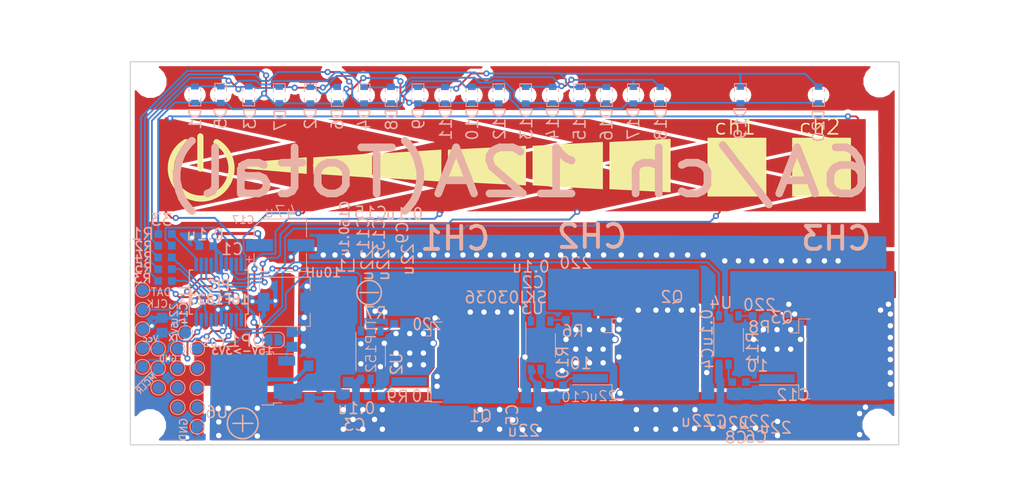
<source format=kicad_pcb>
(kicad_pcb (version 20171130) (host pcbnew 5.0.0-rc2-be01b52~65~ubuntu16.04.1)
  (layers (0 F.Cu signal) (31 B.Cu signal) (34 B.Paste user) (35 F.Paste user) (36 B.SilkS user) (37 F.SilkS user) (38 B.Mask user) (39 F.Mask user) (44 Edge.Cuts user))
  (net 0 "")
  (net 1 "Net-(D1-Pad2)")
  (net 2 "Net-(D1-Pad1)")
  (net 3 "Net-(D10-Pad1)")
  (net 4 "Net-(D13-Pad2)")
  (net 5 "Net-(D10-Pad2)")
  (net 6 "Net-(Q1-Pad1)")
  (net 7 GND)
  (net 8 "Net-(Q2-Pad1)")
  (net 9 "Net-(Q3-Pad1)")
  (net 10 /ILED1)
  (net 11 /ILED2)
  (net 12 /ILED3)
  (net 13 /ILED4)
  (net 14 /ILED5)
  (net 15 "Net-(R6-Pad1)")
  (net 16 "Net-(R7-Pad1)")
  (net 17 "Net-(R8-Pad1)")
  (net 18 "Net-(R9-Pad2)")
  (net 19 "Net-(R10-Pad2)")
  (net 20 "Net-(R11-Pad2)")
  (net 21 /PWM3)
  (net 22 /PWM2)
  (net 23 "Net-(U1-Pad12)")
  (net 24 +5VD)
  (net 25 /PWM1)
  (net 26 "Net-(U1-Pad19)")
  (net 27 "Net-(U1-Pad20)")
  (net 28 +12V)
  (net 29 /O1)
  (net 30 /O2)
  (net 31 /O3)
  (net 32 /CdS)
  (net 33 /IRsens)
  (net 34 /DebugTx)
  (net 35 GNDD)
  (net 36 "Net-(C16-Pad2)")
  (net 37 "Net-(TP4-Pad1)")
  (net 38 "Net-(TP5-Pad1)")
  (module mTouch:LED_0603_1608Metric_Pad_ReverseMounted (layer B.Cu) (at 116.538 41.872176 90)
    (fp_text reference D1 (at -3.085824 0.048 270) (layer B.SilkS) (effects (font (size 1.5 1.5) (thickness 0.2)) (justify mirror)))
    (fp_text value LED)
    (pad "" np_thru_hole oval (at 0 0 90) (size 1.2 1.8) (drill oval 1.2 1.8) (layers *.Cu *.Mask) (clearance 0.01))
    (pad 2 smd rect (at 1.0795 0 90) (size 0.82 1) (layers B.Cu B.Paste B.Mask) (net 1 "Net-(D1-Pad2)") (clearance 0.01))
    (pad 1 smd rect (at -1.0795 0 90) (size 0.82 1) (layers B.Cu B.Paste B.Mask) (net 2 "Net-(D1-Pad1)") (clearance 0.01))
  )
  (module mTouch:LED_0603_1608Metric_Pad_ReverseMounted (layer B.Cu) (at 131.538 41.936 270)
    (fp_text reference D2 (at 3.022 -0.034 90) (layer B.SilkS) (effects (font (size 1.5 1.5) (thickness 0.2)) (justify mirror)))
    (fp_text value LED)
    (pad "" np_thru_hole oval (at 0 0 270) (size 1.2 1.8) (drill oval 1.2 1.8) (layers *.Cu *.Mask) (clearance 0.01))
    (pad 2 smd rect (at 1.0795 0 270) (size 0.82 1) (layers B.Cu B.Paste B.Mask) (net 3 "Net-(D10-Pad1)") (clearance 0.01))
    (pad 1 smd rect (at -1.0795 0 270) (size 0.82 1) (layers B.Cu B.Paste B.Mask) (net 1 "Net-(D1-Pad2)") (clearance 0.01))
  )
  (module mTouch:LED_0603_1608Metric_Pad_ReverseMounted (layer B.Cu) (at 123.538 41.872176 90)
    (fp_text reference D3 (at -3.085824 0.16 270) (layer B.SilkS) (effects (font (size 1.5 1.5) (thickness 0.2)) (justify mirror)))
    (fp_text value LED)
    (pad "" np_thru_hole oval (at 0 0 90) (size 1.2 1.8) (drill oval 1.2 1.8) (layers *.Cu *.Mask) (clearance 0.01))
    (pad 2 smd rect (at 1.0795 0 90) (size 0.82 1) (layers B.Cu B.Paste B.Mask) (net 4 "Net-(D13-Pad2)") (clearance 0.01))
    (pad 1 smd rect (at -1.0795 0 90) (size 0.82 1) (layers B.Cu B.Paste B.Mask) (net 3 "Net-(D10-Pad1)") (clearance 0.01))
  )
  (module mTouch:LED_0603_1608Metric_Pad_ReverseMounted (layer B.Cu) (at 138.538 41.936 270)
    (fp_text reference D4 (at 3.0855 -0.019 90) (layer B.SilkS) (effects (font (size 1.5 1.5) (thickness 0.2)) (justify mirror)))
    (fp_text value LED)
    (pad "" np_thru_hole oval (at 0 0 270) (size 1.2 1.8) (drill oval 1.2 1.8) (layers *.Cu *.Mask) (clearance 0.01))
    (pad 2 smd rect (at 1.0795 0 270) (size 0.82 1) (layers B.Cu B.Paste B.Mask) (net 5 "Net-(D10-Pad2)") (clearance 0.01))
    (pad 1 smd rect (at -1.0795 0 270) (size 0.82 1) (layers B.Cu B.Paste B.Mask) (net 4 "Net-(D13-Pad2)") (clearance 0.01))
  )
  (module mTouch:LED_0603_1608Metric_Pad_ReverseMounted (layer B.Cu) (at 119.888 41.872176 270)
    (fp_text reference D5 (at 3.022324 0 90) (layer B.SilkS) (effects (font (size 1.5 1.5) (thickness 0.2)) (justify mirror)))
    (fp_text value LED)
    (pad "" np_thru_hole oval (at 0 0 270) (size 1.2 1.8) (drill oval 1.2 1.8) (layers *.Cu *.Mask) (clearance 0.01))
    (pad 2 smd rect (at 1.0795 0 270) (size 0.82 1) (layers B.Cu B.Paste B.Mask) (net 2 "Net-(D1-Pad1)") (clearance 0.01))
    (pad 1 smd rect (at -1.0795 0 270) (size 0.82 1) (layers B.Cu B.Paste B.Mask) (net 1 "Net-(D1-Pad2)") (clearance 0.01))
  )
  (module mTouch:LED_0603_1608Metric_Pad_ReverseMounted (layer B.Cu) (at 135.038 41.936 90)
    (fp_text reference D6 (at -3.0855 0.0265 270) (layer B.SilkS) (effects (font (size 1.5 1.5) (thickness 0.2)) (justify mirror)))
    (fp_text value LED)
    (pad "" np_thru_hole oval (at 0 0 90) (size 1.2 1.8) (drill oval 1.2 1.8) (layers *.Cu *.Mask) (clearance 0.01))
    (pad 2 smd rect (at 1.0795 0 90) (size 0.82 1) (layers B.Cu B.Paste B.Mask) (net 1 "Net-(D1-Pad2)") (clearance 0.01))
    (pad 1 smd rect (at -1.0795 0 90) (size 0.82 1) (layers B.Cu B.Paste B.Mask) (net 3 "Net-(D10-Pad1)") (clearance 0.01))
  )
  (module mTouch:LED_0603_1608Metric_Pad_ReverseMounted (layer B.Cu) (at 127.508 41.91 270)
    (fp_text reference D7 (at 3.2385 -0.127 90) (layer B.SilkS) (effects (font (size 1.5 1.5) (thickness 0.2)) (justify mirror)))
    (fp_text value LED)
    (pad "" np_thru_hole oval (at 0 0 270) (size 1.2 1.8) (drill oval 1.2 1.8) (layers *.Cu *.Mask) (clearance 0.01))
    (pad 2 smd rect (at 1.0795 0 270) (size 0.82 1) (layers B.Cu B.Paste B.Mask) (net 3 "Net-(D10-Pad1)") (clearance 0.01))
    (pad 1 smd rect (at -1.0795 0 270) (size 0.82 1) (layers B.Cu B.Paste B.Mask) (net 4 "Net-(D13-Pad2)") (clearance 0.01))
  )
  (module mTouch:LED_0603_1608Metric_Pad_ReverseMounted (layer B.Cu) (at 142.038 41.936 90)
    (fp_text reference D8 (at -3.149 0.075 270) (layer B.SilkS) (effects (font (size 1.5 1.5) (thickness 0.2)) (justify mirror)))
    (fp_text value LED)
    (pad "" np_thru_hole oval (at 0 0 90) (size 1.2 1.8) (drill oval 1.2 1.8) (layers *.Cu *.Mask) (clearance 0.01))
    (pad 2 smd rect (at 1.0795 0 90) (size 0.82 1) (layers B.Cu B.Paste B.Mask) (net 4 "Net-(D13-Pad2)") (clearance 0.01))
    (pad 1 smd rect (at -1.0795 0 90) (size 0.82 1) (layers B.Cu B.Paste B.Mask) (net 5 "Net-(D10-Pad2)") (clearance 0.01))
  )
  (module mTouch:LED_0603_1608Metric_Pad_ReverseMounted (layer B.Cu) (at 145.538 41.936 270)
    (fp_text reference D9 (at 3.022 -0.0675 90) (layer B.SilkS) (effects (font (size 1.5 1.5) (thickness 0.2)) (justify mirror)))
    (fp_text value LED)
    (pad "" np_thru_hole oval (at 0 0 270) (size 1.2 1.8) (drill oval 1.2 1.8) (layers *.Cu *.Mask) (clearance 0.01))
    (pad 2 smd rect (at 1.0795 0 270) (size 0.82 1) (layers B.Cu B.Paste B.Mask) (net 3 "Net-(D10-Pad1)") (clearance 0.01))
    (pad 1 smd rect (at -1.0795 0 270) (size 0.82 1) (layers B.Cu B.Paste B.Mask) (net 2 "Net-(D1-Pad1)") (clearance 0.01))
  )
  (module mTouch:LED_0603_1608Metric_Pad_ReverseMounted (layer B.Cu) (at 152.538 41.936 90)
    (fp_text reference D10 (at -3.7205 0.0525 270) (layer B.SilkS) (effects (font (size 1.5 1.5) (thickness 0.2)) (justify mirror)))
    (fp_text value LED)
    (pad "" np_thru_hole oval (at 0 0 90) (size 1.2 1.8) (drill oval 1.2 1.8) (layers *.Cu *.Mask) (clearance 0.01))
    (pad 2 smd rect (at 1.0795 0 90) (size 0.82 1) (layers B.Cu B.Paste B.Mask) (net 5 "Net-(D10-Pad2)") (clearance 0.01))
    (pad 1 smd rect (at -1.0795 0 90) (size 0.82 1) (layers B.Cu B.Paste B.Mask) (net 3 "Net-(D10-Pad1)") (clearance 0.01))
  )
  (module mTouch:LED_0603_1608Metric_Pad_ReverseMounted (layer B.Cu) (at 149.038 41.952 90)
    (fp_text reference D11 (at -3.7045 0.1235 270) (layer B.SilkS) (effects (font (size 1.5 1.5) (thickness 0.2)) (justify mirror)))
    (fp_text value LED)
    (pad "" np_thru_hole oval (at 0 0 90) (size 1.2 1.8) (drill oval 1.2 1.8) (layers *.Cu *.Mask) (clearance 0.01))
    (pad 2 smd rect (at 1.0795 0 90) (size 0.82 1) (layers B.Cu B.Paste B.Mask) (net 2 "Net-(D1-Pad1)") (clearance 0.01))
    (pad 1 smd rect (at -1.0795 0 90) (size 0.82 1) (layers B.Cu B.Paste B.Mask) (net 3 "Net-(D10-Pad1)") (clearance 0.01))
  )
  (module mTouch:LED_0603_1608Metric_Pad_ReverseMounted (layer B.Cu) (at 156.038 41.936 270)
    (fp_text reference D12 (at 3.657 -0.1085 90) (layer B.SilkS) (effects (font (size 1.5 1.5) (thickness 0.2)) (justify mirror)))
    (fp_text value LED)
    (pad "" np_thru_hole oval (at 0 0 270) (size 1.2 1.8) (drill oval 1.2 1.8) (layers *.Cu *.Mask) (clearance 0.01))
    (pad 2 smd rect (at 1.0795 0 270) (size 0.82 1) (layers B.Cu B.Paste B.Mask) (net 3 "Net-(D10-Pad1)") (clearance 0.01))
    (pad 1 smd rect (at -1.0795 0 270) (size 0.82 1) (layers B.Cu B.Paste B.Mask) (net 5 "Net-(D10-Pad2)") (clearance 0.01))
  )
  (module mTouch:LED_0603_1608Metric_Pad_ReverseMounted (layer B.Cu) (at 159.538 41.936 270)
    (fp_text reference D13 (at 3.657 -0.101 90) (layer B.SilkS) (effects (font (size 1.5 1.5) (thickness 0.2)) (justify mirror)))
    (fp_text value LED)
    (pad "" np_thru_hole oval (at 0 0 270) (size 1.2 1.8) (drill oval 1.2 1.8) (layers *.Cu *.Mask) (clearance 0.01))
    (pad 2 smd rect (at 1.0795 0 270) (size 0.82 1) (layers B.Cu B.Paste B.Mask) (net 4 "Net-(D13-Pad2)") (clearance 0.01))
    (pad 1 smd rect (at -1.0795 0 270) (size 0.82 1) (layers B.Cu B.Paste B.Mask) (net 1 "Net-(D1-Pad2)") (clearance 0.01))
  )
  (module mTouch:LED_0603_1608Metric_Pad_ReverseMounted (layer B.Cu) (at 163.038 41.936 90)
    (fp_text reference D14 (at -3.657 0.03 270) (layer B.SilkS) (effects (font (size 1.5 1.5) (thickness 0.2)) (justify mirror)))
    (fp_text value LED)
    (pad "" np_thru_hole oval (at 0 0 90) (size 1.2 1.8) (drill oval 1.2 1.8) (layers *.Cu *.Mask) (clearance 0.01))
    (pad 2 smd rect (at 1.0795 0 90) (size 0.82 1) (layers B.Cu B.Paste B.Mask) (net 1 "Net-(D1-Pad2)") (clearance 0.01))
    (pad 1 smd rect (at -1.0795 0 90) (size 0.82 1) (layers B.Cu B.Paste B.Mask) (net 4 "Net-(D13-Pad2)") (clearance 0.01))
  )
  (module mTouch:LED_0603_1608Metric_Pad_ReverseMounted (layer B.Cu) (at 166.538 41.936 270)
    (fp_text reference D15 (at 3.7205 -0.0225 90) (layer B.SilkS) (effects (font (size 1.5 1.5) (thickness 0.2)) (justify mirror)))
    (fp_text value LED)
    (pad "" np_thru_hole oval (at 0 0 270) (size 1.2 1.8) (drill oval 1.2 1.8) (layers *.Cu *.Mask) (clearance 0.01))
    (pad 2 smd rect (at 1.0795 0 270) (size 0.82 1) (layers B.Cu B.Paste B.Mask) (net 4 "Net-(D13-Pad2)") (clearance 0.01))
    (pad 1 smd rect (at -1.0795 0 270) (size 0.82 1) (layers B.Cu B.Paste B.Mask) (net 2 "Net-(D1-Pad1)") (clearance 0.01))
  )
  (module mTouch:LED_0603_1608Metric_Pad_ReverseMounted (layer B.Cu) (at 170.038 41.936 90)
    (fp_text reference D16 (at -3.784 0.015 270) (layer B.SilkS) (effects (font (size 1.5 1.5) (thickness 0.2)) (justify mirror)))
    (fp_text value LED)
    (pad "" np_thru_hole oval (at 0 0 90) (size 1.2 1.8) (drill oval 1.2 1.8) (layers *.Cu *.Mask) (clearance 0.01))
    (pad 2 smd rect (at 1.0795 0 90) (size 0.82 1) (layers B.Cu B.Paste B.Mask) (net 2 "Net-(D1-Pad1)") (clearance 0.01))
    (pad 1 smd rect (at -1.0795 0 90) (size 0.82 1) (layers B.Cu B.Paste B.Mask) (net 4 "Net-(D13-Pad2)") (clearance 0.01))
  )
  (module mTouch:LED_0603_1608Metric_Pad_ReverseMounted (layer B.Cu) (at 173.538 41.936 270)
    (fp_text reference D17 (at 3.657 -0.0075 90) (layer B.SilkS) (effects (font (size 1.5 1.5) (thickness 0.2)) (justify mirror)))
    (fp_text value LED)
    (pad "" np_thru_hole oval (at 0 0 270) (size 1.2 1.8) (drill oval 1.2 1.8) (layers *.Cu *.Mask) (clearance 0.01))
    (pad 2 smd rect (at 1.0795 0 270) (size 0.82 1) (layers B.Cu B.Paste B.Mask) (net 5 "Net-(D10-Pad2)") (clearance 0.01))
    (pad 1 smd rect (at -1.0795 0 270) (size 0.82 1) (layers B.Cu B.Paste B.Mask) (net 1 "Net-(D1-Pad2)") (clearance 0.01))
  )
  (module mTouch:LED_0603_1608Metric_Pad_ReverseMounted (layer B.Cu) (at 177.038 41.936 90)
    (fp_text reference D18 (at -3.7205 0.0635 90) (layer B.SilkS) (effects (font (size 1.5 1.5) (thickness 0.2)) (justify mirror)))
    (fp_text value LED)
    (pad "" np_thru_hole oval (at 0 0 90) (size 1.2 1.8) (drill oval 1.2 1.8) (layers *.Cu *.Mask) (clearance 0.01))
    (pad 2 smd rect (at 1.0795 0 90) (size 0.82 1) (layers B.Cu B.Paste B.Mask) (net 1 "Net-(D1-Pad2)") (clearance 0.01))
    (pad 1 smd rect (at -1.0795 0 90) (size 0.82 1) (layers B.Cu B.Paste B.Mask) (net 5 "Net-(D10-Pad2)") (clearance 0.01))
  )
  (module mTouch:LED_0603_1608Metric_Pad_ReverseMounted (layer B.Cu) (at 187.452 41.91 270)
    (fp_text reference D19 (at 3.6195 0 90) (layer B.SilkS) (effects (font (size 1.5 1.5) (thickness 0.2)) (justify mirror)))
    (fp_text value LED)
    (pad "" np_thru_hole oval (at 0 0 270) (size 1.2 1.8) (drill oval 1.2 1.8) (layers *.Cu *.Mask) (clearance 0.01))
    (pad 2 smd rect (at 1.0795 0 270) (size 0.82 1) (layers B.Cu B.Paste B.Mask) (net 5 "Net-(D10-Pad2)") (clearance 0.01))
    (pad 1 smd rect (at -1.0795 0 270) (size 0.82 1) (layers B.Cu B.Paste B.Mask) (net 2 "Net-(D1-Pad1)") (clearance 0.01))
  )
  (module mTouch:LED_0603_1608Metric_Pad_ReverseMounted (layer B.Cu) (at 197.612 41.91 90)
    (fp_text reference D20 (at -4.0005 0 90) (layer B.SilkS) (effects (font (size 1.5 1.5) (thickness 0.2)) (justify mirror)))
    (fp_text value LED)
    (pad "" np_thru_hole oval (at 0 0 90) (size 1.2 1.8) (drill oval 1.2 1.8) (layers *.Cu *.Mask) (clearance 0.01))
    (pad 2 smd rect (at 1.0795 0 90) (size 0.82 1) (layers B.Cu B.Paste B.Mask) (net 2 "Net-(D1-Pad1)") (clearance 0.01))
    (pad 1 smd rect (at -1.0795 0 90) (size 0.82 1) (layers B.Cu B.Paste B.Mask) (net 5 "Net-(D10-Pad2)") (clearance 0.01))
  )
  (module mTouch:TestPoint_Pad_D1.5mm (layer B.Cu) (at 111.76 74.93)
    (fp_text reference TP2)
    (fp_text value Vcc (at -1.016 -1.27) (layer B.SilkS) (effects (font (size 0.8 0.8)) (justify mirror)))
    (pad 1 smd circle (at 0 0) (size 1.5 1.5) (layers B.Cu B.Mask) (net 24 +5VD))
  )
  (module Capacitor_SMD:C_0805_2012Metric_Pad1.29x1.40mm_HandSolder (layer B.Cu) (at 112.268 71.882 270)
    (fp_text reference C14 (at -1.524 -2.794 90) (layer B.SilkS) (effects (font (thickness 0.2)) (justify mirror)))
    (fp_text value 22u (at -1.524 -1.524 270) (layer B.SilkS) (effects (justify mirror)))
    (pad 2 smd rect (at 0.9675 0 270) (size 1.295 1.4) (layers B.Cu B.Paste B.Mask) (net 24 +5VD))
    (pad 1 smd rect (at -0.9675 0 270) (size 1.295 1.4) (layers B.Cu B.Paste B.Mask) (net 35 GNDD))
  )
  (module mTouch:TestPoint_Pad_D1.5mm (layer B.Cu) (at 111.76 77.47)
    (fp_text reference TP3)
    (fp_text value GND (at 1.27 -1.27) (layer B.SilkS) (effects (font (size 0.8 0.75)) (justify mirror)))
    (pad 1 smd circle (at 0 0) (size 1.5 1.5) (layers B.Cu B.Mask) (net 35 GNDD))
  )
  (module mTouch:TestPoint_Pad_D1.5mm (layer B.Cu) (at 115.316 72.898)
    (fp_text reference TP2)
    (fp_text value 5V (at -1.397 -0.635 90) (layer B.SilkS) (effects (font (size 0.8 0.8)) (justify mirror)))
    (pad 1 smd circle (at 0 0) (size 1.5 1.5) (layers B.Cu B.Mask) (net 24 +5VD))
  )
  (module mTouch:TestPoint_Pad_D1.5mm (layer B.Cu) (at 116.84 85.09)
    (fp_text reference TP3)
    (fp_text value GND (at -1.778 0.381 90) (layer B.SilkS) (effects (justify mirror)))
    (pad 1 smd circle (at 0 0) (size 1.5 1.5) (layers B.Cu B.Mask) (net 35 GNDD))
  )
  (module mTouch:TestPoint_Pad_D1.5mm (layer B.Cu) (at 111.76 80.01)
    (fp_text reference REF**)
    (fp_text value t)
    (pad 1 smd circle (at 0 0) (size 1.5 1.5) (layers B.Cu B.Mask))
  )
  (module mTouch:TestPoint_Pad_D1.5mm (layer B.Cu) (at 114.3 82.55)
    (fp_text reference REF**)
    (fp_text value t)
    (pad 1 smd circle (at 0 0) (size 1.5 1.5) (layers B.Cu B.Mask))
  )
  (module mTouch:TestPoint_Pad_D1.5mm (layer B.Cu) (at 116.84 82.55)
    (fp_text reference REF**)
    (fp_text value t)
    (pad 1 smd circle (at 0 0) (size 1.5 1.5) (layers B.Cu B.Mask))
  )
  (module mTouch:TestPoint_Pad_D1.5mm (layer B.Cu) (at 116.84 80.01)
    (fp_text reference REF**)
    (fp_text value t)
    (pad 1 smd circle (at 0 0) (size 1.5 1.5) (layers B.Cu B.Mask))
  )
  (module mTouch:TestPoint_Pad_D1.5mm (layer B.Cu) (at 114.3 80.01)
    (fp_text reference REF**)
    (fp_text value t)
    (pad 1 smd circle (at 0 0) (size 1.5 1.5) (layers B.Cu B.Mask))
  )
  (module mTouch:TestPoint_Pad_D1.5mm (layer B.Cu) (at 116.84 77.47)
    (fp_text reference REF**)
    (fp_text value t)
    (pad 1 smd circle (at 0 0) (size 1.5 1.5) (layers B.Cu B.Mask))
  )
  (module mTouch:TestPoint_Pad_D1.5mm (layer B.Cu) (at 109.728 77.2795)
    (fp_text reference TP1)
    (fp_text value ~MCLR (at 0.508 2.2225 45) (layer B.SilkS) (effects (font (size 0.8 0.8)) (justify mirror)))
    (pad 1 smd circle (at 0 0) (size 1.5 1.5) (layers B.Cu B.Mask) (net 33 /IRsens))
  )
  (module mTouch:TestPoint_Pad_D1.5mm (layer B.Cu) (at 109.728 74.8665)
    (fp_text reference TP2)
    (fp_text value Vcc)
    (pad 1 smd circle (at 0 0) (size 1.5 1.5) (layers B.Cu B.Mask) (net 24 +5VD))
  )
  (module mTouch:TestPoint_Pad_D1.5mm (layer B.Cu) (at 109.728 72.39)
    (fp_text reference TP3)
    (fp_text value GND)
    (pad 1 smd circle (at 0 0) (size 1.5 1.5) (layers B.Cu B.Mask) (net 35 GNDD))
  )
  (module mTouch:TestPoint_Pad_D1.5mm (layer B.Cu) (at 109.728 67.31)
    (fp_text reference TP4)
    (fp_text value DAT (at 2.413 0.254) (layer B.SilkS) (effects (justify mirror)))
    (pad 1 smd circle (at 0 0) (size 1.5 1.5) (layers B.Cu B.Mask) (net 37 "Net-(TP4-Pad1)"))
  )
  (module mTouch:TestPoint_Pad_D1.5mm (layer B.Cu) (at 109.728 69.85)
    (fp_text reference TP5)
    (fp_text value CLK (at 1.905 -0.762) (layer B.SilkS) (effects (justify mirror)))
    (pad 1 smd circle (at 0 0) (size 1.5 1.5) (layers B.Cu B.Mask) (net 38 "Net-(TP5-Pad1)"))
  )
  (module mTouch:TestPoint_Pad_D1.5mm (layer B.Cu) (at 114.3 77.47)
    (fp_text reference REF**)
    (fp_text value t)
    (pad 1 smd circle (at 0 0) (size 1.5 1.5) (layers B.Cu B.Mask))
  )
  (module MountingHole:MountingHole_3.2mm_M3_DIN965 (layer F.Cu) (at 110.6805 84.8995)
    (fp_text reference REF**)
    (fp_text value MountingHole_3.2mm_M3_DIN965)
    (pad 1 np_thru_hole circle (at 0 0) (size 3.2 3.2) (drill 3.2) (layers *.Cu *.Mask))
  )
  (module MountingHole:MountingHole_3.2mm_M3_DIN965 (layer F.Cu) (at 205.5495 40.132)
    (fp_text reference REF**)
    (fp_text value MountingHole_3.2mm_M3_DIN965)
    (pad 1 np_thru_hole circle (at 0 0) (size 3.2 3.2) (drill 3.2) (layers *.Cu *.Mask))
  )
  (module Resistor_SMD:R_0603_1608Metric_Pad0.99x1.00mm_HandSolder (layer B.Cu) (at 112.6505 60.0075)
    (fp_text reference R1 (at -2.9225 0 180) (layer B.SilkS) (effects (font (size 1.5 1.5) (thickness 0.2)) (justify mirror)))
    (fp_text value 33 (at -0.446 -1.8415) (layer B.SilkS) (effects (font (size 1.5 1.5) (thickness 0.2)) (justify mirror)))
    (pad 2 smd rect (at 0.8875 0) (size 0.995 1) (layers B.Cu B.Paste B.Mask) (net 10 /ILED1))
    (pad 1 smd rect (at -0.8875 0) (size 0.995 1) (layers B.Cu B.Paste B.Mask) (net 2 "Net-(D1-Pad1)"))
  )
  (module Resistor_SMD:R_0603_1608Metric_Pad0.99x1.00mm_HandSolder (layer B.Cu) (at 112.6505 61.5315)
    (fp_text reference R2 (at -2.7955 0.0635) (layer B.SilkS) (effects (font (size 1.2 1.2) (thickness 0.2)) (justify mirror)))
    (fp_text value 33)
    (pad 1 smd rect (at -0.8875 0) (size 0.995 1) (layers B.Cu B.Paste B.Mask) (net 1 "Net-(D1-Pad2)"))
    (pad 2 smd rect (at 0.8875 0) (size 0.995 1) (layers B.Cu B.Paste B.Mask) (net 11 /ILED2))
  )
  (module Resistor_SMD:R_0603_1608Metric_Pad0.99x1.00mm_HandSolder (layer B.Cu) (at 112.6475 66.1035)
    (fp_text reference R3 (at -2.9195 -0.3175 180) (layer B.SilkS) (effects (font (size 1.2 1.2) (thickness 0.2)) (justify mirror)))
    (fp_text value 33)
    (pad 2 smd rect (at 0.8875 0) (size 0.995 1) (layers B.Cu B.Paste B.Mask) (net 12 /ILED3))
    (pad 1 smd rect (at -0.8875 0) (size 0.995 1) (layers B.Cu B.Paste B.Mask) (net 3 "Net-(D10-Pad1)"))
  )
  (module Resistor_SMD:R_0603_1608Metric_Pad0.99x1.00mm_HandSolder (layer B.Cu) (at 112.649 63.0555)
    (fp_text reference R4 (at -2.794 -0.0635) (layer B.SilkS) (effects (font (size 1.2 1.2) (thickness 0.2)) (justify mirror)))
    (fp_text value 33)
    (pad 1 smd rect (at -0.8875 0) (size 0.995 1) (layers B.Cu B.Paste B.Mask) (net 4 "Net-(D13-Pad2)"))
    (pad 2 smd rect (at 0.8875 0) (size 0.995 1) (layers B.Cu B.Paste B.Mask) (net 13 /ILED4))
  )
  (module Resistor_SMD:R_0603_1608Metric_Pad0.99x1.00mm_HandSolder (layer B.Cu) (at 112.649 64.5795)
    (fp_text reference R5 (at -2.794 -0.1905) (layer B.SilkS) (effects (font (size 1.2 1.2) (thickness 0.2)) (justify mirror)))
    (fp_text value 33)
    (pad 2 smd rect (at 0.8875 0) (size 0.995 1) (layers B.Cu B.Paste B.Mask) (net 14 /ILED5))
    (pad 1 smd rect (at -0.8875 0) (size 0.995 1) (layers B.Cu B.Paste B.Mask) (net 5 "Net-(D10-Pad2)"))
  )
  (module Resistor_SMD:R_0603_1608Metric_Pad0.99x1.00mm_HandSolder (layer B.Cu) (at 165.67 71.1835)
    (fp_text reference R6 (at 0 1.45) (layer B.SilkS) (effects (font (size 1.5 1.5) (thickness 0.2)) (justify mirror)))
    (fp_text value 220 (at 0.3825 -7.4295) (layer B.SilkS) (effects (font (size 1.5 1.5) (thickness 0.2)) (justify mirror)))
    (pad 2 smd rect (at 0.8875 0) (size 0.995 1) (layers B.Cu B.Paste B.Mask) (net 7 GND))
    (pad 1 smd rect (at -0.8875 0) (size 0.995 1) (layers B.Cu B.Paste B.Mask) (net 15 "Net-(R6-Pad1)"))
  )
  (module Resistor_SMD:R_0603_1608Metric_Pad0.99x1.00mm_HandSolder (layer B.Cu) (at 143.321 71.6915)
    (fp_text reference R7 (at -3.3035 -1.397) (layer B.SilkS) (effects (font (size 1.5 1.5) (thickness 0.2)) (justify mirror)))
    (fp_text value 220 (at 3.364 0.0635) (layer B.SilkS) (effects (font (size 1.5 1.3) (thickness 0.2)) (justify mirror)))
    (pad 1 smd rect (at -0.8875 0) (size 0.995 1) (layers B.Cu B.Paste B.Mask) (net 16 "Net-(R7-Pad1)"))
    (pad 2 smd rect (at 0.8875 0) (size 0.995 1) (layers B.Cu B.Paste B.Mask) (net 7 GND))
  )
  (module Resistor_SMD:R_0603_1608Metric_Pad0.99x1.00mm_HandSolder (layer B.Cu) (at 189.9285 70.6755)
    (fp_text reference R8 (at 0 1.45) (layer B.SilkS) (effects (font (size 1.5 1.5) (thickness 0.2)) (justify mirror)))
    (fp_text value 220 (at 0 -1.45) (layer B.SilkS) (effects (font (size 1.5 1.5) (thickness 0.2)) (justify mirror)))
    (pad 1 smd rect (at -0.8875 0) (size 0.995 1) (layers B.Cu B.Paste B.Mask) (net 17 "Net-(R8-Pad1)"))
    (pad 2 smd rect (at 0.8875 0) (size 0.995 1) (layers B.Cu B.Paste B.Mask) (net 7 GND))
  )
  (module Resistor_SMD:R_0603_1608Metric_Pad0.99x1.00mm_HandSolder (layer B.Cu) (at 139.8905 81.0895 180)
    (fp_text reference R9 (at -2.9845 -0.0635 180) (layer B.SilkS) (effects (font (size 1.5 1.5) (thickness 0.2)) (justify mirror)))
    (fp_text value 10 (at -6.223 0 180) (layer B.SilkS) (effects (font (size 1.5 1.5) (thickness 0.2)) (justify mirror)))
    (pad 1 smd rect (at -0.8875 0 180) (size 0.995 1) (layers B.Cu B.Paste B.Mask) (net 6 "Net-(Q1-Pad1)"))
    (pad 2 smd rect (at 0.8875 0 180) (size 0.995 1) (layers B.Cu B.Paste B.Mask) (net 18 "Net-(R9-Pad2)"))
  )
  (module Resistor_SMD:R_0603_1608Metric_Pad0.99x1.00mm_HandSolder (layer B.Cu) (at 163.5125 79.6925 180)
    (fp_text reference R10 (at -0.8255 2.9845 270) (layer B.SilkS) (effects (font (size 1.5 1.5) (thickness 0.2)) (justify mirror)))
    (fp_text value 10 (at -3.175 2.8575 180) (layer B.SilkS) (effects (font (size 1.5 1.5) (thickness 0.2)) (justify mirror)))
    (pad 2 smd rect (at 0.8875 0 180) (size 0.995 1) (layers B.Cu B.Paste B.Mask) (net 19 "Net-(R10-Pad2)"))
    (pad 1 smd rect (at -0.8875 0 180) (size 0.995 1) (layers B.Cu B.Paste B.Mask) (net 8 "Net-(Q2-Pad1)"))
  )
  (module Resistor_SMD:R_0603_1608Metric_Pad0.99x1.00mm_HandSolder (layer B.Cu) (at 187.2865 79.2675 180)
    (fp_text reference R11 (at -1.753 4.401 270) (layer B.SilkS) (effects (font (size 1.5 1.5) (thickness 0.2)) (justify mirror)))
    (fp_text value 10 (at -2.388 2.115 180) (layer B.SilkS) (effects (font (size 1.5 1.5) (thickness 0.2)) (justify mirror)))
    (pad 1 smd rect (at -0.8875 0 180) (size 0.995 1) (layers B.Cu B.Paste B.Mask) (net 9 "Net-(Q3-Pad1)"))
    (pad 2 smd rect (at 0.8875 0 180) (size 0.995 1) (layers B.Cu B.Paste B.Mask) (net 20 "Net-(R11-Pad2)"))
  )
  (module Package_SO:SSOP-20_5.3x7.2mm_P0.65mm (layer B.Cu) (at 119.634 67.564 90)
    (fp_text reference U1 (at -0.5715 -4.318 90) (layer B.SilkS) (effects (font (size 1.5 1.5) (thickness 0.2)) (justify mirror)))
    (fp_text value PIC16F1933)
    (pad 1 smd rect (at -3.6 2.925 90) (size 1.75 0.45) (layers B.Cu B.Paste B.Mask) (net 13 /ILED4))
    (pad 2 smd rect (at -3.6 2.275 90) (size 1.75 0.45) (layers B.Cu B.Paste B.Mask) (net 21 /PWM3))
    (pad 3 smd rect (at -3.6 1.625 90) (size 1.75 0.45) (layers B.Cu B.Paste B.Mask) (net 32 /CdS))
    (pad 4 smd rect (at -3.6 0.975 90) (size 1.75 0.45) (layers B.Cu B.Paste B.Mask) (net 33 /IRsens))
    (pad 5 smd rect (at -3.6 0.325 90) (size 1.75 0.45) (layers B.Cu B.Paste B.Mask) (net 35 GNDD))
    (pad 6 smd rect (at -3.6 -0.325 90) (size 1.75 0.45) (layers B.Cu B.Paste B.Mask) (net 35 GNDD))
    (pad 7 smd rect (at -3.6 -0.975 90) (size 1.75 0.45) (layers B.Cu B.Paste B.Mask) (net 25 /PWM1))
    (pad 8 smd rect (at -3.6 -1.625 90) (size 1.75 0.45) (layers B.Cu B.Paste B.Mask) (net 14 /ILED5))
    (pad 9 smd rect (at -3.6 -2.275 90) (size 1.75 0.45) (layers B.Cu B.Paste B.Mask) (net 34 /DebugTx))
    (pad 10 smd rect (at -3.6 -2.925 90) (size 1.75 0.45) (layers B.Cu B.Paste B.Mask) (net 12 /ILED3))
    (pad 11 smd rect (at 3.6 -2.925 90) (size 1.75 0.45) (layers B.Cu B.Paste B.Mask) (net 10 /ILED1))
    (pad 12 smd rect (at 3.6 -2.275 90) (size 1.75 0.45) (layers B.Cu B.Paste B.Mask) (net 23 "Net-(U1-Pad12)"))
    (pad 13 smd rect (at 3.6 -1.625 90) (size 1.75 0.45) (layers B.Cu B.Paste B.Mask) (net 37 "Net-(TP4-Pad1)"))
    (pad 14 smd rect (at 3.6 -0.975 90) (size 1.75 0.45) (layers B.Cu B.Paste B.Mask) (net 38 "Net-(TP5-Pad1)"))
    (pad 15 smd rect (at 3.6 -0.325 90) (size 1.75 0.45) (layers B.Cu B.Paste B.Mask) (net 24 +5VD))
    (pad 16 smd rect (at 3.6 0.325 90) (size 1.75 0.45) (layers B.Cu B.Paste B.Mask) (net 24 +5VD))
    (pad 17 smd rect (at 3.6 0.975 90) (size 1.75 0.45) (layers B.Cu B.Paste B.Mask) (net 11 /ILED2))
    (pad 18 smd rect (at 3.6 1.625 90) (size 1.75 0.45) (layers B.Cu B.Paste B.Mask) (net 22 /PWM2))
    (pad 19 smd rect (at 3.6 2.275 90) (size 1.75 0.45) (layers B.Cu B.Paste B.Mask) (net 26 "Net-(U1-Pad19)"))
    (pad 20 smd rect (at 3.6 2.925 90) (size 1.75 0.45) (layers B.Cu B.Paste B.Mask) (net 27 "Net-(U1-Pad20)"))
  )
  (module mTouch:mTouch3-1 (layer F.Cu) (at 156.751 51.554)
    (fp_text reference U5)
    (fp_text value touchSlider5)
    (fp_text user ch1 (at 30 -5.5) (layer F.SilkS) (effects (font (size 2 2) (thickness 0.2))))
    (fp_text user ch2 (at 41 -5.5) (layer F.SilkS) (effects (font (size 2 2) (thickness 0.2))))
    (pad 1 smd custom (at 46 -0.5) (size 1.524 1.524) (layers F.Cu) (net 27 "Net-(U1-Pad20)") (options (clearance outline) (anchor circle)) (primitives (gr_poly (pts (xy -15 -6) (xy -1 -3) (xy -15 0) (xy -1 3) (xy -15 6) (xy 1 6) (xy 1 -3) (xy 1 -6)) (width 0))))
    (pad 2 smd custom (at -26 -0.5) (size 1.524 1.524) (layers F.Cu) (net 26 "Net-(U1-Pad19)") (options (clearance outline) (anchor circle)) (primitives (gr_poly (pts (xy -15 -6) (xy -1 -3) (xy -15 0) (xy -1 3) (xy -15 6) (xy 1 6) (xy 15 3) (xy 1 0) (xy 15 -3) (xy 1 -6)) (width 0))))
    (pad 1 smd custom (at -44 -0.5) (size 1.524 1.524) (layers F.Cu) (net 27 "Net-(U1-Pad20)") (options (clearance outline) (anchor circle)) (primitives (gr_poly (pts (xy -1 6) (xy -1 -6) (xy 1 -6) (xy 15 -3) (xy 1 0) (xy 15 3) (xy 1 6)) (width 0))))
    (pad 3 smd custom (at -8 -0.5) (size 1.524 1.524) (layers F.Cu) (net 23 "Net-(U1-Pad12)") (options (clearance outline) (anchor circle)) (primitives (gr_poly (pts (xy -15 -6) (xy -1 -3) (xy -15 0) (xy -1 3) (xy -15 6) (xy 1 6) (xy 15 3) (xy 1 0) (xy 15 -3) (xy 1 -6)) (width 0))))
    (pad 4 smd custom (at 10 -0.5) (size 1.524 1.524) (layers F.Cu) (net 37 "Net-(TP4-Pad1)") (options (clearance outline) (anchor circle)) (primitives (gr_poly (pts (xy -15 -6) (xy -1 -3) (xy -15 0) (xy -1 3) (xy -15 6) (xy 1 6) (xy 15 3) (xy 1 0) (xy 15 -3) (xy 1 -6)) (width 0))))
    (pad 5 smd custom (at 28 -0.5) (size 1.524 1.524) (layers F.Cu) (net 38 "Net-(TP5-Pad1)") (options (clearance outline) (anchor circle)) (primitives (gr_poly (pts (xy -15 -6) (xy -1 -3) (xy -15 0) (xy -1 3) (xy -15 6) (xy 1 6) (xy 15 3) (xy 1 0) (xy 15 -3) (xy 1 -6)) (width 0))))
  )
  (module Package_SO:MFSOP6-5_4.4x3.6mm_P1.27mm (layer B.Cu) (at 139.3825 75.7555 270)
    (fp_text reference U2 (at 1.143 -3.3655 90) (layer B.SilkS) (effects (font (size 1.5 1.5) (thickness 0.2)) (justify mirror)))
    (fp_text value TLP152 (at -1.2065 -0.0635 90) (layer B.SilkS) (effects (font (size 1.3 1.3)) (justify mirror)))
    (pad 6 smd rect (at 3.15 1.27 270) (size 1.2 0.8) (layers B.Cu B.Paste B.Mask) (net 28 +12V))
    (pad 3 smd rect (at -3.15 -1.27 270) (size 1.2 0.8) (layers B.Cu B.Paste B.Mask) (net 16 "Net-(R7-Pad1)"))
    (pad 4 smd rect (at 3.15 -1.27 270) (size 1.2 0.8) (layers B.Cu B.Paste B.Mask) (net 7 GND))
    (pad 1 smd rect (at -3.15 1.27 270) (size 1.2 0.8) (layers B.Cu B.Paste B.Mask) (net 25 /PWM1))
    (pad 5 smd rect (at 3.15 0 270) (size 1.2 0.8) (layers B.Cu B.Paste B.Mask) (net 18 "Net-(R9-Pad2)"))
  )
  (module Package_SO:MFSOP6-5_4.4x3.6mm_P1.27mm (layer B.Cu) (at 161.4805 74.4855 270)
    (fp_text reference U3 (at -4.826 1.0795) (layer B.SilkS) (effects (font (size 1.5 1.5) (thickness 0.2)) (justify mirror)))
    (fp_text value TLP152)
    (pad 5 smd rect (at 3.15 0 270) (size 1.2 0.8) (layers B.Cu B.Paste B.Mask) (net 19 "Net-(R10-Pad2)"))
    (pad 1 smd rect (at -3.15 1.27 270) (size 1.2 0.8) (layers B.Cu B.Paste B.Mask) (net 22 /PWM2))
    (pad 4 smd rect (at 3.15 -1.27 270) (size 1.2 0.8) (layers B.Cu B.Paste B.Mask) (net 7 GND))
    (pad 3 smd rect (at -3.15 -1.27 270) (size 1.2 0.8) (layers B.Cu B.Paste B.Mask) (net 15 "Net-(R6-Pad1)"))
    (pad 6 smd rect (at 3.15 1.27 270) (size 1.2 0.8) (layers B.Cu B.Paste B.Mask) (net 28 +12V))
  )
  (module Package_SO:MFSOP6-5_4.4x3.6mm_P1.27mm (layer B.Cu) (at 185.9205 73.8075 270)
    (fp_text reference U4 (at -4.8465 1.0085) (layer B.SilkS) (effects (font (size 1.5 1.5) (thickness 0.2)) (justify mirror)))
    (fp_text value TLP152)
    (pad 6 smd rect (at 3.15 1.27 270) (size 1.2 0.8) (layers B.Cu B.Paste B.Mask) (net 28 +12V))
    (pad 3 smd rect (at -3.15 -1.27 270) (size 1.2 0.8) (layers B.Cu B.Paste B.Mask) (net 17 "Net-(R8-Pad1)"))
    (pad 4 smd rect (at 3.15 -1.27 270) (size 1.2 0.8) (layers B.Cu B.Paste B.Mask) (net 7 GND))
    (pad 1 smd rect (at -3.15 1.27 270) (size 1.2 0.8) (layers B.Cu B.Paste B.Mask) (net 21 /PWM3))
    (pad 5 smd rect (at 3.15 0 270) (size 1.2 0.8) (layers B.Cu B.Paste B.Mask) (net 20 "Net-(R11-Pad2)"))
  )
  (module Capacitor_SMD:C_0603_1608Metric_Pad0.99x1.00mm_HandSolder (layer B.Cu) (at 118.016 61.584)
    (fp_text reference C1 (at 3.396 0.392) (layer B.SilkS) (effects (font (size 1.5 1.5) (thickness 0.2)) (justify mirror)))
    (fp_text value 0.1u (at -0.16 -1.513) (layer B.SilkS) (effects (font (size 1.5 1.5) (thickness 0.2)) (justify mirror)))
    (pad 2 smd rect (at 0.8875 0) (size 0.995 1) (layers B.Cu B.Paste B.Mask) (net 24 +5VD))
    (pad 1 smd rect (at -0.8875 0) (size 0.995 1) (layers B.Cu B.Paste B.Mask) (net 35 GNDD))
  )
  (module Capacitor_SMD:C_0603_1608Metric_Pad0.99x1.00mm_HandSolder (layer B.Cu) (at 160.2105 79.629 180)
    (fp_text reference C2 (at -0.254 13.335 180) (layer B.SilkS) (effects (font (size 1.5 1.5) (thickness 0.2)) (justify mirror)))
    (fp_text value 0.1u (at 0 15.367 180) (layer B.SilkS) (effects (font (size 1.5 1.5) (thickness 0.2)) (justify mirror)))
    (pad 1 smd rect (at -0.8875 0 180) (size 0.995 1) (layers B.Cu B.Paste B.Mask) (net 28 +12V))
    (pad 2 smd rect (at 0.8875 0 180) (size 0.995 1) (layers B.Cu B.Paste B.Mask) (net 7 GND))
  )
  (module Capacitor_SMD:C_0603_1608Metric_Pad0.99x1.00mm_HandSolder (layer B.Cu) (at 136.5885 81.0895 180)
    (fp_text reference C3 (at -0.6985 -3.7465 180) (layer B.SilkS) (effects (font (size 1.5 1.5) (thickness 0.2)) (justify mirror)))
    (fp_text value 0.1u (at -0.9525 -1.5875 180) (layer B.SilkS) (effects (font (size 1.5 1.5) (thickness 0.2)) (justify mirror)))
    (pad 1 smd rect (at -0.8875 0 180) (size 0.995 1) (layers B.Cu B.Paste B.Mask) (net 28 +12V))
    (pad 2 smd rect (at 0.8875 0 180) (size 0.995 1) (layers B.Cu B.Paste B.Mask) (net 7 GND))
  )
  (module Capacitor_SMD:C_0603_1608Metric_Pad0.99x1.00mm_HandSolder (layer B.Cu) (at 183.961 79.3115 180)
    (fp_text reference C4 (at 0.7635 3.1115 270) (layer B.SilkS) (effects (font (size 1.5 1.5) (thickness 0.2)) (justify mirror)))
    (fp_text value 0.1u (at 0.8905 7.112 270) (layer B.SilkS) (effects (font (size 1.5 1.5) (thickness 0.2)) (justify mirror)))
    (pad 2 smd rect (at 0.8875 0 180) (size 0.995 1) (layers B.Cu B.Paste B.Mask) (net 7 GND))
    (pad 1 smd rect (at -0.8875 0 180) (size 0.995 1) (layers B.Cu B.Paste B.Mask) (net 28 +12V))
  )
  (module Package_TO_SOT_SMD:TO-263-2 (layer B.Cu) (at 150.1585 76.6655)
    (fp_text reference Q1 (at 3.5115 7.0275) (layer B.SilkS) (effects (font (size 1.5 1.5) (thickness 0.2)) (justify mirror)))
    (fp_text value SKI03036 (at 6.8135 -8.403 180) (layer B.SilkS) (effects (font (size 1.5 1.5) (thickness 0.2)) (justify mirror)))
    (pad 1 smd rect (at -5.775 2.54) (size 4.6 1.1) (layers B.Cu B.Paste B.Mask) (net 6 "Net-(Q1-Pad1)"))
    (pad 3 smd rect (at -5.775 -2.54) (size 4.6 1.1) (layers B.Cu B.Paste B.Mask) (net 7 GND))
    (pad 2 smd rect (at 3.375 0) (size 9.4 10.8) (layers B.Cu B.Mask) (net 29 /O1))
  )
  (module Package_TO_SOT_SMD:TO-263-2 (layer B.Cu) (at 173.7145 76.2445)
    (fp_text reference Q2 (at 4.8475 -8.0455) (layer B.SilkS) (effects (font (size 1.5 1.5) (thickness 0.2)) (justify mirror)))
    (fp_text value SKI03036)
    (pad 2 smd rect (at 3.375 0) (size 9.4 10.8) (layers B.Cu B.Mask) (net 30 /O2))
    (pad 3 smd rect (at -5.775 -2.54) (size 4.6 1.1) (layers B.Cu B.Paste B.Mask) (net 7 GND))
    (pad 1 smd rect (at -5.775 2.54) (size 4.6 1.1) (layers B.Cu B.Paste B.Mask) (net 8 "Net-(Q2-Pad1)"))
  )
  (module Package_TO_SOT_SMD:TO-263-2 (layer B.Cu) (at 197.9835 76.2635)
    (fp_text reference Q3 (at -5.134 -5.3975) (layer B.SilkS) (effects (font (size 1.5 1.5) (thickness 0.2)) (justify mirror)))
    (fp_text value SKI03036)
    (pad 1 smd rect (at -5.775 2.54) (size 4.6 1.1) (layers B.Cu B.Paste B.Mask) (net 9 "Net-(Q3-Pad1)"))
    (pad 3 smd rect (at -5.775 -2.54) (size 4.6 1.1) (layers B.Cu B.Paste B.Mask) (net 7 GND))
    (pad 2 smd rect (at 3.375 0) (size 9.4 10.8) (layers B.Cu B.Mask) (net 31 /O3))
  )
  (module MountingHole:MountingHole_3.2mm_M3_DIN965 (layer F.Cu) (at 110.744 40.1955)
    (fp_text reference REF**)
    (fp_text value MountingHole_3.2mm_M3_DIN965)
    (pad 1 np_thru_hole circle (at 0 0) (size 3.2 3.2) (drill 3.2) (layers *.Cu *.Mask))
  )
  (module MountingHole:MountingHole_3.2mm_M3_DIN965 (layer F.Cu) (at 205.4225 84.836)
    (fp_text reference REF**)
    (fp_text value MountingHole_3.2mm_M3_DIN965)
    (pad 1 np_thru_hole circle (at 0 0) (size 3.2 3.2) (drill 3.2) (layers *.Cu *.Mask))
  )
  (module Jumper:SolderJumper-2_P1.3mm_Open_RoundedPad1.0x1.5mm (layer B.Cu) (at 126.746 73.787)
    (fp_text reference JP1 (at -3.683 0.127 180) (layer B.SilkS) (effects (font (size 1.5 1.5) (thickness 0.2)) (justify mirror)))
    (fp_text value Regulator)
    (pad 2 smd roundrect (at 0.65 0) (size 1 1.5) (layers B.Cu B.Mask) (roundrect_rratio 0.5) (net 36 "Net-(C16-Pad2)"))
    (pad 1 smd roundrect (at -0.65 0) (size 1 1.5) (layers B.Cu B.Mask) (roundrect_rratio 0.5) (net 24 +5VD))
    (pad 1 smd rect (at -0.4 0) (size 0.5 1.5) (layers B.Cu B.Mask) (net 24 +5VD))
    (pad 2 smd rect (at 0.4 0) (size 0.5 1.5) (layers B.Cu B.Mask) (net 36 "Net-(C16-Pad2)"))
  )
  (module Package_TO_SOT_SMD:TO-252-2 (layer B.Cu) (at 124.2695 78.8035 180)
    (fp_text reference U6 (at 4.8895 -4.3815) (layer B.SilkS) (effects (font (size 1.5 1.5) (thickness 0.2)) (justify mirror)))
    (fp_text value NJU7223)
    (pad 1 smd rect (at -4.2 2.28 180) (size 2.2 1.2) (layers B.Cu B.Paste B.Mask) (net 36 "Net-(C16-Pad2)"))
    (pad 3 smd rect (at -4.2 -2.28 180) (size 2.2 1.2) (layers B.Cu B.Paste B.Mask) (net 7 GND))
    (pad 2 smd rect (at 2.1 0 180) (size 6.4 5.8) (layers B.Cu B.Mask) (net 28 +12V))
  )
  (module Capacitor_SMD:C_0805_2012Metric_Pad1.29x1.40mm_HandSolder (layer B.Cu) (at 159.5755 82.3595 270)
    (fp_text reference C5 (at 1.2065 1.778 270) (layer B.SilkS) (effects (font (size 1.5 1.5) (thickness 0.2)) (justify mirror)))
    (fp_text value 22u (at 3.2385 0.3175) (layer B.SilkS) (effects (font (size 1.5 1.5) (thickness 0.2)) (justify mirror)))
    (pad 1 smd rect (at -0.9675 0 270) (size 1.295 1.4) (layers B.Cu B.Paste B.Mask) (net 7 GND))
    (pad 2 smd rect (at 0.9675 0 270) (size 1.295 1.4) (layers B.Cu B.Paste B.Mask) (net 28 +12V))
  )
  (module Capacitor_SMD:C_0805_2012Metric_Pad1.29x1.40mm_HandSolder (layer B.Cu) (at 189.5475 81.9935 90)
    (fp_text reference C6 (at -4.43 -0.0635 180) (layer B.SilkS) (effects (font (size 1.5 1.5) (thickness 0.2)) (justify mirror)))
    (fp_text value 22u (at -2.398 -0.3175 180) (layer B.SilkS) (effects (font (size 1.5 1.5) (thickness 0.2)) (justify mirror)))
    (pad 2 smd rect (at 0.9675 0 90) (size 1.295 1.4) (layers B.Cu B.Paste B.Mask) (net 7 GND))
    (pad 1 smd rect (at -0.9675 0 90) (size 1.295 1.4) (layers B.Cu B.Paste B.Mask) (net 28 +12V))
  )
  (module Capacitor_SMD:C_0805_2012Metric_Pad1.29x1.40mm_HandSolder (layer B.Cu) (at 183.1975 81.8515 90)
    (fp_text reference C7 (at -2.54 1.0795 180) (layer B.SilkS) (effects (font (size 1.5 1.5) (thickness 0.2)) (justify mirror)))
    (fp_text value 22u (at -2.4765 -1.397 180) (layer B.SilkS) (effects (font (size 1.5 1.5) (thickness 0.2)) (justify mirror)))
    (pad 1 smd rect (at -0.9675 0 90) (size 1.295 1.4) (layers B.Cu B.Paste B.Mask) (net 28 +12V))
    (pad 2 smd rect (at 0.9675 0 90) (size 1.295 1.4) (layers B.Cu B.Paste B.Mask) (net 7 GND))
  )
  (module Capacitor_SMD:C_0805_2012Metric_Pad1.29x1.40mm_HandSolder (layer B.Cu) (at 186.817 81.9785 90)
    (fp_text reference C8 (at -4.5085 0.0635 180) (layer B.SilkS) (effects (font (size 1.5 1.5) (thickness 0.2)) (justify mirror)))
    (fp_text value 22u (at -2.6035 -0.254 180) (layer B.SilkS) (effects (font (size 1.5 1.5) (thickness 0.2)) (justify mirror)))
    (pad 1 smd rect (at -0.9675 0 90) (size 1.295 1.4) (layers B.Cu B.Paste B.Mask) (net 28 +12V))
    (pad 2 smd rect (at 0.9675 0 90) (size 1.295 1.4) (layers B.Cu B.Paste B.Mask) (net 7 GND))
  )
  (module Capacitor_SMD:C_0805_2012Metric_Pad1.29x1.40mm_HandSolder (layer B.Cu) (at 136.4615 78.2955 90)
    (fp_text reference C9 (at 18.4785 7.0485 90) (layer B.SilkS) (effects (font (size 1.5 1.5) (thickness 0.2)) (justify mirror)))
    (fp_text value 22u (at 14.986 7.747 90) (layer B.SilkS) (effects (font (size 1.5 1.5) (thickness 0.2)) (justify mirror)))
    (pad 2 smd rect (at 0.9675 0 90) (size 1.295 1.4) (layers B.Cu B.Paste B.Mask) (net 7 GND))
    (pad 1 smd rect (at -0.9675 0 90) (size 1.295 1.4) (layers B.Cu B.Paste B.Mask) (net 28 +12V))
  )
  (module Capacitor_SMD:C_0805_2012Metric_Pad1.29x1.40mm_HandSolder (layer B.Cu) (at 162.418 81.3435)
    (fp_text reference C10 (at 3.6345 -0.127) (layer B.SilkS) (effects (font (size 1.3 1.3)) (justify mirror)))
    (fp_text value 22u (at 7.1905 -0.254) (layer B.SilkS) (effects (font (size 1.3 1.3)) (justify mirror)))
    (pad 1 smd rect (at -0.9675 0) (size 1.295 1.4) (layers B.Cu B.Paste B.Mask) (net 28 +12V))
    (pad 2 smd rect (at 0.9675 0) (size 1.295 1.4) (layers B.Cu B.Paste B.Mask) (net 7 GND))
  )
  (module Capacitor_SMD:C_0805_2012Metric_Pad1.29x1.40mm_HandSolder (layer B.Cu) (at 131.445 80.391 90)
    (fp_text reference C11 (at 20.447 6.985 90) (layer B.SilkS) (effects (font (size 1.5 1.5) (thickness 0.2)) (justify mirror)))
    (fp_text value 22u (at 16.383 7.493 90) (layer B.SilkS) (effects (font (size 1.5 1.5) (thickness 0.2)) (justify mirror)))
    (pad 2 smd rect (at 0.9675 0 90) (size 1.295 1.4) (layers B.Cu B.Paste B.Mask) (net 7 GND))
    (pad 1 smd rect (at -0.9675 0 90) (size 1.295 1.4) (layers B.Cu B.Paste B.Mask) (net 28 +12V))
  )
  (module Capacitor_SMD:C_0805_2012Metric_Pad1.29x1.40mm_HandSolder (layer B.Cu) (at 192.151 81.93 90)
    (fp_text reference C12 (at 0.9675 2.159 180) (layer B.SilkS) (effects (font (size 1.5 1.5) (thickness 0.2)) (justify mirror)))
    (fp_text value 22u (at -3.287 -0.127 180) (layer B.SilkS) (effects (font (size 1.5 1.5) (thickness 0.2)) (justify mirror)))
    (pad 1 smd rect (at -0.9675 0 90) (size 1.295 1.4) (layers B.Cu B.Paste B.Mask) (net 28 +12V))
    (pad 2 smd rect (at 0.9675 0 90) (size 1.295 1.4) (layers B.Cu B.Paste B.Mask) (net 7 GND))
  )
  (module Capacitor_SMD:C_0805_2012Metric_Pad1.29x1.40mm_HandSolder (layer B.Cu) (at 133.9215 80.391 90)
    (fp_text reference C13 (at 20.32 6.5405 90) (layer B.SilkS) (effects (font (size 1.5 1.5) (thickness 0.2)) (justify mirror)))
    (fp_text value 22u (at 16.383 7.112 90) (layer B.SilkS) (effects (font (size 1.5 1.5) (thickness 0.2)) (justify mirror)))
    (pad 2 smd rect (at 0.9675 0 90) (size 1.295 1.4) (layers B.Cu B.Paste B.Mask) (net 7 GND))
    (pad 1 smd rect (at -0.9675 0 90) (size 1.295 1.4) (layers B.Cu B.Paste B.Mask) (net 28 +12V))
  )
  (module Capacitor_SMD:C_0805_2012Metric_Pad1.29x1.40mm_HandSolder (layer B.Cu) (at 132.2705 77.1525)
    (fp_text reference C15 (at 7.112 -19.939) (layer B.SilkS) (effects (font (size 1.5 1.5) (thickness 0.2)) (justify mirror)))
    (fp_text value 0.1u (at 11.4935 -19.7485) (layer B.SilkS) (effects (font (size 1.5 1.5) (thickness 0.2)) (justify mirror)))
    (pad 1 smd rect (at -0.9675 0) (size 1.295 1.4) (layers B.Cu B.Paste B.Mask) (net 28 +12V))
    (pad 2 smd rect (at 0.9675 0) (size 1.295 1.4) (layers B.Cu B.Paste B.Mask) (net 7 GND))
  )
  (module Capacitor_SMD:C_0805_2012Metric_Pad1.29x1.40mm_HandSolder (layer B.Cu) (at 129.159 73.7235 270)
    (fp_text reference C16 (at -16.3195 -6.858 270) (layer B.SilkS) (effects (font (size 1.2 1.2) (thickness 0.2)) (justify mirror)))
    (fp_text value 0.1u (at -12.7635 -6.7945 270) (layer B.SilkS) (effects (font (size 1.2 1.2) (thickness 0.2)) (justify mirror)))
    (pad 2 smd rect (at 0.9675 0 270) (size 1.295 1.4) (layers B.Cu B.Paste B.Mask) (net 36 "Net-(C16-Pad2)"))
    (pad 1 smd rect (at -0.9675 0 270) (size 1.295 1.4) (layers B.Cu B.Paste B.Mask) (net 7 GND))
  )
  (module Inductor_SMD:L_6.3x6.3_H3 (layer B.Cu) (at 128.226 68.834 180)
    (fp_text reference L1 (at -8.001 4.704 180) (layer B.SilkS) (effects (font (size 1.5 1.5) (thickness 0.2)) (justify mirror)))
    (fp_text value 10uH (at -4.997 3.81) (layer B.SilkS) (effects (font (size 1.2 1.2) (thickness 0.2)) (justify mirror)))
    (pad 1 smd rect (at -2.75 0 180) (size 1.5 2.4) (layers B.Cu B.Paste B.Mask) (net 7 GND))
    (pad 2 smd rect (at 2.75 0 180) (size 1.5 2.4) (layers B.Cu B.Paste B.Mask) (net 35 GNDD))
  )
  (module TestPoint:TestPoint_Pad_D1.5mm (layer B.Cu) (at 116.84 74.93)
    (fp_text reference TP6)
    (fp_text value CdS (at 2.159 -0.762 180) (layer B.SilkS) (effects (justify mirror)))
    (pad 1 smd circle (at 0 0) (size 1.5 1.5) (layers B.Cu B.Mask) (net 32 /CdS))
  )
  (module TestPoint:TestPoint_Pad_D1.5mm (layer B.Cu) (at 114.3 74.93)
    (fp_text reference TP7)
    (fp_text value DebugTx)
    (pad 1 smd circle (at 0 0) (size 1.5 1.5) (layers B.Cu B.Mask) (net 34 /DebugTx))
  )
  (module Capacitor_SMD:CP_Elec_6.3x4.5 (layer B.Cu) (at 127.635 61.468)
    (fp_text reference C17 (at -4.826 -3.302) (layer B.SilkS) (effects (justify mirror)))
    (fp_text value 47u (at 0 -4.35) (layer B.SilkS) (effects (font (size 1.5 1.5)) (justify mirror)))
    (pad 1 smd rect (at -2.7 0) (size 3.5 1.6) (layers B.Cu B.Paste B.Mask) (net 24 +5VD))
    (pad 2 smd rect (at 2.7 0) (size 3.5 1.6) (layers B.Cu B.Paste B.Mask) (net 35 GNDD))
  )
  (gr_text CH3 (at 199.898 60.579) (layer B.SilkS) (effects (font (size 3 3) (thickness 0.5)) (justify mirror)))
  (gr_text CH2 (at 168.148 60.325) (layer B.SilkS) (effects (font (size 3 3) (thickness 0.5)) (justify mirror)))
  (gr_text CH1 (at 150.368 60.579) (layer B.SilkS) (effects (font (size 3 3) (thickness 0.5)) (justify mirror)))
  (gr_text 15V->3V3 (at 122.682 75.184) (layer B.SilkS) (effects (font (size 1 1) (thickness 0.2)) (justify mirror)))
  (gr_text TX (at 113.792 73.533) (layer B.SilkS) (effects (font (size 0.8 0.8) (thickness 0.2)) (justify mirror)))
  (gr_text "PIC\n16F1827" (at 119.634 67.564) (layer B.SilkS) (effects (font (size 1.2 1.2) (thickness 0.25)) (justify mirror)))
  (gr_circle (center 139.192 67.6275) (end 140.7795 67.6275) (layer B.SilkS) (width 0.2))
  (gr_line (start 137.9855 67.6275) (end 140.3985 67.6275) (layer B.SilkS) (width 0.2))
  (gr_line (start 122.7455 83.566) (end 122.7455 85.725) (layer B.SilkS) (width 0.2))
  (gr_circle (center 122.7455 84.6455) (end 124.738429 84.6455) (layer B.SilkS) (width 0.2))
  (gr_line (start 121.4755 84.6455) (end 124.079 84.6455) (layer B.SilkS) (width 0.2))
  (gr_text "6A/ch 12A(Total)" (at 158.496 52.0065) (layer B.SilkS) (effects (font (size 6 7) (thickness 1)) (justify mirror)))
  (gr_line (start 108.1405 87.4395) (end 208.026 87.4395) (layer Edge.Cuts) (width 0.15))
  (gr_line (start 108.1405 37.592) (end 108.1405 87.4395) (layer Edge.Cuts) (width 0.15))
  (gr_line (start 208.0895 37.592) (end 108.1405 37.592) (layer Edge.Cuts) (width 0.15))
  (gr_line (start 208.026 87.4395) (end 208.0895 37.592) (layer Edge.Cuts) (width 0.15))
  (segment (start 135.038 40.8565) (end 134.288 40.8565) (width 0.25) (layer B.Cu) (net 1))
  (segment (start 134.288 40.8565) (end 134.288 40.9085) (width 0.25) (layer B.Cu) (net 1))
  (segment (start 134.288 40.9085) (end 133.477 41.7195) (width 0.25) (layer B.Cu) (net 1))
  (segment (start 132.066661 40.8565) (end 131.538 40.8565) (width 0.25) (layer B.Cu) (net 1))
  (segment (start 132.929661 41.7195) (end 132.066661 40.8565) (width 0.25) (layer B.Cu) (net 1))
  (segment (start 133.477 41.7195) (end 132.929661 41.7195) (width 0.25) (layer B.Cu) (net 1))
  (segment (start 131.538 40.150675) (end 131.5085 40.121175) (width 0.25) (layer B.Cu) (net 1))
  (segment (start 131.538 40.8565) (end 131.538 40.150675) (width 0.25) (layer B.Cu) (net 1))
  (segment (start 128.7145 40.121175) (end 131.5085 40.121175) (width 0.25) (layer B.Cu) (net 1))
  (segment (start 111.763 61.5315) (end 111.763 61.529) (width 0.25) (layer B.Cu) (net 1))
  (segment (start 131.331336 40.121175) (end 128.7145 40.121175) (width 0.25) (layer B.Cu) (net 1))
  (segment (start 111.763 61.529) (end 110.940499 60.706499) (width 0.25) (layer B.Cu) (net 1))
  (segment (start 110.940499 60.706499) (end 110.940499 45.273731) (width 0.25) (layer B.Cu) (net 1))
  (segment (start 110.940499 45.273731) (end 115.358055 40.856176) (width 0.25) (layer B.Cu) (net 1))
  (segment (start 121.53894 40.792676) (end 119.888 40.792676) (width 0.25) (layer B.Cu) (net 1))
  (segment (start 126.747999 40.095499) (end 126.298484 40.545014) (width 0.25) (layer B.Cu) (net 1))
  (segment (start 124.58126 40.121175) (end 124.449175 40.121175) (width 0.25) (layer B.Cu) (net 1))
  (segment (start 122.210441 40.121175) (end 121.53894 40.792676) (width 0.25) (layer B.Cu) (net 1))
  (segment (start 128.7145 40.121175) (end 128.688824 40.095499) (width 0.25) (layer B.Cu) (net 1))
  (segment (start 126.298484 40.545014) (end 125.005099 40.545014) (width 0.25) (layer B.Cu) (net 1))
  (segment (start 124.449175 40.121175) (end 124.385675 40.057675) (width 0.25) (layer B.Cu) (net 1))
  (segment (start 125.005099 40.545014) (end 124.58126 40.121175) (width 0.25) (layer B.Cu) (net 1))
  (segment (start 124.385675 40.057675) (end 122.6185 40.057675) (width 0.25) (layer B.Cu) (net 1))
  (segment (start 128.688824 40.095499) (end 126.747999 40.095499) (width 0.25) (layer B.Cu) (net 1))
  (segment (start 122.6185 40.057675) (end 122.555 40.121175) (width 0.25) (layer B.Cu) (net 1))
  (segment (start 122.555 40.121175) (end 122.210441 40.121175) (width 0.25) (layer B.Cu) (net 1))
  (segment (start 115.421555 40.792676) (end 116.538 40.792676) (width 0.25) (layer B.Cu) (net 1))
  (segment (start 115.358055 40.856176) (end 115.421555 40.792676) (width 0.25) (layer B.Cu) (net 1))
  (segment (start 116.538 40.792676) (end 119.888 40.792676) (width 0.25) (layer B.Cu) (net 1))
  (segment (start 163.038 40.8565) (end 159.538 40.8565) (width 0.25) (layer B.Cu) (net 1))
  (segment (start 152.977996 38.989) (end 153.829998 39.841002) (width 0.25) (layer B.Cu) (net 1))
  (via (at 165.481 39.9415) (size 0.8) (drill 0.4) (layers F.Cu B.Cu) (net 1))
  (segment (start 131.5085 40.121175) (end 133.639 40.121175) (width 0.25) (layer B.Cu) (net 1))
  (segment (start 133.639 40.121175) (end 134.771175 38.989) (width 0.25) (layer B.Cu) (net 1))
  (segment (start 163.038 40.8565) (end 164.093295 40.8565) (width 0.25) (layer B.Cu) (net 1))
  (segment (start 134.771175 38.989) (end 152.977996 38.989) (width 0.25) (layer B.Cu) (net 1))
  (segment (start 173.482 39.9415) (end 165.481 39.9415) (width 0.25) (layer B.Cu) (net 1))
  (segment (start 165.481 39.9415) (end 164.670429 40.752071) (width 0.25) (layer F.Cu) (net 1))
  (segment (start 153.829998 39.841002) (end 154.832 39.841002) (width 0.25) (layer B.Cu) (net 1))
  (segment (start 164.670429 40.752071) (end 164.197724 40.752071) (width 0.25) (layer F.Cu) (net 1))
  (segment (start 164.093295 40.8565) (end 164.197724 40.752071) (width 0.25) (layer B.Cu) (net 1))
  (segment (start 163.029653 39.584) (end 164.197724 40.752071) (width 0.25) (layer B.Cu) (net 1))
  (segment (start 155.089002 39.584) (end 163.029653 39.584) (width 0.25) (layer B.Cu) (net 1))
  (segment (start 177.038 40.92) (end 176.0595 39.9415) (width 0.25) (layer B.Cu) (net 1))
  (segment (start 154.832 39.841002) (end 155.089002 39.584) (width 0.25) (layer B.Cu) (net 1))
  (via (at 164.197724 40.752071) (size 0.8) (drill 0.4) (layers F.Cu B.Cu) (net 1))
  (segment (start 173.538 40.1965) (end 173.482 40.1405) (width 0.25) (layer B.Cu) (net 1))
  (segment (start 173.538 40.8565) (end 173.538 40.1965) (width 0.25) (layer B.Cu) (net 1))
  (segment (start 173.482 40.1405) (end 173.482 39.9415) (width 0.25) (layer B.Cu) (net 1))
  (segment (start 176.0595 39.9415) (end 173.482 39.9415) (width 0.25) (layer B.Cu) (net 1))
  (via (at 150.516 41.084) (size 0.8) (drill 0.4) (layers F.Cu B.Cu) (net 2))
  (segment (start 163.984 39.116) (end 154.432 39.116) (width 0.25) (layer B.Cu) (net 2))
  (segment (start 152.484 39.116) (end 154.432 39.116) (width 0.25) (layer F.Cu) (net 2))
  (segment (start 164.084 39.216) (end 163.984 39.116) (width 0.25) (layer B.Cu) (net 2))
  (segment (start 150.516 41.084) (end 152.484 39.116) (width 0.25) (layer F.Cu) (net 2))
  (via (at 154.432 39.116) (size 0.8) (drill 0.4) (layers F.Cu B.Cu) (net 2))
  (segment (start 113.962465 42.888176) (end 111.763 45.08764) (width 0.25) (layer B.Cu) (net 2))
  (segment (start 150.368 40.936) (end 149.038 40.936) (width 0.25) (layer B.Cu) (net 2))
  (segment (start 111.763 45.08764) (end 111.763 60.0075) (width 0.25) (layer B.Cu) (net 2))
  (segment (start 149.038 40.936) (end 149.022 40.92) (width 0.25) (layer B.Cu) (net 2))
  (segment (start 150.516 41.084) (end 150.368 40.936) (width 0.25) (layer B.Cu) (net 2))
  (segment (start 149.022 40.92) (end 144.813826 40.92) (width 0.25) (layer B.Cu) (net 2))
  (segment (start 116.078 42.951676) (end 116.0145 42.888176) (width 0.25) (layer B.Cu) (net 2))
  (segment (start 116.538 42.951676) (end 116.078 42.951676) (width 0.25) (layer B.Cu) (net 2))
  (segment (start 116.0145 42.888176) (end 113.962465 42.888176) (width 0.25) (layer B.Cu) (net 2))
  (segment (start 119.126 42.888176) (end 116.0145 42.888176) (width 0.25) (layer B.Cu) (net 2))
  (segment (start 119.138 42.951676) (end 119.888 42.951676) (width 0.25) (layer B.Cu) (net 2))
  (segment (start 119.126 42.939676) (end 119.138 42.951676) (width 0.25) (layer B.Cu) (net 2))
  (segment (start 119.126 42.888176) (end 119.126 42.939676) (width 0.25) (layer B.Cu) (net 2))
  (segment (start 144.877326 40.8565) (end 144.7165 41.017326) (width 0.25) (layer B.Cu) (net 2))
  (segment (start 145.538 40.8565) (end 144.877326 40.8565) (width 0.25) (layer B.Cu) (net 2))
  (segment (start 144.813826 40.92) (end 144.7165 41.017326) (width 0.25) (layer B.Cu) (net 2))
  (segment (start 195.870999 39.152999) (end 197.612 40.894) (width 0.25) (layer B.Cu) (net 2))
  (segment (start 170.038 40.92) (end 165.386496 40.92) (width 0.25) (layer B.Cu) (net 2))
  (segment (start 164.084 39.216) (end 164.147001 39.152999) (width 0.25) (layer B.Cu) (net 2))
  (segment (start 165.386496 40.92) (end 164.755998 40.289502) (width 0.25) (layer B.Cu) (net 2))
  (segment (start 164.755998 39.887998) (end 164.084 39.216) (width 0.25) (layer B.Cu) (net 2))
  (segment (start 164.755998 40.289502) (end 164.755998 39.887998) (width 0.25) (layer B.Cu) (net 2))
  (segment (start 165.449996 40.8565) (end 166.538 40.8565) (width 0.25) (layer B.Cu) (net 2))
  (segment (start 165.386496 40.92) (end 165.449996 40.8565) (width 0.25) (layer B.Cu) (net 2))
  (segment (start 142.798001 43.750501) (end 121.436825 43.750501) (width 0.25) (layer B.Cu) (net 2))
  (segment (start 120.638 42.951676) (end 119.888 42.951676) (width 0.25) (layer B.Cu) (net 2))
  (segment (start 143.774745 41.959081) (end 143.774745 42.413753) (width 0.25) (layer B.Cu) (net 2))
  (segment (start 143.673999 42.874503) (end 142.798001 43.750501) (width 0.25) (layer B.Cu) (net 2))
  (segment (start 143.774745 42.413753) (end 143.673999 42.514499) (width 0.25) (layer B.Cu) (net 2))
  (segment (start 143.673999 42.514499) (end 143.673999 42.874503) (width 0.25) (layer B.Cu) (net 2))
  (segment (start 144.7165 41.017326) (end 143.774745 41.959081) (width 0.25) (layer B.Cu) (net 2))
  (segment (start 121.436825 43.750501) (end 120.638 42.951676) (width 0.25) (layer B.Cu) (net 2))
  (segment (start 187.452 40.8305) (end 187.452 39.279999) (width 0.25) (layer B.Cu) (net 2))
  (segment (start 187.452 39.279999) (end 187.325 39.152999) (width 0.25) (layer B.Cu) (net 2))
  (segment (start 187.325 39.152999) (end 195.870999 39.152999) (width 0.25) (layer B.Cu) (net 2))
  (segment (start 164.147001 39.152999) (end 187.325 39.152999) (width 0.25) (layer B.Cu) (net 2))
  (segment (start 125.73 41.514686) (end 125.524652 41.720034) (width 0.25) (layer F.Cu) (net 3))
  (via (at 125.524652 41.720034) (size 0.8) (drill 0.4) (layers F.Cu B.Cu) (net 3))
  (via (at 143.256 40.132) (size 0.8) (drill 0.4) (layers F.Cu B.Cu) (net 3))
  (via (at 125.7935 39.369993) (size 0.8) (drill 0.4) (layers F.Cu B.Cu) (net 3))
  (segment (start 125.7935 41.451186) (end 125.524652 41.720034) (width 0.25) (layer F.Cu) (net 3))
  (segment (start 125.7935 39.369993) (end 125.7935 41.451186) (width 0.25) (layer F.Cu) (net 3))
  (segment (start 125.524652 41.720034) (end 126.756618 42.952) (width 0.25) (layer B.Cu) (net 3))
  (segment (start 109.5375 44.7675) (end 115.51752 38.78748) (width 0.25) (layer B.Cu) (net 3))
  (segment (start 115.51752 38.78748) (end 125.210987 38.78748) (width 0.25) (layer B.Cu) (net 3))
  (segment (start 125.210987 38.78748) (end 125.7935 39.369993) (width 0.25) (layer B.Cu) (net 3))
  (segment (start 111.76 66.1035) (end 111.76 66.101) (width 0.25) (layer B.Cu) (net 3))
  (segment (start 109.5375 63.8785) (end 109.5375 44.7675) (width 0.25) (layer B.Cu) (net 3))
  (segment (start 111.76 66.101) (end 109.5375 63.8785) (width 0.25) (layer B.Cu) (net 3))
  (segment (start 124.29301 42.951676) (end 125.524652 41.720034) (width 0.25) (layer B.Cu) (net 3))
  (segment (start 123.538 42.951676) (end 124.29301 42.951676) (width 0.25) (layer B.Cu) (net 3))
  (segment (start 126.756618 42.988118) (end 126.758 42.9895) (width 0.25) (layer B.Cu) (net 3))
  (segment (start 126.758 42.9895) (end 127.508 42.9895) (width 0.25) (layer B.Cu) (net 3))
  (segment (start 126.756618 42.952) (end 126.756618 42.988118) (width 0.25) (layer B.Cu) (net 3))
  (segment (start 131.512 42.9895) (end 131.538 43.0155) (width 0.25) (layer B.Cu) (net 3))
  (segment (start 127.508 42.9895) (end 131.512 42.9895) (width 0.25) (layer B.Cu) (net 3))
  (segment (start 131.538 43.0155) (end 135.038 43.0155) (width 0.25) (layer B.Cu) (net 3))
  (segment (start 135.788 43.0155) (end 136.4615 42.342) (width 0.25) (layer B.Cu) (net 3))
  (segment (start 136.4615 42.342) (end 136.4615 41.893788) (width 0.25) (layer B.Cu) (net 3))
  (segment (start 136.4615 41.893788) (end 136.231556 41.663844) (width 0.25) (layer B.Cu) (net 3))
  (segment (start 137.045851 41.098159) (end 136.231556 41.098159) (width 0.25) (layer F.Cu) (net 3))
  (segment (start 136.231556 41.663844) (end 136.231556 41.098159) (width 0.25) (layer B.Cu) (net 3))
  (via (at 138.43 39.71401) (size 0.8) (drill 0.4) (layers F.Cu B.Cu) (net 3))
  (segment (start 135.038 43.0155) (end 135.788 43.0155) (width 0.25) (layer B.Cu) (net 3))
  (segment (start 142.83801 39.71401) (end 138.43 39.71401) (width 0.25) (layer B.Cu) (net 3))
  (segment (start 138.43 39.71401) (end 137.045851 41.098159) (width 0.25) (layer F.Cu) (net 3))
  (via (at 136.231556 41.098159) (size 0.8) (drill 0.4) (layers F.Cu B.Cu) (net 3))
  (segment (start 143.256 40.132) (end 142.83801 39.71401) (width 0.25) (layer B.Cu) (net 3))
  (segment (start 143.256 40.132) (end 143.256 41.783) (width 0.25) (layer F.Cu) (net 3))
  (segment (start 143.256 41.783) (end 144.399 42.926) (width 0.25) (layer F.Cu) (net 3))
  (via (at 144.399 42.926) (size 0.8) (drill 0.4) (layers F.Cu B.Cu) (net 3))
  (segment (start 146.1135 42.926) (end 144.399 42.926) (width 0.25) (layer B.Cu) (net 3))
  (segment (start 156.038 42.952) (end 156.012 42.926) (width 0.25) (layer B.Cu) (net 3))
  (segment (start 146.024 43.0155) (end 146.1135 42.926) (width 0.25) (layer B.Cu) (net 3))
  (segment (start 145.538 43.0155) (end 146.024 43.0155) (width 0.25) (layer B.Cu) (net 3))
  (segment (start 148.632 43.0315) (end 148.5265 42.926) (width 0.25) (layer B.Cu) (net 3))
  (segment (start 149.038 43.0315) (end 148.632 43.0315) (width 0.25) (layer B.Cu) (net 3))
  (segment (start 148.5265 42.926) (end 146.1135 42.926) (width 0.25) (layer B.Cu) (net 3))
  (segment (start 152.538 43.0155) (end 153.009 43.0155) (width 0.25) (layer B.Cu) (net 3))
  (segment (start 153.009 43.0155) (end 153.0985 42.926) (width 0.25) (layer B.Cu) (net 3))
  (segment (start 153.0985 42.926) (end 148.5265 42.926) (width 0.25) (layer B.Cu) (net 3))
  (segment (start 156.012 42.926) (end 153.0985 42.926) (width 0.25) (layer B.Cu) (net 3))
  (segment (start 129.42344 40.894) (end 129.50172 40.97228) (width 0.25) (layer B.Cu) (net 4))
  (via (at 129.50172 40.97228) (size 0.8) (drill 0.4) (layers F.Cu B.Cu) (net 4))
  (segment (start 127.508 40.894) (end 129.42344 40.894) (width 0.25) (layer B.Cu) (net 4))
  (segment (start 122.50076 40.856176) (end 122.191463 41.165473) (width 0.25) (layer B.Cu) (net 4))
  (segment (start 123.538 40.856176) (end 122.50076 40.856176) (width 0.25) (layer B.Cu) (net 4))
  (via (at 122.191463 41.165473) (size 0.8) (drill 0.4) (layers F.Cu B.Cu) (net 4))
  (segment (start 124.288 40.856176) (end 124.426848 40.995024) (width 0.25) (layer B.Cu) (net 4))
  (segment (start 126.656976 40.995024) (end 126.758 40.894) (width 0.25) (layer B.Cu) (net 4))
  (segment (start 123.538 40.856176) (end 124.288 40.856176) (width 0.25) (layer B.Cu) (net 4))
  (segment (start 126.758 40.894) (end 127.508 40.894) (width 0.25) (layer B.Cu) (net 4))
  (segment (start 124.426848 40.995024) (end 126.656976 40.995024) (width 0.25) (layer B.Cu) (net 4))
  (segment (start 129.50172 40.97228) (end 133.146901 40.97228) (width 0.25) (layer F.Cu) (net 4))
  (segment (start 133.146901 40.97228) (end 133.17991 40.939271) (width 0.25) (layer F.Cu) (net 4))
  (via (at 133.17991 40.939271) (size 0.8) (drill 0.4) (layers F.Cu B.Cu) (net 4))
  (segment (start 120.888347 40.09501) (end 120.915691 40.067666) (width 0.25) (layer B.Cu) (net 4))
  (segment (start 122.191463 41.165473) (end 121.093656 40.067666) (width 0.25) (layer F.Cu) (net 4))
  (segment (start 121.093656 40.067666) (end 120.915691 40.067666) (width 0.25) (layer F.Cu) (net 4))
  (segment (start 111.7615 63.053) (end 110.490488 61.781988) (width 0.25) (layer B.Cu) (net 4))
  (segment (start 111.7615 63.0555) (end 111.7615 63.053) (width 0.25) (layer B.Cu) (net 4))
  (segment (start 115.879926 39.697894) (end 120.545919 39.697894) (width 0.25) (layer B.Cu) (net 4))
  (segment (start 120.545919 39.697894) (end 120.915691 40.067666) (width 0.25) (layer B.Cu) (net 4))
  (segment (start 120.7716 40.09501) (end 120.888347 40.09501) (width 0.25) (layer B.Cu) (net 4))
  (segment (start 110.490488 45.087332) (end 115.879926 39.697894) (width 0.25) (layer B.Cu) (net 4))
  (segment (start 110.490488 61.781988) (end 110.490488 45.087332) (width 0.25) (layer B.Cu) (net 4))
  (via (at 120.915691 40.067666) (size 0.8) (drill 0.4) (layers F.Cu B.Cu) (net 4))
  (segment (start 158.016 42.18) (end 158.016 41.402998) (width 0.25) (layer B.Cu) (net 4))
  (segment (start 158.016 41.402998) (end 156.647013 40.034011) (width 0.25) (layer B.Cu) (net 4))
  (segment (start 153.5136 40.291013) (end 152.894075 39.671488) (width 0.25) (layer B.Cu) (net 4))
  (segment (start 158.788 42.952) (end 158.016 42.18) (width 0.25) (layer B.Cu) (net 4))
  (segment (start 143.981002 40.282085) (end 143.981002 40.480002) (width 0.25) (layer B.Cu) (net 4))
  (segment (start 144.591599 39.671488) (end 143.981002 40.282085) (width 0.25) (layer B.Cu) (net 4))
  (segment (start 133.457314 40.939271) (end 133.17991 40.939271) (width 0.25) (layer B.Cu) (net 4))
  (segment (start 156.647013 40.034011) (end 155.275402 40.034011) (width 0.25) (layer B.Cu) (net 4))
  (segment (start 137.032013 39.439011) (end 134.957574 39.439011) (width 0.25) (layer B.Cu) (net 4))
  (segment (start 143.981002 40.480002) (end 143.541004 40.92) (width 0.25) (layer B.Cu) (net 4))
  (segment (start 138.513002 40.92) (end 137.032013 39.439011) (width 0.25) (layer B.Cu) (net 4))
  (segment (start 152.894075 39.671488) (end 144.591599 39.671488) (width 0.25) (layer B.Cu) (net 4))
  (segment (start 155.0184 40.291013) (end 153.5136 40.291013) (width 0.25) (layer B.Cu) (net 4))
  (segment (start 134.957574 39.439011) (end 133.457314 40.939271) (width 0.25) (layer B.Cu) (net 4))
  (segment (start 155.275402 40.034011) (end 155.0184 40.291013) (width 0.25) (layer B.Cu) (net 4))
  (segment (start 142.8515 40.92) (end 143.002 40.92) (width 0.25) (layer B.Cu) (net 4))
  (segment (start 142.038 40.8565) (end 142.788 40.8565) (width 0.25) (layer B.Cu) (net 4))
  (segment (start 143.541004 40.92) (end 143.002 40.92) (width 0.25) (layer B.Cu) (net 4))
  (segment (start 142.788 40.8565) (end 142.8515 40.92) (width 0.25) (layer B.Cu) (net 4))
  (segment (start 143.002 40.92) (end 138.513002 40.92) (width 0.25) (layer B.Cu) (net 4))
  (segment (start 159.9565 43.0155) (end 160.02 42.952) (width 0.25) (layer B.Cu) (net 4))
  (segment (start 160.02 42.952) (end 158.788 42.952) (width 0.25) (layer B.Cu) (net 4))
  (segment (start 159.538 43.0155) (end 159.9565 43.0155) (width 0.25) (layer B.Cu) (net 4))
  (segment (start 162.56 43.0155) (end 162.4965 42.952) (width 0.25) (layer B.Cu) (net 4))
  (segment (start 163.038 43.0155) (end 162.56 43.0155) (width 0.25) (layer B.Cu) (net 4))
  (segment (start 162.4965 42.952) (end 160.02 42.952) (width 0.25) (layer B.Cu) (net 4))
  (segment (start 165.608 43.0155) (end 166.538 43.0155) (width 0.25) (layer B.Cu) (net 4))
  (segment (start 165.5445 42.952) (end 165.608 43.0155) (width 0.25) (layer B.Cu) (net 4))
  (segment (start 170.038 42.952) (end 165.5445 42.952) (width 0.25) (layer B.Cu) (net 4))
  (segment (start 165.5445 42.952) (end 162.4965 42.952) (width 0.25) (layer B.Cu) (net 4))
  (segment (start 156.038 40.92) (end 155.516 40.92) (width 0.25) (layer B.Cu) (net 5))
  (via (at 133.7945 38.9255) (size 0.8) (drill 0.4) (layers F.Cu B.Cu) (net 5))
  (segment (start 156.317002 40.92) (end 155.516 40.92) (width 0.25) (layer B.Cu) (net 5))
  (segment (start 157.516 42.425002) (end 157.516 42.118998) (width 0.25) (layer B.Cu) (net 5))
  (segment (start 156.788 40.8565) (end 156.038 40.8565) (width 0.25) (layer B.Cu) (net 5))
  (segment (start 157.516 41.5845) (end 156.788 40.8565) (width 0.25) (layer B.Cu) (net 5))
  (segment (start 157.516 42.425002) (end 157.516 41.5845) (width 0.25) (layer B.Cu) (net 5))
  (segment (start 111.7615 64.577) (end 110.040477 62.855977) (width 0.25) (layer B.Cu) (net 5))
  (segment (start 110.040477 62.855977) (end 110.040477 44.900933) (width 0.25) (layer B.Cu) (net 5))
  (segment (start 126.112085 40.095003) (end 127.281588 38.9255) (width 0.25) (layer B.Cu) (net 5))
  (segment (start 115.703919 39.237491) (end 124.333987 39.237491) (width 0.25) (layer B.Cu) (net 5))
  (segment (start 111.7615 64.5795) (end 111.7615 64.577) (width 0.25) (layer B.Cu) (net 5))
  (segment (start 110.040477 44.900933) (end 115.703919 39.237491) (width 0.25) (layer B.Cu) (net 5))
  (segment (start 125.191499 40.095003) (end 126.112085 40.095003) (width 0.25) (layer B.Cu) (net 5))
  (segment (start 127.281588 38.9255) (end 133.7945 38.9255) (width 0.25) (layer B.Cu) (net 5))
  (segment (start 124.333987 39.237491) (end 125.191499 40.095003) (width 0.25) (layer B.Cu) (net 5))
  (segment (start 136.988499 40.56402) (end 136.5885 40.164021) (width 0.25) (layer B.Cu) (net 5))
  (segment (start 136.988499 42.152499) (end 136.988499 40.56402) (width 0.25) (layer B.Cu) (net 5))
  (segment (start 135.349979 38.9255) (end 136.5885 40.164021) (width 0.25) (layer F.Cu) (net 5))
  (segment (start 133.7945 38.9255) (end 135.349979 38.9255) (width 0.25) (layer F.Cu) (net 5))
  (segment (start 137.788 42.952) (end 136.988499 42.152499) (width 0.25) (layer B.Cu) (net 5))
  (via (at 136.5885 40.164021) (size 0.8) (drill 0.4) (layers F.Cu B.Cu) (net 5))
  (segment (start 142.038 43.0155) (end 141.224 43.0155) (width 0.25) (layer B.Cu) (net 5))
  (segment (start 141.224 43.0155) (end 141.1605 42.952) (width 0.25) (layer B.Cu) (net 5))
  (segment (start 141.288 42.952) (end 141.1605 42.952) (width 0.25) (layer B.Cu) (net 5))
  (segment (start 172.052999 43.687001) (end 172.788 42.952) (width 0.25) (layer B.Cu) (net 5))
  (segment (start 161.2265 43.750501) (end 161.29 43.687001) (width 0.25) (layer B.Cu) (net 5))
  (segment (start 177.038 42.952) (end 177.064 42.926) (width 0.25) (layer B.Cu) (net 5))
  (segment (start 158.777999 43.750501) (end 161.2265 43.750501) (width 0.25) (layer B.Cu) (net 5))
  (segment (start 158.5595 43.532002) (end 158.777999 43.750501) (width 0.25) (layer B.Cu) (net 5))
  (segment (start 158.5595 43.468502) (end 158.5595 43.532002) (width 0.25) (layer B.Cu) (net 5))
  (segment (start 157.516 42.425002) (end 158.5595 43.468502) (width 0.25) (layer B.Cu) (net 5))
  (segment (start 161.925 43.750501) (end 163.8935 43.750501) (width 0.25) (layer B.Cu) (net 5))
  (segment (start 163.8935 43.750501) (end 163.957 43.687001) (width 0.25) (layer B.Cu) (net 5))
  (segment (start 161.8615 43.687001) (end 161.925 43.750501) (width 0.25) (layer B.Cu) (net 5))
  (segment (start 161.29 43.687001) (end 161.8615 43.687001) (width 0.25) (layer B.Cu) (net 5))
  (segment (start 173.538 43.0155) (end 172.974 43.0155) (width 0.25) (layer B.Cu) (net 5))
  (segment (start 172.974 43.0155) (end 172.9105 42.952) (width 0.25) (layer B.Cu) (net 5))
  (segment (start 172.9105 42.952) (end 177.038 42.952) (width 0.25) (layer B.Cu) (net 5))
  (segment (start 172.788 42.952) (end 172.9105 42.952) (width 0.25) (layer B.Cu) (net 5))
  (segment (start 167.7035 43.750501) (end 167.767 43.687001) (width 0.25) (layer B.Cu) (net 5))
  (segment (start 165.735 43.750501) (end 167.7035 43.750501) (width 0.25) (layer B.Cu) (net 5))
  (segment (start 165.6715 43.687001) (end 165.735 43.750501) (width 0.25) (layer B.Cu) (net 5))
  (segment (start 163.957 43.687001) (end 165.6715 43.687001) (width 0.25) (layer B.Cu) (net 5))
  (segment (start 151.788 40.92) (end 150.989499 40.121499) (width 0.25) (layer B.Cu) (net 5))
  (segment (start 150.989499 40.121499) (end 144.777999 40.121499) (width 0.25) (layer B.Cu) (net 5))
  (segment (start 143.26301 42.229701) (end 143.223988 42.268723) (width 0.25) (layer B.Cu) (net 5))
  (segment (start 142.788 43.0155) (end 142.038 43.0155) (width 0.25) (layer B.Cu) (net 5))
  (segment (start 143.223988 42.579512) (end 142.788 43.0155) (width 0.25) (layer B.Cu) (net 5))
  (segment (start 144.431013 40.468485) (end 144.431013 40.666402) (width 0.25) (layer B.Cu) (net 5))
  (segment (start 144.777999 40.121499) (end 144.431013 40.468485) (width 0.25) (layer B.Cu) (net 5))
  (segment (start 143.26301 41.834405) (end 143.26301 42.229701) (width 0.25) (layer B.Cu) (net 5))
  (segment (start 143.223988 42.268723) (end 143.223988 42.579512) (width 0.25) (layer B.Cu) (net 5))
  (segment (start 144.431013 40.666402) (end 143.26301 41.834405) (width 0.25) (layer B.Cu) (net 5))
  (segment (start 196.977 42.9895) (end 196.9135 42.926) (width 0.25) (layer B.Cu) (net 5))
  (segment (start 197.612 42.9895) (end 196.977 42.9895) (width 0.25) (layer B.Cu) (net 5))
  (segment (start 196.9135 42.926) (end 197.612 42.926) (width 0.25) (layer B.Cu) (net 5))
  (segment (start 187.8965 42.9895) (end 187.96 42.926) (width 0.25) (layer B.Cu) (net 5))
  (segment (start 187.96 42.926) (end 196.9135 42.926) (width 0.25) (layer B.Cu) (net 5))
  (segment (start 187.452 42.9895) (end 187.8965 42.9895) (width 0.25) (layer B.Cu) (net 5))
  (segment (start 177.064 42.926) (end 187.96 42.926) (width 0.25) (layer B.Cu) (net 5))
  (segment (start 170.8785 43.750501) (end 169.164 43.750501) (width 0.25) (layer B.Cu) (net 5))
  (segment (start 170.942 43.687001) (end 170.8785 43.750501) (width 0.25) (layer B.Cu) (net 5))
  (segment (start 169.164 43.750501) (end 169.1005 43.687001) (width 0.25) (layer B.Cu) (net 5))
  (segment (start 170.942 43.687001) (end 172.052999 43.687001) (width 0.25) (layer B.Cu) (net 5))
  (segment (start 167.767 43.687001) (end 169.1005 43.687001) (width 0.25) (layer B.Cu) (net 5))
  (segment (start 152.538 40.8565) (end 153.035 40.8565) (width 0.25) (layer B.Cu) (net 5))
  (segment (start 153.0985 40.92) (end 151.788 40.92) (width 0.25) (layer B.Cu) (net 5))
  (segment (start 153.035 40.8565) (end 153.0985 40.92) (width 0.25) (layer B.Cu) (net 5))
  (segment (start 155.516 40.92) (end 153.0985 40.92) (width 0.25) (layer B.Cu) (net 5))
  (segment (start 138.4745 42.952) (end 138.538 43.0155) (width 0.25) (layer B.Cu) (net 5))
  (segment (start 141.1605 42.952) (end 137.9855 42.952) (width 0.25) (layer B.Cu) (net 5))
  (segment (start 137.9855 42.952) (end 138.4745 42.952) (width 0.25) (layer B.Cu) (net 5))
  (segment (start 137.9855 42.952) (end 137.788 42.952) (width 0.25) (layer B.Cu) (net 5))
  (segment (start 140.778 81.0895) (end 140.778 80.964) (width 0.25) (layer B.Cu) (net 6))
  (segment (start 140.875 80.964) (end 142.6335 79.2055) (width 0.25) (layer B.Cu) (net 6))
  (segment (start 142.6335 79.2055) (end 144.3835 79.2055) (width 0.25) (layer B.Cu) (net 6))
  (segment (start 140.778 80.964) (end 140.875 80.964) (width 0.25) (layer B.Cu) (net 6))
  (via (at 144.4625 72.9615) (size 1) (drill 0.7) (layers F.Cu B.Cu) (net 7))
  (segment (start 144.3835 73.0405) (end 144.4625 72.9615) (width 0.8) (layer B.Cu) (net 7))
  (segment (start 144.3835 74.1255) (end 144.3835 73.0405) (width 0.8) (layer B.Cu) (net 7))
  (via (at 146.2405 72.9615) (size 1) (drill 0.7) (layers F.Cu B.Cu) (net 7))
  (segment (start 144.4625 72.9615) (end 146.2405 72.9615) (width 0.8) (layer F.Cu) (net 7))
  (via (at 142.6845 72.9615) (size 1) (drill 0.7) (layers F.Cu B.Cu) (net 7))
  (segment (start 146.2405 72.9615) (end 142.6845 72.9615) (width 0.8) (layer B.Cu) (net 7))
  (segment (start 142.4305 72.9615) (end 141.1605 74.2315) (width 0.8) (layer F.Cu) (net 7))
  (via (at 141.1605 74.2315) (size 1) (drill 0.7) (layers F.Cu B.Cu) (net 7))
  (segment (start 142.6845 72.9615) (end 142.4305 72.9615) (width 0.8) (layer F.Cu) (net 7))
  (via (at 142.6845 75.5015) (size 1) (drill 0.7) (layers F.Cu B.Cu) (net 7))
  (segment (start 141.4145 74.2315) (end 142.6845 75.5015) (width 0.8) (layer B.Cu) (net 7))
  (segment (start 141.1605 74.2315) (end 141.4145 74.2315) (width 0.8) (layer B.Cu) (net 7))
  (via (at 144.4625 75.5015) (size 1) (drill 0.7) (layers F.Cu B.Cu) (net 7))
  (segment (start 142.6845 75.5015) (end 144.4625 75.5015) (width 0.8) (layer F.Cu) (net 7))
  (via (at 146.2405 75.5015) (size 1) (drill 0.7) (layers F.Cu B.Cu) (net 7))
  (segment (start 144.4625 75.5015) (end 146.2405 75.5015) (width 0.8) (layer B.Cu) (net 7))
  (via (at 147.5105 74.2315) (size 1) (drill 0.7) (layers F.Cu B.Cu) (net 7))
  (segment (start 146.2405 75.5015) (end 147.5105 74.2315) (width 0.8) (layer F.Cu) (net 7))
  (via (at 167.8305 72.4535) (size 1) (drill 0.7) (layers F.Cu B.Cu) (net 7))
  (segment (start 167.9395 72.5625) (end 167.8305 72.4535) (width 0.8) (layer B.Cu) (net 7))
  (segment (start 167.9395 73.7045) (end 167.9395 72.5625) (width 0.8) (layer B.Cu) (net 7))
  (via (at 169.6085 72.4535) (size 1) (drill 0.7) (layers F.Cu B.Cu) (net 7))
  (segment (start 167.8305 72.4535) (end 169.6085 72.4535) (width 0.8) (layer F.Cu) (net 7))
  (via (at 171.1325 73.7235) (size 1) (drill 0.7) (layers F.Cu B.Cu) (net 7))
  (segment (start 169.8625 72.4535) (end 171.1325 73.7235) (width 0.8) (layer B.Cu) (net 7))
  (segment (start 169.6085 72.4535) (end 169.8625 72.4535) (width 0.8) (layer B.Cu) (net 7))
  (via (at 169.6085 74.9935) (size 1) (drill 0.7) (layers F.Cu B.Cu) (net 7))
  (segment (start 170.8785 73.7235) (end 169.6085 74.9935) (width 0.8) (layer F.Cu) (net 7))
  (segment (start 171.1325 73.7235) (end 170.8785 73.7235) (width 0.8) (layer F.Cu) (net 7))
  (via (at 167.8305 74.9935) (size 1) (drill 0.7) (layers F.Cu B.Cu) (net 7))
  (segment (start 169.6085 74.9935) (end 167.8305 74.9935) (width 0.8) (layer B.Cu) (net 7))
  (via (at 166.0525 74.9935) (size 1) (drill 0.7) (layers F.Cu B.Cu) (net 7))
  (segment (start 167.8305 74.9935) (end 166.0525 74.9935) (width 0.8) (layer F.Cu) (net 7))
  (via (at 164.7825 73.7235) (size 1) (drill 0.7) (layers F.Cu B.Cu) (net 7))
  (segment (start 166.0525 74.9935) (end 164.7825 73.7235) (width 0.8) (layer B.Cu) (net 7))
  (via (at 166.0525 72.4535) (size 1) (drill 0.7) (layers F.Cu B.Cu) (net 7))
  (segment (start 164.7825 73.7235) (end 166.0525 72.4535) (width 0.8) (layer F.Cu) (net 7))
  (segment (start 166.0525 72.4535) (end 167.8305 72.4535) (width 0.8) (layer B.Cu) (net 7))
  (via (at 192.2145 72.4535) (size 1) (drill 0.7) (layers F.Cu B.Cu) (net 7))
  (segment (start 192.2085 72.4595) (end 192.2145 72.4535) (width 0.8) (layer B.Cu) (net 7))
  (segment (start 192.2085 73.7235) (end 192.2085 72.4595) (width 0.8) (layer B.Cu) (net 7))
  (via (at 193.9925 72.4535) (size 1) (drill 0.7) (layers F.Cu B.Cu) (net 7))
  (segment (start 192.2145 72.4535) (end 193.9925 72.4535) (width 0.8) (layer F.Cu) (net 7))
  (via (at 195.2625 73.7235) (size 1) (drill 0.7) (layers F.Cu B.Cu) (net 7))
  (segment (start 193.9925 72.4535) (end 195.2625 73.7235) (width 0.8) (layer B.Cu) (net 7))
  (via (at 193.9925 74.9935) (size 1) (drill 0.7) (layers F.Cu B.Cu) (net 7))
  (segment (start 195.2625 73.7235) (end 193.9925 74.9935) (width 0.8) (layer F.Cu) (net 7))
  (via (at 192.2145 74.9935) (size 1) (drill 0.7) (layers F.Cu B.Cu) (net 7))
  (segment (start 193.9925 74.9935) (end 192.2145 74.9935) (width 0.8) (layer B.Cu) (net 7))
  (via (at 190.4365 74.9935) (size 1) (drill 0.7) (layers F.Cu B.Cu) (net 7))
  (segment (start 192.2145 74.9935) (end 190.4365 74.9935) (width 0.8) (layer F.Cu) (net 7))
  (via (at 189.1665 73.7235) (size 1) (drill 0.7) (layers F.Cu B.Cu) (net 7))
  (segment (start 190.4365 74.9935) (end 189.1665 73.7235) (width 0.8) (layer B.Cu) (net 7))
  (via (at 190.4365 72.4535) (size 1) (drill 0.7) (layers F.Cu B.Cu) (net 7))
  (segment (start 189.1665 73.7235) (end 190.4365 72.4535) (width 0.8) (layer F.Cu) (net 7))
  (segment (start 190.4365 72.4535) (end 192.2145 72.4535) (width 0.8) (layer B.Cu) (net 7))
  (segment (start 183.0735 78.0445) (end 183.0705 78.0415) (width 0.8) (layer B.Cu) (net 7))
  (via (at 183.0705 78.0415) (size 1) (drill 0.7) (layers F.Cu B.Cu) (net 7))
  (segment (start 183.0735 79.3115) (end 183.0735 78.0445) (width 0.8) (layer B.Cu) (net 7))
  (via (at 167.8305 76.7715) (size 1) (drill 0.7) (layers F.Cu B.Cu) (net 7))
  (segment (start 167.8305 74.9935) (end 167.8305 76.7715) (width 0.8) (layer B.Cu) (net 7))
  (via (at 166.0525 76.7715) (size 1) (drill 0.7) (layers F.Cu B.Cu) (net 7))
  (segment (start 167.8305 76.7715) (end 166.0525 76.7715) (width 0.8) (layer F.Cu) (net 7))
  (via (at 169.6085 76.7715) (size 1) (drill 0.7) (layers F.Cu B.Cu) (net 7))
  (segment (start 166.0525 76.7715) (end 169.6085 76.7715) (width 0.8) (layer B.Cu) (net 7))
  (via (at 164.2745 77.7875) (size 1) (drill 0.7) (layers F.Cu B.Cu) (net 7))
  (segment (start 164.1225 77.6355) (end 164.2745 77.7875) (width 0.8) (layer B.Cu) (net 7))
  (segment (start 162.7505 77.6355) (end 164.1225 77.6355) (width 0.8) (layer B.Cu) (net 7))
  (via (at 142.6845 77.0255) (size 1) (drill 0.7) (layers F.Cu B.Cu) (net 7))
  (segment (start 142.6845 75.5015) (end 142.6845 77.0255) (width 0.8) (layer B.Cu) (net 7))
  (via (at 144.4625 77.0255) (size 1) (drill 0.7) (layers F.Cu B.Cu) (net 7))
  (segment (start 142.6845 77.0255) (end 144.4625 77.0255) (width 0.8) (layer F.Cu) (net 7))
  (via (at 146.2405 77.0255) (size 1) (drill 0.7) (layers F.Cu B.Cu) (net 7))
  (segment (start 144.4625 77.0255) (end 146.2405 77.0255) (width 0.8) (layer B.Cu) (net 7))
  (via (at 140.6525 77.2795) (size 1) (drill 0.7) (layers F.Cu B.Cu) (net 7))
  (segment (start 140.6525 78.9055) (end 140.6525 77.2795) (width 0.8) (layer B.Cu) (net 7))
  (via (at 159.4485 76.0095) (size 1) (drill 0.7) (layers F.Cu B.Cu) (net 7))
  (segment (start 159.210499 79.706999) (end 159.210499 76.247501) (width 0.8) (layer B.Cu) (net 7))
  (segment (start 159.210499 76.247501) (end 159.4485 76.0095) (width 0.8) (layer B.Cu) (net 7))
  (segment (start 159.323 79.8195) (end 159.210499 79.706999) (width 0.8) (layer B.Cu) (net 7))
  (segment (start 170.315606 76.7715) (end 169.6085 76.7715) (width 1) (layer B.Cu) (net 7))
  (segment (start 170.939501 77.395395) (end 170.315606 76.7715) (width 1) (layer B.Cu) (net 7))
  (segment (start 170.939501 79.894501) (end 170.939501 77.395395) (width 1) (layer B.Cu) (net 7))
  (segment (start 170.3705 80.463502) (end 170.939501 79.894501) (width 1) (layer B.Cu) (net 7))
  (segment (start 133.1595 79.4385) (end 131.3815 79.4385) (width 1) (layer B.Cu) (net 7))
  (segment (start 185.42 70.472002) (end 185.42 63.5) (width 0.25) (layer B.Cu) (net 7))
  (segment (start 187.1905 72.242502) (end 185.42 70.472002) (width 0.25) (layer B.Cu) (net 7))
  (segment (start 187.1905 76.9575) (end 187.1905 72.242502) (width 0.25) (layer B.Cu) (net 7))
  (via (at 185.42 63.5) (size 1) (drill 0.7) (layers F.Cu B.Cu) (net 7))
  (segment (start 185.42 63.5) (end 187.198 63.5) (width 0.25) (layer F.Cu) (net 7))
  (via (at 187.198 63.5) (size 1) (drill 0.7) (layers F.Cu B.Cu) (net 7))
  (via (at 188.976 63.5) (size 1) (drill 0.7) (layers F.Cu B.Cu) (net 7))
  (segment (start 187.198 63.5) (end 188.976 63.5) (width 0.25) (layer B.Cu) (net 7))
  (via (at 190.754 63.5) (size 1) (drill 0.7) (layers F.Cu B.Cu) (net 7))
  (segment (start 188.976 63.5) (end 190.754 63.5) (width 0.25) (layer F.Cu) (net 7))
  (via (at 192.786 63.5) (size 1) (drill 0.7) (layers F.Cu B.Cu) (net 7))
  (segment (start 190.754 63.5) (end 192.786 63.5) (width 0.25) (layer B.Cu) (net 7))
  (via (at 194.563996 63.5) (size 1) (drill 0.7) (layers F.Cu B.Cu) (net 7))
  (segment (start 192.786 63.5) (end 194.563996 63.5) (width 0.25) (layer F.Cu) (net 7))
  (via (at 196.342 63.5) (size 1) (drill 0.7) (layers F.Cu B.Cu) (net 7))
  (segment (start 194.563996 63.5) (end 196.342 63.5) (width 0.25) (layer B.Cu) (net 7))
  (via (at 198.374 63.5) (size 1) (drill 0.7) (layers F.Cu B.Cu) (net 7))
  (segment (start 196.342 63.5) (end 198.374 63.5) (width 0.25) (layer F.Cu) (net 7))
  (via (at 200.152 63.5) (size 1) (drill 0.7) (layers F.Cu B.Cu) (net 7))
  (segment (start 198.374 63.5) (end 200.152 63.5) (width 0.25) (layer B.Cu) (net 7))
  (segment (start 183.388 63.5) (end 182.626 62.738) (width 0.25) (layer F.Cu) (net 7))
  (via (at 182.626 62.738) (size 1) (drill 0.7) (layers F.Cu B.Cu) (net 7))
  (segment (start 185.42 63.5) (end 183.388 63.5) (width 0.25) (layer F.Cu) (net 7))
  (via (at 180.594 62.738) (size 1) (drill 0.7) (layers F.Cu B.Cu) (net 7))
  (segment (start 182.626 62.738) (end 180.594 62.738) (width 0.25) (layer B.Cu) (net 7))
  (via (at 178.562 62.738) (size 1) (drill 0.7) (layers F.Cu B.Cu) (net 7))
  (segment (start 180.594 62.738) (end 178.562 62.738) (width 0.25) (layer F.Cu) (net 7))
  (via (at 176.53 62.738) (size 1) (drill 0.7) (layers F.Cu B.Cu) (net 7))
  (segment (start 178.562 62.738) (end 176.53 62.738) (width 0.25) (layer B.Cu) (net 7))
  (via (at 174.498 62.738) (size 1) (drill 0.7) (layers F.Cu B.Cu) (net 7))
  (segment (start 176.53 62.738) (end 174.498 62.738) (width 0.25) (layer F.Cu) (net 7))
  (via (at 171.958 62.738) (size 1) (drill 0.7) (layers F.Cu B.Cu) (net 7))
  (segment (start 174.498 62.738) (end 171.958 62.738) (width 0.25) (layer B.Cu) (net 7))
  (via (at 169.672 62.738) (size 1) (drill 0.7) (layers F.Cu B.Cu) (net 7))
  (segment (start 171.958 62.738) (end 169.672 62.738) (width 0.25) (layer F.Cu) (net 7))
  (via (at 167.64 62.738) (size 1) (drill 0.7) (layers F.Cu B.Cu) (net 7))
  (segment (start 169.672 62.738) (end 167.64 62.738) (width 0.25) (layer B.Cu) (net 7))
  (via (at 165.862 62.738) (size 1) (drill 0.7) (layers F.Cu B.Cu) (net 7))
  (segment (start 167.64 62.738) (end 165.862 62.738) (width 0.25) (layer F.Cu) (net 7))
  (via (at 164.084 62.738) (size 1) (drill 0.7) (layers F.Cu B.Cu) (net 7))
  (segment (start 165.862 62.738) (end 164.084 62.738) (width 0.25) (layer B.Cu) (net 7))
  (via (at 162.306 62.738) (size 1) (drill 0.7) (layers F.Cu B.Cu) (net 7))
  (segment (start 164.084 62.738) (end 162.306 62.738) (width 0.25) (layer F.Cu) (net 7))
  (via (at 160.274 62.738) (size 1) (drill 0.7) (layers F.Cu B.Cu) (net 7))
  (segment (start 162.306 62.738) (end 160.274 62.738) (width 0.25) (layer B.Cu) (net 7))
  (via (at 158.496 62.738) (size 1) (drill 0.7) (layers F.Cu B.Cu) (net 7))
  (segment (start 160.274 62.738) (end 158.496 62.738) (width 0.25) (layer F.Cu) (net 7))
  (via (at 156.718 62.738) (size 1) (drill 0.7) (layers F.Cu B.Cu) (net 7))
  (segment (start 158.496 62.738) (end 156.718 62.738) (width 0.25) (layer B.Cu) (net 7))
  (via (at 154.94 62.738) (size 1) (drill 0.7) (layers F.Cu B.Cu) (net 7))
  (segment (start 156.718 62.738) (end 154.94 62.738) (width 0.25) (layer F.Cu) (net 7))
  (via (at 153.162 62.738) (size 1) (drill 0.7) (layers F.Cu B.Cu) (net 7))
  (segment (start 154.94 62.738) (end 153.162 62.738) (width 0.25) (layer B.Cu) (net 7))
  (via (at 151.384 62.738) (size 1) (drill 0.7) (layers F.Cu B.Cu) (net 7))
  (segment (start 153.162 62.738) (end 151.384 62.738) (width 0.25) (layer F.Cu) (net 7))
  (via (at 149.352 62.738) (size 1) (drill 0.7) (layers F.Cu B.Cu) (net 7))
  (segment (start 151.384 62.738) (end 149.352 62.738) (width 0.25) (layer B.Cu) (net 7))
  (via (at 147.574 62.738) (size 1) (drill 0.7) (layers F.Cu B.Cu) (net 7))
  (segment (start 149.352 62.738) (end 147.574 62.738) (width 0.25) (layer F.Cu) (net 7))
  (via (at 145.796 62.738) (size 1) (drill 0.7) (layers F.Cu B.Cu) (net 7))
  (segment (start 147.574 62.738) (end 145.796 62.738) (width 0.25) (layer B.Cu) (net 7))
  (via (at 144.018 62.738) (size 1) (drill 0.7) (layers F.Cu B.Cu) (net 7))
  (segment (start 145.796 62.738) (end 144.018 62.738) (width 0.25) (layer F.Cu) (net 7))
  (via (at 142.24 62.738) (size 1) (drill 0.7) (layers F.Cu B.Cu) (net 7))
  (segment (start 144.018 62.738) (end 142.24 62.738) (width 0.25) (layer B.Cu) (net 7))
  (via (at 140.208 62.738) (size 1) (drill 0.7) (layers F.Cu B.Cu) (net 7))
  (segment (start 142.24 62.738) (end 140.208 62.738) (width 0.25) (layer F.Cu) (net 7))
  (via (at 138.43 62.738) (size 1) (drill 0.7) (layers F.Cu B.Cu) (net 7))
  (segment (start 140.208 62.738) (end 138.43 62.738) (width 0.25) (layer B.Cu) (net 7))
  (via (at 136.398 62.738) (size 1) (drill 0.7) (layers F.Cu B.Cu) (net 7))
  (segment (start 138.43 62.738) (end 136.398 62.738) (width 0.25) (layer F.Cu) (net 7))
  (via (at 130.6195 74.6125) (size 1) (drill 0.7) (layers F.Cu B.Cu) (net 7))
  (via (at 130.6195 72.3265) (size 1) (drill 0.7) (layers F.Cu B.Cu) (net 7))
  (segment (start 130.6195 74.6125) (end 130.6195 72.3265) (width 0.5) (layer B.Cu) (net 7))
  (segment (start 136.9695 67.945) (end 136.9695 69.9135) (width 0.5) (layer B.Cu) (net 7))
  (segment (start 136.9695 69.9135) (end 136.9695 71.8185) (width 0.5) (layer F.Cu) (net 7))
  (segment (start 136.779 73.8505) (end 136.8425 73.914) (width 0.5) (layer B.Cu) (net 7))
  (segment (start 136.779 72.009) (end 136.779 73.8505) (width 0.5) (layer B.Cu) (net 7))
  (segment (start 136.8425 75.692) (end 136.779 75.7555) (width 0.5) (layer F.Cu) (net 7))
  (segment (start 136.8425 73.914) (end 136.8425 75.692) (width 0.5) (layer F.Cu) (net 7))
  (segment (start 128.4695 81.0835) (end 129.7365 81.0835) (width 0.5) (layer B.Cu) (net 7))
  (segment (start 130.11 72.836) (end 130.6195 72.3265) (width 0.5) (layer B.Cu) (net 7))
  (segment (start 129.159 72.836) (end 130.11 72.836) (width 0.5) (layer B.Cu) (net 7))
  (segment (start 159.5755 80.072) (end 159.323 79.8195) (width 0.5) (layer B.Cu) (net 7))
  (segment (start 159.5755 81.392) (end 159.5755 80.072) (width 0.5) (layer B.Cu) (net 7))
  (segment (start 131.3965 79.4235) (end 131.3815 79.4385) (width 0.5) (layer B.Cu) (net 7))
  (segment (start 133.9215 79.4235) (end 131.3965 79.4235) (width 0.5) (layer B.Cu) (net 7))
  (segment (start 130.1295 79.4235) (end 131.445 79.4235) (width 0.5) (layer B.Cu) (net 7))
  (segment (start 128.4695 81.0835) (end 130.1295 79.4235) (width 0.5) (layer B.Cu) (net 7))
  (segment (start 130.6195 74.6125) (end 132.08 76.073) (width 0.5) (layer F.Cu) (net 7))
  (segment (start 132.08 76.073) (end 135.754394 76.073) (width 0.5) (layer F.Cu) (net 7))
  (via (at 138.1125 74.295) (size 1) (drill 0.7) (layers F.Cu B.Cu) (net 7))
  (segment (start 135.754394 76.073) (end 136.3345 76.073) (width 0.5) (layer F.Cu) (net 7))
  (segment (start 136.3345 76.073) (end 138.1125 74.295) (width 0.5) (layer F.Cu) (net 7))
  (via (at 138.1125 76.8985) (size 1) (drill 0.7) (layers F.Cu B.Cu) (net 7))
  (segment (start 131.3815 79.4385) (end 133.9215 76.8985) (width 0.5) (layer B.Cu) (net 7))
  (segment (start 133.9215 76.8985) (end 138.1125 76.8985) (width 0.5) (layer B.Cu) (net 7))
  (segment (start 137.287 76.073) (end 138.1125 76.8985) (width 0.5) (layer F.Cu) (net 7))
  (segment (start 135.754394 76.073) (end 137.287 76.073) (width 0.5) (layer F.Cu) (net 7))
  (segment (start 136.9695 67.945) (end 132.270498 67.945) (width 0.5) (layer F.Cu) (net 7))
  (segment (start 132.270498 67.945) (end 131.1275 66.802002) (width 0.5) (layer F.Cu) (net 7))
  (via (at 131.1275 66.802002) (size 1) (drill 0.7) (layers F.Cu B.Cu) (net 7))
  (via (at 130.746498 70.866) (size 1) (drill 0.7) (layers F.Cu B.Cu) (net 7))
  (segment (start 130.6195 70.992998) (end 130.746498 70.866) (width 0.5) (layer F.Cu) (net 7))
  (segment (start 130.6195 72.3265) (end 130.6195 70.992998) (width 0.5) (layer F.Cu) (net 7))
  (segment (start 131.1275 70.484998) (end 130.746498 70.866) (width 0.5) (layer B.Cu) (net 7))
  (segment (start 131.1275 66.802002) (end 131.1275 70.484998) (width 0.5) (layer B.Cu) (net 7))
  (via (at 133.223 62.737998) (size 1) (drill 0.7) (layers F.Cu B.Cu) (net 7))
  (via (at 134.747004 62.737996) (size 1) (drill 0.7) (layers F.Cu B.Cu) (net 7))
  (segment (start 134.747008 62.738) (end 134.747004 62.737996) (width 0.25) (layer B.Cu) (net 7))
  (segment (start 134.747002 62.737998) (end 134.747004 62.737996) (width 0.25) (layer F.Cu) (net 7))
  (segment (start 136.398 62.738) (end 134.747008 62.738) (width 0.25) (layer B.Cu) (net 7))
  (segment (start 133.223 62.737998) (end 134.747002 62.737998) (width 0.25) (layer F.Cu) (net 7))
  (segment (start 167.9395 78.7845) (end 166.1895 78.7845) (width 0.25) (layer B.Cu) (net 8))
  (segment (start 164.4 79.69) (end 164.4 79.6925) (width 0.25) (layer B.Cu) (net 8))
  (segment (start 165.3055 78.7845) (end 164.4 79.69) (width 0.25) (layer B.Cu) (net 8))
  (segment (start 167.9395 78.7845) (end 165.3055 78.7845) (width 0.25) (layer B.Cu) (net 8))
  (segment (start 191.7445 79.2675) (end 192.2085 78.8035) (width 0.25) (layer B.Cu) (net 9))
  (segment (start 188.174 79.2675) (end 191.7445 79.2675) (width 0.25) (layer B.Cu) (net 9))
  (segment (start 113.538 60.01) (end 116.709 63.181) (width 0.25) (layer B.Cu) (net 10))
  (segment (start 116.709 63.181) (end 116.709 63.964) (width 0.25) (layer B.Cu) (net 10))
  (segment (start 113.538 60.0075) (end 113.538 60.01) (width 0.25) (layer B.Cu) (net 10))
  (segment (start 112.715499 60.706499) (end 112.715499 59.242501) (width 0.25) (layer B.Cu) (net 11))
  (segment (start 113.538 61.529) (end 112.715499 60.706499) (width 0.25) (layer B.Cu) (net 11))
  (segment (start 112.775501 59.182499) (end 119.130501 59.182499) (width 0.25) (layer B.Cu) (net 11))
  (segment (start 119.130501 59.182499) (end 120.609 60.660998) (width 0.25) (layer B.Cu) (net 11))
  (segment (start 120.609 60.660998) (end 120.609 62.839) (width 0.25) (layer B.Cu) (net 11))
  (segment (start 113.538 61.5315) (end 113.538 61.529) (width 0.25) (layer B.Cu) (net 11))
  (segment (start 112.715499 59.242501) (end 112.775501 59.182499) (width 0.25) (layer B.Cu) (net 11))
  (segment (start 120.609 62.839) (end 120.609 63.964) (width 0.25) (layer B.Cu) (net 11))
  (segment (start 117.398542 69.349458) (end 116.709 70.039) (width 0.25) (layer B.Cu) (net 12))
  (segment (start 113.535 66.1035) (end 115.445265 66.1035) (width 0.25) (layer B.Cu) (net 12))
  (segment (start 117.398542 68.056777) (end 117.398542 69.349458) (width 0.25) (layer B.Cu) (net 12))
  (segment (start 115.445265 66.1035) (end 117.398542 68.056777) (width 0.25) (layer B.Cu) (net 12))
  (segment (start 116.709 70.039) (end 116.709 71.164) (width 0.25) (layer B.Cu) (net 12))
  (segment (start 114.284 63.8055) (end 113.5365 63.058) (width 0.25) (layer B.Cu) (net 13))
  (segment (start 121.380501 68.860501) (end 119.66908 68.860501) (width 0.25) (layer B.Cu) (net 13))
  (segment (start 119.66908 68.860501) (end 119.445566 69.084015) (width 0.25) (layer B.Cu) (net 13))
  (segment (start 119.445566 69.084015) (end 118.701564 69.084015) (width 0.25) (layer B.Cu) (net 13))
  (segment (start 118.298564 67.683977) (end 114.420087 63.8055) (width 0.25) (layer B.Cu) (net 13))
  (segment (start 122.559 71.164) (end 122.559 70.039) (width 0.25) (layer B.Cu) (net 13))
  (segment (start 118.298564 68.681015) (end 118.298564 67.683977) (width 0.25) (layer B.Cu) (net 13))
  (segment (start 113.5365 63.058) (end 113.5365 63.0555) (width 0.25) (layer B.Cu) (net 13))
  (segment (start 114.420087 63.8055) (end 114.284 63.8055) (width 0.25) (layer B.Cu) (net 13))
  (segment (start 118.701564 69.084015) (end 118.298564 68.681015) (width 0.25) (layer B.Cu) (net 13))
  (segment (start 122.559 70.039) (end 121.380501 68.860501) (width 0.25) (layer B.Cu) (net 13))
  (segment (start 113.5365 64.5795) (end 114.557676 64.5795) (width 0.25) (layer B.Cu) (net 14))
  (segment (start 117.848553 67.870377) (end 117.848553 69.878553) (width 0.25) (layer B.Cu) (net 14))
  (segment (start 118.009 70.039) (end 118.009 71.164) (width 0.25) (layer B.Cu) (net 14))
  (segment (start 114.557676 64.5795) (end 117.848553 67.870377) (width 0.25) (layer B.Cu) (net 14))
  (segment (start 117.848553 69.878553) (end 118.009 70.039) (width 0.25) (layer B.Cu) (net 14))
  (segment (start 162.9025 71.1835) (end 162.7505 71.3355) (width 0.25) (layer B.Cu) (net 15))
  (segment (start 164.7825 71.1835) (end 162.9025 71.1835) (width 0.25) (layer B.Cu) (net 15))
  (segment (start 141.5195 72.6055) (end 142.4335 71.6915) (width 0.25) (layer B.Cu) (net 16))
  (segment (start 140.6525 72.6055) (end 141.5195 72.6055) (width 0.25) (layer B.Cu) (net 16))
  (segment (start 189.023 70.6575) (end 189.041 70.6755) (width 0.25) (layer B.Cu) (net 17))
  (segment (start 187.1905 70.6575) (end 189.023 70.6575) (width 0.25) (layer B.Cu) (net 17))
  (segment (start 139.3825 80.71) (end 139.003 81.0895) (width 0.25) (layer B.Cu) (net 18))
  (segment (start 139.3825 78.9055) (end 139.3825 80.71) (width 0.25) (layer B.Cu) (net 18))
  (segment (start 162.625 79.817) (end 162.625 79.8195) (width 0.25) (layer B.Cu) (net 19))
  (segment (start 162.625 79.69) (end 162.625 79.6925) (width 0.25) (layer B.Cu) (net 19))
  (segment (start 161.8775 78.9425) (end 162.625 79.69) (width 0.25) (layer B.Cu) (net 19))
  (segment (start 161.875 78.9425) (end 161.8775 78.9425) (width 0.25) (layer B.Cu) (net 19))
  (segment (start 161.4805 78.548) (end 161.875 78.9425) (width 0.25) (layer B.Cu) (net 19))
  (segment (start 161.4805 77.6355) (end 161.4805 78.548) (width 0.25) (layer B.Cu) (net 19))
  (segment (start 185.9205 78.789) (end 186.399 79.2675) (width 0.25) (layer B.Cu) (net 20))
  (segment (start 185.9205 76.9575) (end 185.9205 78.789) (width 0.25) (layer B.Cu) (net 20))
  (segment (start 127.902002 65.139408) (end 127.902002 69.460002) (width 0.25) (layer B.Cu) (net 21))
  (segment (start 183.197001 63.690001) (end 129.481003 63.690001) (width 0.25) (layer B.Cu) (net 21))
  (segment (start 127.902002 69.460002) (end 124.959003 72.403001) (width 0.25) (layer B.Cu) (net 21))
  (segment (start 121.909 72.289) (end 121.909 71.164) (width 0.25) (layer B.Cu) (net 21))
  (segment (start 184.6505 65.1435) (end 183.197001 63.690001) (width 0.25) (layer B.Cu) (net 21))
  (segment (start 184.6505 70.6575) (end 184.6505 65.1435) (width 0.25) (layer B.Cu) (net 21))
  (segment (start 129.404002 63.767002) (end 129.274408 63.767002) (width 0.25) (layer B.Cu) (net 21))
  (segment (start 124.959003 72.403001) (end 122.023001 72.403001) (width 0.25) (layer B.Cu) (net 21))
  (segment (start 129.481003 63.690001) (end 129.404002 63.767002) (width 0.25) (layer B.Cu) (net 21))
  (segment (start 129.274408 63.767002) (end 127.902002 65.139408) (width 0.25) (layer B.Cu) (net 21))
  (segment (start 122.023001 72.403001) (end 121.909 72.289) (width 0.25) (layer B.Cu) (net 21))
  (segment (start 159.455957 64.459957) (end 130.182885 64.459957) (width 0.25) (layer B.Cu) (net 22))
  (via (at 129.6172 64.459957) (size 0.8) (drill 0.4) (layers F.Cu B.Cu) (net 22))
  (segment (start 130.182885 64.459957) (end 129.6172 64.459957) (width 0.25) (layer B.Cu) (net 22))
  (segment (start 160.2105 65.2145) (end 159.455957 64.459957) (width 0.25) (layer B.Cu) (net 22))
  (segment (start 160.2105 71.3355) (end 160.2105 65.2145) (width 0.25) (layer B.Cu) (net 22))
  (segment (start 123.703511 65.272489) (end 124.915096 65.272489) (width 0.25) (layer B.Cu) (net 22))
  (segment (start 121.259 63.964) (end 121.259 65.089) (width 0.25) (layer B.Cu) (net 22))
  (segment (start 121.259 65.089) (end 122.083 65.913) (width 0.25) (layer B.Cu) (net 22))
  (segment (start 126.219001 64.915991) (end 126.619 64.515992) (width 0.25) (layer B.Cu) (net 22))
  (segment (start 122.083 65.913) (end 123.063 65.913) (width 0.25) (layer B.Cu) (net 22))
  (segment (start 126.675035 64.459957) (end 126.619 64.515992) (width 0.25) (layer F.Cu) (net 22))
  (segment (start 125.068598 65.118987) (end 126.016005 65.118987) (width 0.25) (layer B.Cu) (net 22))
  (via (at 126.619 64.515992) (size 0.8) (drill 0.4) (layers F.Cu B.Cu) (net 22))
  (segment (start 123.063 65.913) (end 123.703511 65.272489) (width 0.25) (layer B.Cu) (net 22))
  (segment (start 126.016005 65.118987) (end 126.219001 64.915991) (width 0.25) (layer B.Cu) (net 22))
  (segment (start 124.915096 65.272489) (end 125.068598 65.118987) (width 0.25) (layer B.Cu) (net 22))
  (segment (start 129.6172 64.459957) (end 126.675035 64.459957) (width 0.25) (layer F.Cu) (net 22))
  (via (at 148.336 57.404) (size 0.8) (drill 0.4) (layers F.Cu B.Cu) (net 23))
  (segment (start 148.751 51.054) (end 148.751 57.154) (width 0.25) (layer F.Cu) (net 23))
  (segment (start 148.751 57.154) (end 148.501 57.404) (width 0.25) (layer F.Cu) (net 23))
  (segment (start 148.501 57.404) (end 148.336 57.404) (width 0.25) (layer F.Cu) (net 23))
  (via (at 124.2695 64.547479) (size 0.8) (drill 0.4) (layers F.Cu B.Cu) (net 23))
  (segment (start 124.2695 67.034905) (end 124.164091 67.140314) (width 0.25) (layer F.Cu) (net 23))
  (via (at 124.164091 67.140314) (size 0.8) (drill 0.4) (layers F.Cu B.Cu) (net 23))
  (segment (start 124.2695 64.547479) (end 124.2695 67.034905) (width 0.25) (layer F.Cu) (net 23))
  (segment (start 118.785011 67.534013) (end 121.247485 67.534013) (width 0.25) (layer B.Cu) (net 23))
  (segment (start 117.359 63.964) (end 117.359 66.108002) (width 0.25) (layer B.Cu) (net 23))
  (segment (start 121.247485 67.534013) (end 121.484499 67.296999) (width 0.25) (layer B.Cu) (net 23))
  (segment (start 117.359 66.108002) (end 118.785011 67.534013) (width 0.25) (layer B.Cu) (net 23))
  (segment (start 121.484499 67.296999) (end 124.007406 67.296999) (width 0.25) (layer B.Cu) (net 23))
  (segment (start 124.007406 67.296999) (end 124.164091 67.140314) (width 0.25) (layer B.Cu) (net 23))
  (segment (start 124.2695 63.981794) (end 124.2695 64.547479) (width 0.25) (layer B.Cu) (net 23))
  (segment (start 124.2695 63.497178) (end 124.2695 63.981794) (width 0.25) (layer B.Cu) (net 23))
  (segment (start 127.010001 62.528001) (end 126.945001 62.593001) (width 0.25) (layer B.Cu) (net 23))
  (segment (start 126.945001 62.593001) (end 125.173677 62.593001) (width 0.25) (layer B.Cu) (net 23))
  (segment (start 148.336 57.404) (end 147.712022 58.027978) (width 0.25) (layer B.Cu) (net 23))
  (segment (start 147.712022 58.027978) (end 128.662022 58.027978) (width 0.25) (layer B.Cu) (net 23))
  (segment (start 125.173677 62.593001) (end 124.2695 63.497178) (width 0.25) (layer B.Cu) (net 23))
  (segment (start 128.662022 58.027978) (end 127.010001 59.679999) (width 0.25) (layer B.Cu) (net 23))
  (segment (start 127.010001 59.679999) (end 127.010001 62.528001) (width 0.25) (layer B.Cu) (net 23))
  (segment (start 119.959 62.6395) (end 118.9035 61.584) (width 0.4) (layer B.Cu) (net 24))
  (segment (start 119.959 63.964) (end 119.959 62.6395) (width 0.4) (layer B.Cu) (net 24))
  (segment (start 119.309 61.9895) (end 119.309 63.964) (width 0.4) (layer B.Cu) (net 24))
  (segment (start 118.9035 61.584) (end 119.309 61.9895) (width 0.4) (layer B.Cu) (net 24))
  (segment (start 126.346 73.787) (end 124.6505 73.787) (width 0.4) (layer B.Cu) (net 24))
  (via (at 124.6505 73.787) (size 1) (drill 0.7) (layers F.Cu B.Cu) (net 24))
  (segment (start 121.8565 68.072) (end 119.310579 68.072) (width 0.4) (layer B.Cu) (net 24))
  (segment (start 119.310579 68.072) (end 119.073565 68.309014) (width 0.4) (layer B.Cu) (net 24))
  (segment (start 119.959 65.020222) (end 120.003282 65.064504) (width 0.4) (layer B.Cu) (net 24))
  (segment (start 119.959 63.964) (end 119.959 65.020222) (width 0.4) (layer B.Cu) (net 24))
  (segment (start 109.728 74.8665) (end 110.477999 74.116501) (width 0.4) (layer B.Cu) (net 24))
  (segment (start 112.268 73.3575) (end 112.011001 73.3575) (width 0.4) (layer B.Cu) (net 24))
  (segment (start 111.745 72.8495) (end 109.728 74.8665) (width 0.4) (layer B.Cu) (net 24))
  (segment (start 112.268 72.8495) (end 111.745 72.8495) (width 0.4) (layer B.Cu) (net 24))
  (segment (start 109.7915 74.93) (end 109.728 74.8665) (width 0.4) (layer B.Cu) (net 24))
  (segment (start 111.76 74.93) (end 109.7915 74.93) (width 0.4) (layer B.Cu) (net 24))
  (segment (start 111.76 73.3575) (end 112.268 72.8495) (width 0.4) (layer B.Cu) (net 24))
  (segment (start 111.76 74.93) (end 111.76 73.3575) (width 0.4) (layer B.Cu) (net 24))
  (segment (start 115.2675 72.8495) (end 115.316 72.898) (width 0.4) (layer B.Cu) (net 24))
  (segment (start 112.268 72.8495) (end 115.2675 72.8495) (width 0.4) (layer B.Cu) (net 24))
  (via (at 121.8565 68.072) (size 0.9) (drill 0.5) (layers F.Cu B.Cu) (net 24))
  (via (at 119.073565 68.309014) (size 0.9) (drill 0.5) (layers F.Cu B.Cu) (net 24))
  (segment (start 115.316 69.863137) (end 116.472137 68.707) (width 0.4) (layer B.Cu) (net 24))
  (segment (start 116.870123 68.309014) (end 116.472137 68.707) (width 0.4) (layer F.Cu) (net 24))
  (segment (start 115.316 72.898) (end 115.316 69.863137) (width 0.4) (layer B.Cu) (net 24))
  (segment (start 119.073565 68.309014) (end 116.870123 68.309014) (width 0.4) (layer F.Cu) (net 24))
  (via (at 116.472137 68.707) (size 0.9) (drill 0.5) (layers F.Cu B.Cu) (net 24))
  (segment (start 116.472137 68.707) (end 116.673532 68.505605) (width 0.4) (layer B.Cu) (net 24))
  (segment (start 121.8565 68.072) (end 120.496602 66.712102) (width 0.4) (layer F.Cu) (net 24))
  (segment (start 120.496602 66.712102) (end 120.496602 66.274371) (width 0.4) (layer F.Cu) (net 24))
  (segment (start 120.496602 65.557824) (end 120.496602 65.567265) (width 0.4) (layer B.Cu) (net 24))
  (segment (start 120.003282 65.064504) (end 120.496602 65.557824) (width 0.4) (layer B.Cu) (net 24))
  (segment (start 120.496602 66.274371) (end 120.496602 65.567265) (width 0.4) (layer F.Cu) (net 24))
  (via (at 120.496602 65.567265) (size 1) (drill 0.7) (layers F.Cu B.Cu) (net 24))
  (segment (start 124.6505 73.787) (end 124.6505 71.9455) (width 0.4) (layer F.Cu) (net 24))
  (segment (start 124.206 70.4215) (end 124.206 70.864604) (width 0.4) (layer B.Cu) (net 24))
  (segment (start 124.6505 71.9455) (end 124.206 71.501) (width 0.4) (layer F.Cu) (net 24))
  (segment (start 121.8565 68.072) (end 124.206 70.4215) (width 0.4) (layer B.Cu) (net 24))
  (via (at 124.206 71.501) (size 0.9) (drill 0.5) (layers F.Cu B.Cu) (net 24))
  (segment (start 124.206 70.864604) (end 124.206 71.501) (width 0.4) (layer B.Cu) (net 24))
  (segment (start 119.756564 65.044372) (end 119.776696 65.064504) (width 0.4) (layer B.Cu) (net 24))
  (segment (start 119.527372 65.044372) (end 119.756564 65.044372) (width 0.4) (layer B.Cu) (net 24))
  (segment (start 119.309 63.964) (end 119.309 64.826) (width 0.4) (layer B.Cu) (net 24))
  (segment (start 119.309 64.826) (end 119.527372 65.044372) (width 0.4) (layer B.Cu) (net 24))
  (segment (start 119.776696 65.064504) (end 120.003282 65.064504) (width 0.4) (layer B.Cu) (net 24))
  (segment (start 124.935 60.165) (end 124.714 59.944) (width 0.4) (layer B.Cu) (net 24))
  (via (at 124.714 59.944) (size 0.9) (drill 0.5) (layers F.Cu B.Cu) (net 24))
  (segment (start 124.935 61.468) (end 124.935 60.165) (width 0.4) (layer B.Cu) (net 24))
  (via (at 119.126 60.325) (size 0.9) (drill 0.5) (layers F.Cu B.Cu) (net 24))
  (segment (start 124.714 59.944) (end 119.507 59.944) (width 0.4) (layer F.Cu) (net 24))
  (segment (start 119.507 59.944) (end 119.126 60.325) (width 0.4) (layer F.Cu) (net 24))
  (segment (start 119.126 61.3615) (end 118.9035 61.584) (width 0.4) (layer B.Cu) (net 24))
  (segment (start 119.126 60.325) (end 119.126 61.3615) (width 0.4) (layer B.Cu) (net 24))
  (segment (start 138.1125 65.4685) (end 137.668 65.024) (width 0.25) (layer B.Cu) (net 25))
  (segment (start 125.145403 72.853012) (end 123.191401 72.853012) (width 0.25) (layer B.Cu) (net 25))
  (segment (start 122.031577 74.012836) (end 120.382836 74.012836) (width 0.25) (layer B.Cu) (net 25))
  (segment (start 128.352013 69.646402) (end 125.145403 72.853012) (width 0.25) (layer B.Cu) (net 25))
  (segment (start 128.352013 67.721483) (end 128.352013 69.646402) (width 0.25) (layer B.Cu) (net 25))
  (segment (start 137.668 65.024) (end 131.049496 65.024) (width 0.25) (layer B.Cu) (net 25))
  (segment (start 120.382836 74.012836) (end 118.659 72.289) (width 0.25) (layer B.Cu) (net 25))
  (segment (start 118.659 72.289) (end 118.659 71.164) (width 0.25) (layer B.Cu) (net 25))
  (segment (start 123.191401 72.853012) (end 122.031577 74.012836) (width 0.25) (layer B.Cu) (net 25))
  (segment (start 131.049496 65.024) (end 128.352013 67.721483) (width 0.25) (layer B.Cu) (net 25))
  (segment (start 138.1125 72.6055) (end 138.1125 65.4685) (width 0.25) (layer B.Cu) (net 25))
  (segment (start 123.044001 65.164001) (end 123.109001 65.099001) (width 0.25) (layer B.Cu) (net 26))
  (segment (start 130.751 57.154) (end 130.602032 57.302968) (width 0.25) (layer F.Cu) (net 26))
  (segment (start 125.96503 57.302968) (end 129.414155 57.302968) (width 0.25) (layer B.Cu) (net 26))
  (segment (start 121.984001 65.164001) (end 123.044001 65.164001) (width 0.25) (layer B.Cu) (net 26))
  (segment (start 122.859998 60.408) (end 125.96503 57.302968) (width 0.25) (layer B.Cu) (net 26))
  (segment (start 130.751 51.054) (end 130.751 57.154) (width 0.25) (layer F.Cu) (net 26))
  (segment (start 130.602032 57.302968) (end 130.545525 57.302968) (width 0.25) (layer F.Cu) (net 26))
  (segment (start 122.859998 62.528001) (end 122.859998 60.408) (width 0.25) (layer B.Cu) (net 26))
  (segment (start 121.909 65.089) (end 121.984001 65.164001) (width 0.25) (layer B.Cu) (net 26))
  (segment (start 121.909 63.964) (end 121.909 65.089) (width 0.25) (layer B.Cu) (net 26))
  (segment (start 123.109001 62.777004) (end 122.859998 62.528001) (width 0.25) (layer B.Cu) (net 26))
  (segment (start 130.545525 57.302968) (end 129.97984 57.302968) (width 0.25) (layer F.Cu) (net 26))
  (segment (start 129.414155 57.302968) (end 129.97984 57.302968) (width 0.25) (layer B.Cu) (net 26))
  (via (at 129.97984 57.302968) (size 0.8) (drill 0.4) (layers F.Cu B.Cu) (net 26))
  (segment (start 123.109001 65.099001) (end 123.109001 62.777004) (width 0.25) (layer B.Cu) (net 26))
  (via (at 201.422 44.704) (size 0.8) (drill 0.4) (layers F.Cu B.Cu) (net 27))
  (segment (start 202.501 44.704) (end 201.422 44.704) (width 0.25) (layer F.Cu) (net 27))
  (segment (start 202.751 44.954) (end 202.501 44.704) (width 0.25) (layer F.Cu) (net 27))
  (segment (start 202.751 51.054) (end 202.751 44.954) (width 0.25) (layer F.Cu) (net 27))
  (via (at 113.30598 44.95098) (size 0.8) (drill 0.4) (layers F.Cu B.Cu) (net 27))
  (segment (start 112.75402 44.95098) (end 113.30598 44.95098) (width 0.25) (layer F.Cu) (net 27))
  (segment (start 201.422 44.704) (end 113.55296 44.704) (width 0.25) (layer B.Cu) (net 27))
  (segment (start 112.751 51.054) (end 112.751 44.954) (width 0.25) (layer F.Cu) (net 27))
  (segment (start 113.55296 44.704) (end 113.30598 44.95098) (width 0.25) (layer B.Cu) (net 27))
  (segment (start 112.751 44.954) (end 112.75402 44.95098) (width 0.25) (layer F.Cu) (net 27))
  (via (at 114.046 57.912) (size 0.8) (drill 0.4) (layers F.Cu B.Cu) (net 27))
  (segment (start 112.751 51.054) (end 112.751 57.154) (width 0.25) (layer F.Cu) (net 27))
  (segment (start 112.751 57.154) (end 113.509 57.912) (width 0.25) (layer F.Cu) (net 27))
  (segment (start 113.509 57.912) (end 114.046 57.912) (width 0.25) (layer F.Cu) (net 27))
  (segment (start 114.611685 57.912) (end 114.046 57.912) (width 0.25) (layer B.Cu) (net 27))
  (segment (start 119.126 57.912) (end 114.611685 57.912) (width 0.25) (layer B.Cu) (net 27))
  (segment (start 122.559 63.964) (end 122.559 62.863413) (width 0.25) (layer B.Cu) (net 27))
  (segment (start 122.559 62.863413) (end 122.409988 62.714401) (width 0.25) (layer B.Cu) (net 27))
  (segment (start 122.409988 61.195988) (end 119.126 57.912) (width 0.25) (layer B.Cu) (net 27))
  (segment (start 122.409988 62.714401) (end 122.409988 61.195988) (width 0.25) (layer B.Cu) (net 27))
  (segment (start 184.6505 79.1135) (end 184.8485 79.3115) (width 1) (layer B.Cu) (net 28))
  (segment (start 184.6505 76.9575) (end 184.6505 79.1135) (width 1) (layer B.Cu) (net 28))
  (segment (start 137.476 79.542) (end 138.1125 78.9055) (width 1) (layer B.Cu) (net 28))
  (segment (start 137.476 82.5895) (end 138.6205 83.734) (width 1) (layer B.Cu) (net 28))
  (segment (start 137.476 81.0895) (end 137.476 82.5895) (width 1) (layer B.Cu) (net 28))
  (segment (start 184.8485 79.3115) (end 184.8485 82.6135) (width 1) (layer B.Cu) (net 28))
  (via (at 135.8265 82.8675) (size 1) (drill 0.7) (layers F.Cu B.Cu) (net 28))
  (via (at 135.826518 85.4075) (size 1) (drill 0.7) (layers F.Cu B.Cu) (net 28))
  (segment (start 135.8265 82.8675) (end 135.8265 85.407482) (width 1) (layer F.Cu) (net 28))
  (segment (start 135.8265 85.407482) (end 135.826518 85.4075) (width 1) (layer F.Cu) (net 28))
  (via (at 138.3665 85.4075) (size 1) (drill 0.7) (layers F.Cu B.Cu) (net 28))
  (segment (start 135.826518 85.4075) (end 138.3665 85.4075) (width 1) (layer B.Cu) (net 28))
  (via (at 138.3665 82.8675) (size 1) (drill 0.7) (layers F.Cu B.Cu) (net 28))
  (segment (start 138.3665 85.4075) (end 138.3665 82.8675) (width 1) (layer F.Cu) (net 28))
  (via (at 140.9065 82.8675) (size 1) (drill 0.7) (layers F.Cu B.Cu) (net 28))
  (segment (start 138.3665 82.8675) (end 140.9065 82.8675) (width 1) (layer B.Cu) (net 28))
  (via (at 140.9065 85.4075) (size 1) (drill 0.7) (layers F.Cu B.Cu) (net 28))
  (segment (start 140.9065 82.8675) (end 140.9065 85.4075) (width 1) (layer F.Cu) (net 28))
  (segment (start 140.9065 85.4075) (end 143.4465 85.4075) (width 1) (layer B.Cu) (net 28))
  (segment (start 143.4465 85.4075) (end 143.4465 82.8675) (width 1) (layer F.Cu) (net 28))
  (segment (start 143.4465 82.8675) (end 145.9865 82.8675) (width 1) (layer B.Cu) (net 28))
  (segment (start 145.9865 82.8675) (end 145.9865 85.4075) (width 1) (layer F.Cu) (net 28))
  (segment (start 145.9865 85.4075) (end 148.5265 85.4075) (width 1) (layer B.Cu) (net 28))
  (via (at 153.6065 85.4075) (size 1) (drill 0.7) (layers F.Cu B.Cu) (net 28))
  (via (at 153.6065 82.8675) (size 1) (drill 0.7) (layers F.Cu B.Cu) (net 28))
  (segment (start 153.6065 85.4075) (end 153.6065 82.8675) (width 1) (layer B.Cu) (net 28))
  (via (at 156.1465 82.8675) (size 1) (drill 0.7) (layers F.Cu B.Cu) (net 28))
  (segment (start 153.6065 82.8675) (end 156.1465 82.8675) (width 1) (layer F.Cu) (net 28))
  (via (at 156.1465 85.4075) (size 1) (drill 0.7) (layers F.Cu B.Cu) (net 28))
  (segment (start 156.1465 82.8675) (end 156.1465 85.4075) (width 1) (layer B.Cu) (net 28))
  (segment (start 156.1465 85.4075) (end 158.6865 85.4075) (width 1) (layer F.Cu) (net 28))
  (segment (start 160.480499 77.905499) (end 160.2105 77.6355) (width 0.8) (layer B.Cu) (net 28))
  (segment (start 171.3865 85.4075) (end 173.9265 85.4075) (width 1) (layer F.Cu) (net 28))
  (segment (start 199.3265 82.8675) (end 201.8665 82.8675) (width 1) (layer B.Cu) (net 28))
  (via (at 179.0065 82.8675) (size 1) (drill 0.7) (layers F.Cu B.Cu) (net 28))
  (segment (start 201.8665 82.8675) (end 201.8665 85.4075) (width 1) (layer F.Cu) (net 28))
  (segment (start 199.3265 85.4075) (end 199.3265 82.8675) (width 1) (layer F.Cu) (net 28))
  (segment (start 179.0065 82.8675) (end 181.5465 82.8675) (width 1) (layer F.Cu) (net 28))
  (segment (start 196.7865 82.8675) (end 196.7865 85.4075) (width 1) (layer F.Cu) (net 28))
  (segment (start 176.4665 85.4075) (end 179.0065 85.4075) (width 1) (layer F.Cu) (net 28))
  (segment (start 171.3865 82.8675) (end 171.3865 85.4075) (width 1) (layer B.Cu) (net 28))
  (via (at 176.4665 85.4075) (size 1) (drill 0.7) (layers F.Cu B.Cu) (net 28))
  (segment (start 173.9265 82.8675) (end 176.4665 82.8675) (width 1) (layer F.Cu) (net 28))
  (via (at 176.4665 82.8675) (size 1) (drill 0.7) (layers F.Cu B.Cu) (net 28))
  (segment (start 163.7665 82.8675) (end 166.3065 82.8675) (width 1) (layer F.Cu) (net 28))
  (segment (start 173.9265 85.4075) (end 173.9265 82.8675) (width 1) (layer B.Cu) (net 28))
  (via (at 179.0065 85.4075) (size 1) (drill 0.7) (layers F.Cu B.Cu) (net 28))
  (segment (start 163.7665 85.124) (end 163.7665 82.8675) (width 1) (layer B.Cu) (net 28))
  (segment (start 196.7865 85.4075) (end 199.3265 85.4075) (width 1) (layer B.Cu) (net 28))
  (via (at 181.5465 82.8675) (size 1) (drill 0.7) (layers F.Cu B.Cu) (net 28))
  (segment (start 168.8465 82.8675) (end 171.3865 82.8675) (width 1) (layer F.Cu) (net 28))
  (segment (start 179.0065 85.4075) (end 179.0065 82.8675) (width 1) (layer B.Cu) (net 28))
  (segment (start 166.3065 85.4075) (end 168.8465 85.4075) (width 1) (layer F.Cu) (net 28))
  (segment (start 176.4665 82.8675) (end 176.4665 85.4075) (width 1) (layer B.Cu) (net 28))
  (via (at 173.9265 82.8675) (size 1) (drill 0.7) (layers F.Cu B.Cu) (net 28))
  (segment (start 176.4665 82.8675) (end 173.9265 82.8675) (width 1) (layer B.Cu) (net 28))
  (via (at 173.9265 85.4075) (size 1) (drill 0.7) (layers F.Cu B.Cu) (net 28))
  (segment (start 173.9265 82.8675) (end 175.1965 84.1375) (width 1) (layer B.Cu) (net 28))
  (segment (start 175.1965 84.1375) (end 177.7365 84.1375) (width 1) (layer F.Cu) (net 28))
  (segment (start 148.5265 82.8675) (end 151.8285 82.8675) (width 1) (layer B.Cu) (net 28))
  (segment (start 151.8285 85.407496) (end 152.5905 84.645496) (width 1) (layer B.Cu) (net 28))
  (segment (start 151.8285 82.8675) (end 151.8285 85.407496) (width 1) (layer B.Cu) (net 28))
  (segment (start 151.8285 85.4075) (end 151.828498 85.407498) (width 1) (layer F.Cu) (net 28))
  (segment (start 153.6065 85.4075) (end 151.8285 85.4075) (width 1) (layer F.Cu) (net 28))
  (via (at 139.8905 84.1375) (size 1) (drill 0.7) (layers F.Cu B.Cu) (net 28))
  (segment (start 140.9065 83.1215) (end 139.8905 84.1375) (width 1) (layer B.Cu) (net 28))
  (segment (start 140.9065 82.8675) (end 140.9065 83.1215) (width 1) (layer B.Cu) (net 28))
  (via (at 137.0965 84.1375) (size 1) (drill 0.7) (layers F.Cu B.Cu) (net 28))
  (segment (start 139.8905 84.1375) (end 137.0965 84.1375) (width 1) (layer F.Cu) (net 28))
  (segment (start 152.5905 84.3915) (end 152.8445 84.1375) (width 1) (layer B.Cu) (net 28))
  (segment (start 152.5905 84.645496) (end 152.5905 84.3915) (width 1) (layer B.Cu) (net 28))
  (segment (start 152.8445 84.1375) (end 154.8765 84.1375) (width 1) (layer F.Cu) (net 28))
  (segment (start 135.8265 82.8675) (end 135.056499 83.637499) (width 1) (layer F.Cu) (net 28))
  (segment (start 135.928002 84.137498) (end 134.5565 84.137498) (width 1) (layer B.Cu) (net 28))
  (segment (start 134.056501 84.637497) (end 135.056499 83.637499) (width 1) (layer F.Cu) (net 28))
  (segment (start 133.2865 85.4075) (end 134.056501 84.637497) (width 1) (layer F.Cu) (net 28))
  (segment (start 137.476 82.5895) (end 135.928002 84.137498) (width 1) (layer B.Cu) (net 28))
  (segment (start 164.2745 84.616) (end 163.7665 85.124) (width 1) (layer B.Cu) (net 28))
  (segment (start 164.2745 83.1185) (end 164.2745 84.616) (width 1) (layer B.Cu) (net 28))
  (segment (start 169.9895 84.3635) (end 171.0335 85.4075) (width 1) (layer B.Cu) (net 28))
  (segment (start 171.0335 85.4075) (end 171.3865 85.4075) (width 1) (layer B.Cu) (net 28))
  (segment (start 169.9895 82.866) (end 169.9895 84.3635) (width 1) (layer B.Cu) (net 28))
  (segment (start 168.749 84.8995) (end 168.8465 84.8995) (width 1) (layer B.Cu) (net 28))
  (segment (start 168.2115 84.362) (end 168.749 84.8995) (width 1) (layer B.Cu) (net 28))
  (segment (start 168.2115 82.8645) (end 168.2115 84.362) (width 1) (layer B.Cu) (net 28))
  (segment (start 168.8465 85.4075) (end 168.8465 84.8995) (width 1) (layer B.Cu) (net 28))
  (segment (start 168.8465 84.8995) (end 168.8465 82.8675) (width 1) (layer B.Cu) (net 28))
  (segment (start 166.404 84.3915) (end 166.3065 84.3915) (width 1) (layer B.Cu) (net 28))
  (segment (start 166.4335 84.362) (end 166.404 84.3915) (width 1) (layer B.Cu) (net 28))
  (segment (start 166.4335 82.8645) (end 166.4335 84.362) (width 1) (layer B.Cu) (net 28))
  (segment (start 166.3065 82.8675) (end 166.3065 84.3915) (width 1) (layer B.Cu) (net 28))
  (segment (start 166.3065 84.3915) (end 166.3065 85.4075) (width 1) (layer B.Cu) (net 28))
  (segment (start 195.0085 84.6455) (end 194.119502 84.6455) (width 1) (layer B.Cu) (net 28))
  (segment (start 194.2465 84.772498) (end 194.119502 84.6455) (width 1) (layer F.Cu) (net 28))
  (segment (start 194.2465 86.1695) (end 194.2465 84.772498) (width 1) (layer F.Cu) (net 28))
  (segment (start 196.7865 82.8675) (end 195.0085 84.6455) (width 1) (layer B.Cu) (net 28))
  (segment (start 137.708 79.31) (end 138.1125 78.9055) (width 1) (layer B.Cu) (net 28))
  (segment (start 134.0485 83.629498) (end 134.5565 84.137498) (width 1) (layer B.Cu) (net 28))
  (segment (start 134.0485 81.977) (end 134.0485 83.629498) (width 1) (layer B.Cu) (net 28))
  (via (at 203.708 82.55) (size 1) (drill 0.7) (layers F.Cu B.Cu) (net 28))
  (via (at 202.946 83.3755) (size 1) (drill 0.7) (layers F.Cu B.Cu) (net 28))
  (segment (start 203.708 82.6135) (end 202.946 83.3755) (width 0.5) (layer B.Cu) (net 28))
  (segment (start 203.708 82.55) (end 203.708 82.6135) (width 0.5) (layer B.Cu) (net 28))
  (via (at 202.946 86.106) (size 1) (drill 0.7) (layers F.Cu B.Cu) (net 28))
  (segment (start 202.946 83.3755) (end 202.946 86.106) (width 0.5) (layer F.Cu) (net 28))
  (segment (start 137.835 79.183) (end 138.1125 78.9055) (width 0.5) (layer B.Cu) (net 28))
  (segment (start 136.4615 79.183) (end 137.835 79.183) (width 0.5) (layer B.Cu) (net 28))
  (segment (start 136.464 79.183) (end 137.476 80.195) (width 0.5) (layer B.Cu) (net 28))
  (segment (start 137.476 80.195) (end 137.476 80.2005) (width 0.5) (layer B.Cu) (net 28))
  (segment (start 136.4615 79.183) (end 136.464 79.183) (width 0.5) (layer B.Cu) (net 28))
  (segment (start 137.476 81.0895) (end 137.476 80.2005) (width 1) (layer B.Cu) (net 28))
  (segment (start 137.476 80.2005) (end 137.476 79.542) (width 1) (layer B.Cu) (net 28))
  (segment (start 126.492 82.834) (end 126.433 82.775) (width 0.5) (layer B.Cu) (net 28))
  (segment (start 123.595498 83.629498) (end 134.0485 83.629498) (width 0.5) (layer B.Cu) (net 28))
  (segment (start 122.1695 82.2035) (end 123.595498 83.629498) (width 0.5) (layer B.Cu) (net 28))
  (segment (start 122.1695 78.8035) (end 122.1695 82.2035) (width 0.5) (layer B.Cu) (net 28))
  (segment (start 160.2105 78.7415) (end 160.2105 77.6355) (width 0.5) (layer B.Cu) (net 28))
  (segment (start 161.098 79.629) (end 160.2105 78.7415) (width 0.5) (layer B.Cu) (net 28))
  (segment (start 161.098 80.991) (end 161.4505 81.3435) (width 0.5) (layer B.Cu) (net 28))
  (segment (start 161.098 79.629) (end 161.098 80.991) (width 0.5) (layer B.Cu) (net 28))
  (segment (start 190.246 84.328) (end 185.4835 84.328) (width 1) (layer F.Cu) (net 28))
  (segment (start 190.4365 84.1375) (end 190.246 84.328) (width 1) (layer F.Cu) (net 28))
  (via (at 119.5705 82.7405) (size 1) (drill 0.7) (layers F.Cu B.Cu) (net 28))
  (via (at 124.6505 86.2965) (size 1) (drill 0.7) (layers F.Cu B.Cu) (net 28))
  (via (at 124.6505 82.677) (size 1) (drill 0.7) (layers F.Cu B.Cu) (net 28))
  (segment (start 124.6505 86.2965) (end 124.6505 82.677) (width 0.5) (layer B.Cu) (net 28))
  (segment (start 120.925394 82.7405) (end 120.904 82.719106) (width 0.5) (layer B.Cu) (net 28))
  (segment (start 121.6325 82.7405) (end 120.925394 82.7405) (width 0.5) (layer B.Cu) (net 28))
  (segment (start 122.1695 82.2035) (end 121.6325 82.7405) (width 0.5) (layer B.Cu) (net 28))
  (segment (start 120.7135 82.7405) (end 120.904 82.55) (width 0.5) (layer B.Cu) (net 28))
  (segment (start 119.5705 82.7405) (end 120.7135 82.7405) (width 0.5) (layer B.Cu) (net 28))
  (segment (start 119.5705 82.7405) (end 120.7135 82.7405) (width 0.5) (layer F.Cu) (net 28))
  (segment (start 120.904 82.719106) (end 120.904 82.55) (width 0.5) (layer B.Cu) (net 28))
  (segment (start 120.7135 82.7405) (end 120.904 82.55) (width 0.5) (layer F.Cu) (net 28))
  (via (at 192.278004 84.3915) (size 1) (drill 0.7) (layers F.Cu B.Cu) (net 28))
  (segment (start 207.01 82.55) (end 194.119504 82.55) (width 0.25) (layer F.Cu) (net 28))
  (segment (start 194.119504 82.55) (end 192.278004 84.3915) (width 0.25) (layer F.Cu) (net 28))
  (segment (start 190.4365 84.1375) (end 190.6905 84.3915) (width 1) (layer F.Cu) (net 28))
  (segment (start 185.4835 84.328) (end 190.754 84.328) (width 1) (layer B.Cu) (net 28))
  (segment (start 190.6905 84.3915) (end 190.8175 84.3915) (width 1) (layer F.Cu) (net 28))
  (segment (start 190.754 84.328) (end 190.8175 84.3915) (width 1) (layer B.Cu) (net 28))
  (segment (start 185.6105 84.3915) (end 188.214 84.3915) (width 1) (layer B.Cu) (net 28))
  (segment (start 184.0865 82.8675) (end 185.6105 84.3915) (width 1) (layer B.Cu) (net 28))
  (segment (start 131.445 81.3585) (end 133.9215 81.3585) (width 0.5) (layer B.Cu) (net 28))
  (segment (start 181.5465 85.2805) (end 181.483 85.344) (width 1) (layer B.Cu) (net 28))
  (via (at 181.483 85.344) (size 1) (drill 0.7) (layers F.Cu B.Cu) (net 28))
  (segment (start 181.5465 82.8675) (end 181.5465 85.2805) (width 1) (layer B.Cu) (net 28))
  (segment (start 184.0865 82.8675) (end 183.896 83.058) (width 1) (layer F.Cu) (net 28))
  (via (at 183.896 85.344) (size 1) (drill 0.7) (layers F.Cu B.Cu) (net 28))
  (segment (start 183.896 83.058) (end 183.896 85.344) (width 1) (layer F.Cu) (net 28))
  (segment (start 181.483 85.344) (end 183.896 85.344) (width 1) (layer F.Cu) (net 28))
  (segment (start 187.5155 84.3915) (end 186.6265 85.2805) (width 1) (layer F.Cu) (net 28))
  (via (at 186.6265 85.2805) (size 1) (drill 0.7) (layers F.Cu B.Cu) (net 28))
  (segment (start 188.214 84.3915) (end 187.5155 84.3915) (width 1) (layer F.Cu) (net 28))
  (via (at 189.4205 85.2805) (size 1) (drill 0.7) (layers F.Cu B.Cu) (net 28))
  (segment (start 190.4365 84.2645) (end 189.4205 85.2805) (width 1) (layer F.Cu) (net 28))
  (segment (start 186.6265 85.2805) (end 189.4205 85.2805) (width 1) (layer B.Cu) (net 28))
  (via (at 192.277998 86.233) (size 1) (drill 0.7) (layers F.Cu B.Cu) (net 28))
  (segment (start 190.4365 84.2645) (end 190.4365 84.391502) (width 1) (layer F.Cu) (net 28))
  (segment (start 190.4365 84.1375) (end 190.4365 84.2645) (width 1) (layer F.Cu) (net 28))
  (segment (start 192.278004 84.3915) (end 192.278004 86.232994) (width 1) (layer B.Cu) (net 28))
  (segment (start 190.4365 84.391502) (end 192.277998 86.233) (width 1) (layer F.Cu) (net 28))
  (segment (start 194.183 86.233) (end 192.277998 86.233) (width 1) (layer B.Cu) (net 28))
  (segment (start 192.278004 86.232994) (end 192.277998 86.233) (width 1) (layer B.Cu) (net 28))
  (segment (start 194.2465 86.1695) (end 194.183 86.233) (width 1) (layer B.Cu) (net 28))
  (segment (start 127.366 78.9305) (end 125.603 78.9305) (width 0.5) (layer B.Cu) (net 28))
  (segment (start 125.603 78.9305) (end 122.2965 78.9305) (width 0.5) (layer B.Cu) (net 28))
  (segment (start 126.858 78.9305) (end 125.603 78.9305) (width 0.5) (layer B.Cu) (net 28))
  (segment (start 122.2965 78.9305) (end 122.1695 78.8035) (width 0.5) (layer B.Cu) (net 28))
  (segment (start 129.5775 78.9305) (end 122.2965 78.9305) (width 0.5) (layer B.Cu) (net 28))
  (segment (start 131.303 77.205) (end 129.5775 78.9305) (width 0.5) (layer B.Cu) (net 28))
  (segment (start 131.303 77.1525) (end 131.303 77.205) (width 0.5) (layer B.Cu) (net 28))
  (via (at 157.861001 84.201) (size 1) (drill 0.7) (layers F.Cu B.Cu) (net 28))
  (segment (start 158.361 84.700999) (end 157.861001 84.201) (width 1) (layer B.Cu) (net 28))
  (segment (start 158.6865 85.026499) (end 158.361 84.700999) (width 1) (layer B.Cu) (net 28))
  (segment (start 158.6865 85.4075) (end 158.6865 85.026499) (width 1) (layer B.Cu) (net 28))
  (via (at 159.131 85.471) (size 1) (drill 0.7) (layers F.Cu B.Cu) (net 28))
  (segment (start 161.289994 84.137494) (end 161.289994 84.763894) (width 1) (layer B.Cu) (net 28))
  (via (at 161.289994 85.471) (size 1) (drill 0.7) (layers F.Cu B.Cu) (net 28))
  (segment (start 163.703 85.471) (end 161.9971 85.471) (width 1) (layer F.Cu) (net 28))
  (segment (start 161.2265 84.074) (end 161.289994 84.137494) (width 1) (layer B.Cu) (net 28))
  (segment (start 163.7665 85.4075) (end 163.703 85.471) (width 1) (layer F.Cu) (net 28))
  (segment (start 161.289994 84.763894) (end 161.289994 85.471) (width 1) (layer B.Cu) (net 28))
  (segment (start 161.9971 85.471) (end 161.289994 85.471) (width 1) (layer F.Cu) (net 28))
  (segment (start 161.036 81.4085) (end 161.036 82.096894) (width 1) (layer B.Cu) (net 28))
  (segment (start 161.101 81.3435) (end 161.036 81.4085) (width 1) (layer B.Cu) (net 28))
  (segment (start 159.258001 82.804) (end 160.5829 82.804) (width 1) (layer F.Cu) (net 28))
  (segment (start 161.098 79.8195) (end 161.036 79.8815) (width 1) (layer B.Cu) (net 28))
  (segment (start 161.28999 82.096894) (end 161.290006 82.09691) (width 1) (layer B.Cu) (net 28))
  (segment (start 161.290006 82.09691) (end 161.290006 82.804) (width 1) (layer B.Cu) (net 28))
  (segment (start 161.289994 82.804012) (end 161.290006 82.804) (width 1) (layer B.Cu) (net 28))
  (segment (start 157.861001 84.201) (end 159.258001 82.804) (width 1) (layer F.Cu) (net 28))
  (via (at 161.290006 82.804) (size 1) (drill 0.7) (layers F.Cu B.Cu) (net 28))
  (segment (start 161.036 82.096894) (end 161.28999 82.096894) (width 1) (layer B.Cu) (net 28))
  (segment (start 161.036 80.0785) (end 161.036 82.096894) (width 0.5) (layer B.Cu) (net 28))
  (segment (start 161.289994 85.471) (end 161.289994 82.804012) (width 1) (layer B.Cu) (net 28))
  (segment (start 161.1965 79.918) (end 161.036 80.0785) (width 0.5) (layer B.Cu) (net 28))
  (segment (start 160.5829 82.804) (end 161.290006 82.804) (width 1) (layer F.Cu) (net 28))
  (segment (start 161.036 79.8815) (end 161.036 82.096894) (width 1) (layer B.Cu) (net 28))
  (segment (start 119.5705 84.3915) (end 119.634 84.455) (width 0.5) (layer F.Cu) (net 28))
  (segment (start 119.5705 82.7405) (end 119.5705 84.3915) (width 0.5) (layer F.Cu) (net 28))
  (via (at 119.634 84.455) (size 1) (drill 0.7) (layers F.Cu B.Cu) (net 28))
  (segment (start 119.634 84.455) (end 119.634 86.233004) (width 0.5) (layer B.Cu) (net 28))
  (segment (start 124.6505 86.2965) (end 119.697496 86.2965) (width 0.5) (layer F.Cu) (net 28))
  (segment (start 119.697496 86.2965) (end 119.634 86.233004) (width 0.5) (layer F.Cu) (net 28))
  (via (at 119.634 86.233004) (size 1) (drill 0.7) (layers F.Cu B.Cu) (net 28))
  (via (at 120.904 82.67699) (size 1) (drill 0.7) (layers F.Cu B.Cu) (net 28))
  (segment (start 120.904 82.55) (end 120.904 82.67699) (width 0.5) (layer B.Cu) (net 28))
  (segment (start 161.290006 82.804) (end 162.052 82.804) (width 0.5) (layer B.Cu) (net 28))
  (segment (start 162.052 82.804) (end 162.306 82.55) (width 0.5) (layer B.Cu) (net 28))
  (segment (start 162.306 82.55) (end 164.719 82.55) (width 0.5) (layer B.Cu) (net 28))
  (segment (start 164.719 82.674) (end 164.2745 83.1185) (width 0.5) (layer B.Cu) (net 28))
  (segment (start 164.719 82.55) (end 164.719 82.674) (width 0.5) (layer B.Cu) (net 28))
  (segment (start 149.2885 70.1675) (end 150.8125 70.1675) (width 0.8) (layer F.Cu) (net 29))
  (segment (start 148.2725 70.1675) (end 152.3365 70.1675) (width 0.8) (layer B.Cu) (net 29))
  (segment (start 153.2355 70.1675) (end 152.3365 70.1675) (width 0.8) (layer B.Cu) (net 29))
  (segment (start 153.5335 70.4655) (end 153.2355 70.1675) (width 0.8) (layer B.Cu) (net 29))
  (via (at 152.3365 70.1675) (size 1) (drill 0.7) (layers F.Cu B.Cu) (net 29))
  (segment (start 153.5335 76.6655) (end 153.5335 70.4655) (width 0.8) (layer B.Cu) (net 29))
  (segment (start 150.8125 70.1675) (end 152.3365 70.1675) (width 0.8) (layer B.Cu) (net 29))
  (segment (start 152.3365 70.1675) (end 154.1145 70.1675) (width 0.8) (layer F.Cu) (net 29))
  (via (at 154.1145 70.1675) (size 1) (drill 0.7) (layers F.Cu B.Cu) (net 29))
  (via (at 155.8925 70.1675) (size 1) (drill 0.7) (layers F.Cu B.Cu) (net 29))
  (segment (start 154.1145 70.1675) (end 155.8925 70.1675) (width 0.8) (layer B.Cu) (net 29))
  (via (at 157.6705 70.1675) (size 1) (drill 0.7) (layers F.Cu B.Cu) (net 29))
  (segment (start 155.8925 70.1675) (end 157.6705 70.1675) (width 0.8) (layer F.Cu) (net 29))
  (segment (start 148.2725 70.1675) (end 147.0025 68.8975) (width 0.8) (layer B.Cu) (net 29))
  (segment (start 145.4785 68.8975) (end 140.9065 68.8975) (width 0.8) (layer B.Cu) (net 29))
  (segment (start 148.5265 68.8975) (end 151.5745 68.8975) (width 0.8) (layer B.Cu) (net 29))
  (segment (start 153.0985 68.8975) (end 154.8765 68.8975) (width 0.8) (layer B.Cu) (net 29))
  (segment (start 156.6545 68.8975) (end 158.1785 68.8975) (width 0.8) (layer B.Cu) (net 29))
  (via (at 147.7645 70.9295) (size 1) (drill 0.7) (layers F.Cu B.Cu) (net 29))
  (segment (start 148.5265 70.1675) (end 147.7645 70.9295) (width 0.8) (layer F.Cu) (net 29))
  (segment (start 152.3365 70.1675) (end 148.5265 70.1675) (width 0.8) (layer F.Cu) (net 29))
  (via (at 148.0185 78.5495) (size 1) (drill 0.7) (layers F.Cu B.Cu) (net 29))
  (segment (start 149.9025 76.6655) (end 148.0185 78.5495) (width 0.8) (layer B.Cu) (net 29))
  (segment (start 153.5335 76.6655) (end 149.9025 76.6655) (width 0.8) (layer B.Cu) (net 29))
  (via (at 148.0185 79.8195) (size 1) (drill 0.7) (layers F.Cu B.Cu) (net 29))
  (segment (start 148.0185 78.5495) (end 148.0185 79.8195) (width 0.8) (layer F.Cu) (net 29))
  (via (at 141.224 70.1675) (size 1) (drill 0.7) (layers F.Cu B.Cu) (net 29))
  (via (at 139.954 70.0405) (size 1) (drill 0.7) (layers F.Cu B.Cu) (net 29))
  (segment (start 141.224 70.1675) (end 140.081 70.1675) (width 0.25) (layer B.Cu) (net 29))
  (segment (start 140.081 70.1675) (end 139.954 70.0405) (width 0.25) (layer B.Cu) (net 29))
  (via (at 171.6405 76.0095) (size 1) (drill 0.7) (layers F.Cu B.Cu) (net 30))
  (segment (start 163.2585 69.1515) (end 170.6965 69.1515) (width 0.8) (layer B.Cu) (net 30))
  (segment (start 177.0895 70.0445) (end 177.2205 69.9135) (width 0.8) (layer B.Cu) (net 30))
  (segment (start 179.7685 69.9135) (end 178.7525 68.8975) (width 0.8) (layer B.Cu) (net 30))
  (segment (start 177.2205 69.9135) (end 177.9905 69.9135) (width 0.8) (layer B.Cu) (net 30))
  (via (at 177.9905 69.9135) (size 1) (drill 0.7) (layers F.Cu B.Cu) (net 30))
  (segment (start 177.9905 69.9135) (end 179.7685 69.9135) (width 0.8) (layer B.Cu) (net 30))
  (via (at 176.4665 69.9135) (size 1) (drill 0.7) (layers F.Cu B.Cu) (net 30))
  (segment (start 176.9745 69.4055) (end 176.4665 69.9135) (width 0.8) (layer B.Cu) (net 30))
  (segment (start 176.9745 68.8975) (end 176.9745 69.4055) (width 0.8) (layer B.Cu) (net 30))
  (segment (start 175.9585 69.9135) (end 176.4665 69.9135) (width 1) (layer B.Cu) (net 30))
  (segment (start 175.1965 68.8975) (end 175.9585 69.9135) (width 1) (layer B.Cu) (net 30))
  (via (at 174.1805 69.9135) (size 1) (drill 0.7) (layers F.Cu B.Cu) (net 30))
  (segment (start 176.286035 76.2445) (end 171.809131 80.721404) (width 0.8) (layer B.Cu) (net 30))
  (segment (start 177.0895 76.2445) (end 176.286035 76.2445) (width 0.8) (layer B.Cu) (net 30))
  (via (at 171.809131 80.721404) (size 1) (drill 0.7) (layers F.Cu B.Cu) (net 30))
  (segment (start 180.530506 69.151494) (end 179.7685 69.9135) (width 0.8) (layer B.Cu) (net 30))
  (segment (start 180.530506 68.8975) (end 180.530506 69.151494) (width 0.8) (layer B.Cu) (net 30))
  (segment (start 179.7685 69.9135) (end 181.2925 69.9135) (width 0.8) (layer B.Cu) (net 30))
  (via (at 181.2925 69.9135) (size 1) (drill 0.7) (layers F.Cu B.Cu) (net 30))
  (via (at 179.7685 69.9135) (size 1) (drill 0.7) (layers F.Cu B.Cu) (net 30))
  (segment (start 177.0895 76.2445) (end 177.0895 75.5445) (width 0.8) (layer B.Cu) (net 30))
  (segment (start 177.0895 76.2445) (end 177.0895 70.0445) (width 0.8) (layer B.Cu) (net 30))
  (via (at 171.704 71.1835) (size 1) (drill 0.7) (layers F.Cu B.Cu) (net 30))
  (segment (start 177.0895 75.5445) (end 171.649 70.104) (width 0.8) (layer B.Cu) (net 30))
  (segment (start 171.649 70.104) (end 170.6965 69.1515) (width 0.8) (layer B.Cu) (net 30))
  (segment (start 171.649 70.104) (end 171.649 71.1285) (width 0.25) (layer B.Cu) (net 30))
  (segment (start 171.649 71.1285) (end 171.704 71.1835) (width 0.25) (layer B.Cu) (net 30))
  (via (at 171.6405 72.39) (size 1) (drill 0.7) (layers F.Cu B.Cu) (net 30))
  (segment (start 171.704 72.3265) (end 171.6405 72.39) (width 0.25) (layer F.Cu) (net 30))
  (segment (start 171.704 71.1835) (end 171.704 72.3265) (width 0.25) (layer F.Cu) (net 30))
  (via (at 206.9465 79.5655) (size 1) (drill 0.7) (layers F.Cu B.Cu) (net 31))
  (segment (start 206.9465 76.3515) (end 206.9465 79.5655) (width 0.8) (layer B.Cu) (net 31))
  (segment (start 206.8585 76.2635) (end 206.9465 76.3515) (width 0.8) (layer B.Cu) (net 31))
  (segment (start 201.3585 76.2635) (end 206.8585 76.2635) (width 0.8) (layer B.Cu) (net 31))
  (via (at 206.9465 78.0415) (size 1) (drill 0.7) (layers F.Cu B.Cu) (net 31))
  (segment (start 206.9465 79.5655) (end 206.9465 78.0415) (width 0.8) (layer F.Cu) (net 31))
  (via (at 206.9465 76.3515) (size 1) (drill 0.7) (layers F.Cu B.Cu) (net 31))
  (segment (start 206.9465 78.0415) (end 206.9465 76.3515) (width 0.8) (layer B.Cu) (net 31))
  (via (at 206.9465 74.9935) (size 1) (drill 0.7) (layers F.Cu B.Cu) (net 31))
  (segment (start 206.9465 76.3515) (end 206.9465 74.9935) (width 0.8) (layer B.Cu) (net 31))
  (via (at 206.9465 73.4695) (size 1) (drill 0.7) (layers F.Cu B.Cu) (net 31))
  (segment (start 206.9465 74.9935) (end 206.9465 73.4695) (width 0.8) (layer F.Cu) (net 31))
  (via (at 206.9465 71.9455) (size 1) (drill 0.7) (layers F.Cu B.Cu) (net 31))
  (segment (start 206.9465 73.4695) (end 206.9465 71.9455) (width 0.8) (layer B.Cu) (net 31))
  (via (at 206.9465 70.4215) (size 1) (drill 0.7) (layers F.Cu B.Cu) (net 31))
  (segment (start 206.9465 71.9455) (end 206.9465 70.4215) (width 0.8) (layer F.Cu) (net 31))
  (segment (start 201.5085 69.9135) (end 205.6765 69.9135) (width 0.8) (layer B.Cu) (net 31))
  (segment (start 201.3585 70.0635) (end 201.5085 69.9135) (width 0.8) (layer B.Cu) (net 31))
  (segment (start 201.3585 76.2635) (end 201.3585 70.0635) (width 0.8) (layer B.Cu) (net 31))
  (segment (start 205.4225 69.9135) (end 204.6605 69.1515) (width 1) (layer B.Cu) (net 31))
  (segment (start 205.6765 69.9135) (end 205.4225 69.9135) (width 1) (layer B.Cu) (net 31))
  (via (at 206.6925 69.1515) (size 1) (drill 0.7) (layers F.Cu B.Cu) (net 31))
  (segment (start 204.6605 69.1515) (end 206.6925 69.1515) (width 1) (layer F.Cu) (net 31))
  (via (at 193.7385 69.1515) (size 1) (drill 0.7) (layers F.Cu B.Cu) (net 31))
  (segment (start 194.9465 69.1515) (end 193.7385 69.1515) (width 1) (layer B.Cu) (net 31))
  (segment (start 201.3585 75.5635) (end 194.9465 69.1515) (width 1) (layer B.Cu) (net 31))
  (segment (start 201.3585 76.2635) (end 201.3585 75.5635) (width 1) (layer B.Cu) (net 31))
  (via (at 194.5005 70.4215) (size 1) (drill 0.7) (layers F.Cu B.Cu) (net 31))
  (segment (start 193.7385 69.6595) (end 194.5005 70.4215) (width 1) (layer F.Cu) (net 31))
  (segment (start 193.7385 69.1515) (end 193.7385 69.6595) (width 1) (layer F.Cu) (net 31))
  (via (at 205.6765 69.9135) (size 1) (drill 0.7) (layers F.Cu B.Cu) (net 31))
  (segment (start 206.4385 69.1515) (end 205.6765 69.9135) (width 1) (layer B.Cu) (net 31))
  (segment (start 206.6925 69.1515) (end 206.4385 69.1515) (width 1) (layer B.Cu) (net 31))
  (segment (start 117.589999 74.180001) (end 118.859999 74.180001) (width 0.25) (layer B.Cu) (net 32))
  (segment (start 116.84 74.93) (end 117.589999 74.180001) (width 0.25) (layer B.Cu) (net 32))
  (via (at 118.872 73.914) (size 0.8) (drill 0.4) (layers F.Cu B.Cu) (net 32))
  (segment (start 118.859999 74.180001) (end 118.872 74.168) (width 0.25) (layer B.Cu) (net 32))
  (segment (start 118.872 74.168) (end 118.872 73.914) (width 0.25) (layer B.Cu) (net 32))
  (segment (start 121.259 71.164) (end 121.259 72.925364) (width 0.25) (layer B.Cu) (net 32))
  (segment (start 121.259 72.925364) (end 120.904744 73.27962) (width 0.25) (layer B.Cu) (net 32))
  (via (at 120.904744 73.27962) (size 0.8) (drill 0.4) (layers F.Cu B.Cu) (net 32))
  (segment (start 120.270364 73.914) (end 120.504745 73.679619) (width 0.25) (layer F.Cu) (net 32))
  (segment (start 118.872 73.914) (end 120.270364 73.914) (width 0.25) (layer F.Cu) (net 32))
  (segment (start 120.504745 73.679619) (end 120.904744 73.27962) (width 0.25) (layer F.Cu) (net 32))
  (via (at 118.055871 73.33611) (size 0.8) (drill 0.4) (layers F.Cu B.Cu) (net 33))
  (segment (start 117.490186 73.33611) (end 118.055871 73.33611) (width 0.25) (layer B.Cu) (net 33))
  (segment (start 117.203295 73.623001) (end 117.490186 73.33611) (width 0.25) (layer B.Cu) (net 33))
  (segment (start 111.886003 76.394999) (end 113.136002 75.145) (width 0.25) (layer B.Cu) (net 33))
  (segment (start 113.136002 75.145) (end 113.136002 74.422) (width 0.25) (layer B.Cu) (net 33))
  (segment (start 110.612501 76.394999) (end 111.886003 76.394999) (width 0.25) (layer B.Cu) (net 33))
  (segment (start 113.703003 73.854999) (end 114.681997 73.854999) (width 0.25) (layer B.Cu) (net 33))
  (segment (start 113.136002 74.422) (end 113.703003 73.854999) (width 0.25) (layer B.Cu) (net 33))
  (segment (start 109.728 77.2795) (end 110.612501 76.394999) (width 0.25) (layer B.Cu) (net 33))
  (segment (start 114.681997 73.854999) (end 114.799999 73.973001) (width 0.25) (layer B.Cu) (net 33))
  (segment (start 114.799999 73.973001) (end 116.205997 73.973001) (width 0.25) (layer B.Cu) (net 33))
  (segment (start 116.205997 73.973001) (end 116.555997 73.623001) (width 0.25) (layer B.Cu) (net 33))
  (segment (start 116.555997 73.623001) (end 117.203295 73.623001) (width 0.25) (layer B.Cu) (net 33))
  (segment (start 118.055871 73.33611) (end 118.752969 72.639012) (width 0.25) (layer F.Cu) (net 33))
  (segment (start 120.609 72.289) (end 120.258988 72.639012) (width 0.25) (layer B.Cu) (net 33))
  (segment (start 119.571175 72.639012) (end 120.13686 72.639012) (width 0.25) (layer F.Cu) (net 33))
  (segment (start 120.609 71.164) (end 120.609 72.289) (width 0.25) (layer B.Cu) (net 33))
  (segment (start 120.258988 72.639012) (end 120.13686 72.639012) (width 0.25) (layer B.Cu) (net 33))
  (segment (start 118.752969 72.639012) (end 119.571175 72.639012) (width 0.25) (layer F.Cu) (net 33))
  (via (at 120.13686 72.639012) (size 0.8) (drill 0.4) (layers F.Cu B.Cu) (net 33))
  (via (at 115.57 76.2) (size 0.8) (drill 0.4) (layers F.Cu B.Cu) (net 34))
  (segment (start 115.57 76.2) (end 114.3 74.93) (width 0.25) (layer B.Cu) (net 34))
  (via (at 116.84 72.771) (size 0.8) (drill 0.4) (layers F.Cu B.Cu) (net 34))
  (segment (start 117.359 72.289) (end 116.877 72.771) (width 0.25) (layer B.Cu) (net 34))
  (segment (start 117.359 71.164) (end 117.359 72.289) (width 0.25) (layer B.Cu) (net 34))
  (segment (start 115.57 74.041) (end 116.84 72.771) (width 0.25) (layer F.Cu) (net 34))
  (segment (start 115.57 76.2) (end 115.57 74.041) (width 0.25) (layer F.Cu) (net 34))
  (segment (start 116.877 72.771) (end 116.84 72.771) (width 0.25) (layer B.Cu) (net 34))
  (segment (start 117.1285 61.584) (end 117.1285 61.4715) (width 0.4) (layer B.Cu) (net 35))
  (segment (start 117.1285 60.989) (end 117.5385 60.579) (width 0.25) (layer B.Cu) (net 35))
  (segment (start 117.1285 61.584) (end 117.1285 60.989) (width 0.25) (layer B.Cu) (net 35))
  (segment (start 119.309 71.164) (end 119.309 71.814) (width 0.4) (layer B.Cu) (net 35))
  (segment (start 119.959 71.164) (end 119.959 69.889) (width 0.4) (layer B.Cu) (net 35))
  (segment (start 119.959 69.889) (end 120.1885 69.6595) (width 0.4) (layer B.Cu) (net 35))
  (segment (start 116.84 86.106) (end 117.348 86.614) (width 0.4) (layer B.Cu) (net 35))
  (segment (start 116.84 85.09) (end 116.84 86.106) (width 0.4) (layer B.Cu) (net 35))
  (segment (start 111.492232 71.4225) (end 110.942979 71.971753) (width 0.4) (layer B.Cu) (net 35))
  (segment (start 112.991839 76.238161) (end 113.068161 76.238161) (width 0.4) (layer B.Cu) (net 35))
  (via (at 113.068161 76.238161) (size 0.8) (drill 0.4) (layers F.Cu B.Cu) (net 35))
  (segment (start 111.76 77.47) (end 112.991839 76.238161) (width 0.4) (layer B.Cu) (net 35))
  (via (at 119.542814 69.8529) (size 0.9) (drill 0.5) (layers F.Cu B.Cu) (net 35))
  (segment (start 119.959 69.889) (end 119.9229 69.8529) (width 0.4) (layer B.Cu) (net 35))
  (segment (start 119.9229 69.8529) (end 119.542814 69.8529) (width 0.4) (layer B.Cu) (net 35))
  (via (at 110.942979 71.971753) (size 0.9) (drill 0.5) (layers F.Cu B.Cu) (net 35))
  (segment (start 110.524732 72.39) (end 110.942979 71.971753) (width 0.4) (layer B.Cu) (net 35))
  (segment (start 109.728 72.39) (end 110.524732 72.39) (width 0.4) (layer B.Cu) (net 35))
  (via (at 120.7135 69.638998) (size 0.9) (drill 0.5) (layers F.Cu B.Cu) (net 35))
  (segment (start 120.1885 69.6595) (end 120.7135 69.638998) (width 0.4) (layer B.Cu) (net 35))
  (segment (start 120.7135 69.638998) (end 120.7135 69.6595) (width 0.4) (layer B.Cu) (net 35))
  (segment (start 119.542814 69.8529) (end 120.499598 69.8529) (width 0.4) (layer B.Cu) (net 35))
  (segment (start 120.499598 69.8529) (end 120.7135 69.638998) (width 0.4) (layer B.Cu) (net 35))
  (via (at 116.1415 60.452) (size 0.9) (drill 0.5) (layers F.Cu B.Cu) (net 35))
  (segment (start 117.1285 61.439) (end 116.1415 60.452) (width 0.4) (layer B.Cu) (net 35))
  (segment (start 117.1285 61.584) (end 117.1285 61.439) (width 0.4) (layer B.Cu) (net 35))
  (via (at 117.729 60.325) (size 0.9) (drill 0.5) (layers F.Cu B.Cu) (net 35))
  (segment (start 117.1285 60.9255) (end 117.729 60.325) (width 0.4) (layer B.Cu) (net 35))
  (segment (start 117.1285 61.584) (end 117.1285 60.9255) (width 0.4) (layer B.Cu) (net 35))
  (via (at 124.0155 68.7705) (size 0.9) (drill 0.5) (layers F.Cu B.Cu) (net 35))
  (segment (start 124.079 68.834) (end 124.0155 68.7705) (width 0.4) (layer B.Cu) (net 35))
  (segment (start 125.476 68.834) (end 124.079 68.834) (width 0.4) (layer B.Cu) (net 35))
  (via (at 115.57 86.487) (size 0.9) (drill 0.5) (layers F.Cu B.Cu) (net 35))
  (segment (start 116.84 85.217) (end 115.57 86.487) (width 0.4) (layer B.Cu) (net 35))
  (segment (start 116.84 85.09) (end 116.84 85.217) (width 0.4) (layer B.Cu) (net 35))
  (segment (start 126.111 68.834) (end 126.169001 68.892001) (width 0.4) (layer B.Cu) (net 35))
  (segment (start 125.476 68.834) (end 126.111 68.834) (width 0.4) (layer B.Cu) (net 35))
  (segment (start 126.973498 68.647094) (end 126.973498 68.680498) (width 0.25) (layer B.Cu) (net 35))
  (segment (start 126.354002 68.707) (end 126.363604 68.707) (width 0.4) (layer B.Cu) (net 35))
  (segment (start 126.0475 68.7705) (end 126.169001 68.892001) (width 0.25) (layer B.Cu) (net 35))
  (segment (start 126.169001 68.892001) (end 126.354002 68.707) (width 0.4) (layer B.Cu) (net 35))
  (segment (start 126.973498 68.680498) (end 127 68.707) (width 0.25) (layer B.Cu) (net 35))
  (segment (start 126.363604 68.707) (end 127 68.707) (width 0.4) (layer B.Cu) (net 35))
  (via (at 127 68.707) (size 0.9) (drill 0.5) (layers F.Cu B.Cu) (net 35))
  (segment (start 124.0155 68.7705) (end 126.0475 68.7705) (width 0.25) (layer B.Cu) (net 35))
  (segment (start 119.334 71.164) (end 119.309 71.164) (width 0.4) (layer B.Cu) (net 35))
  (segment (start 119.309 70.086714) (end 119.542814 69.8529) (width 0.4) (layer B.Cu) (net 35))
  (segment (start 119.309 71.164) (end 119.309 70.086714) (width 0.4) (layer B.Cu) (net 35))
  (segment (start 119.959 70.269086) (end 119.542814 69.8529) (width 0.4) (layer B.Cu) (net 35))
  (segment (start 119.959 71.164) (end 119.959 70.269086) (width 0.4) (layer B.Cu) (net 35))
  (via (at 129.032 62.992) (size 0.9) (drill 0.5) (layers F.Cu B.Cu) (net 35))
  (segment (start 130.335 61.689) (end 129.032 62.992) (width 0.4) (layer B.Cu) (net 35))
  (segment (start 130.335 61.468) (end 130.335 61.689) (width 0.4) (layer B.Cu) (net 35))
  (segment (start 128.4695 75.3005) (end 129.159 74.611) (width 0.25) (layer B.Cu) (net 36))
  (segment (start 128.4695 76.5235) (end 128.4695 75.3005) (width 0.25) (layer B.Cu) (net 36))
  (segment (start 128.22 74.611) (end 127.396 73.787) (width 0.25) (layer B.Cu) (net 36))
  (segment (start 129.159 74.611) (end 128.22 74.611) (width 0.25) (layer B.Cu) (net 36))
  (via (at 166.235388 57.117979) (size 0.8) (drill 0.4) (layers F.Cu B.Cu) (net 37))
  (segment (start 166.751 51.054) (end 166.751 56.602367) (width 0.25) (layer F.Cu) (net 37))
  (segment (start 166.751 56.602367) (end 166.635387 56.71798) (width 0.25) (layer F.Cu) (net 37))
  (segment (start 166.635387 56.71798) (end 166.235388 57.117979) (width 0.25) (layer F.Cu) (net 37))
  (via (at 114.046 67.818006) (size 0.8) (drill 0.4) (layers F.Cu B.Cu) (net 37))
  (segment (start 113.537994 67.31) (end 114.046 67.818006) (width 0.25) (layer B.Cu) (net 37))
  (segment (start 109.728 67.31) (end 113.537994 67.31) (width 0.25) (layer B.Cu) (net 37))
  (segment (start 115.814128 68.218005) (end 117.232861 66.799272) (width 0.25) (layer F.Cu) (net 37))
  (via (at 119.075589 66.799272) (size 0.8) (drill 0.4) (layers F.Cu B.Cu) (net 37))
  (segment (start 118.67559 66.399273) (end 119.075589 66.799272) (width 0.25) (layer B.Cu) (net 37))
  (segment (start 118.009 63.964) (end 118.009 65.732683) (width 0.25) (layer B.Cu) (net 37))
  (segment (start 118.009 65.732683) (end 118.67559 66.399273) (width 0.25) (layer B.Cu) (net 37))
  (segment (start 114.046 67.818006) (end 114.445999 68.218005) (width 0.25) (layer F.Cu) (net 37))
  (segment (start 118.509904 66.799272) (end 119.075589 66.799272) (width 0.25) (layer F.Cu) (net 37))
  (segment (start 117.232861 66.799272) (end 118.509904 66.799272) (width 0.25) (layer F.Cu) (net 37))
  (segment (start 114.445999 68.218005) (end 115.814128 68.218005) (width 0.25) (layer F.Cu) (net 37))
  (via (at 125.349 63.881008) (size 0.8) (drill 0.4) (layers F.Cu B.Cu) (net 37))
  (via (at 125.603 66.294) (size 0.8) (drill 0.4) (layers F.Cu B.Cu) (net 37))
  (segment (start 119.075589 66.799272) (end 119.641274 66.799272) (width 0.25) (layer B.Cu) (net 37))
  (segment (start 123.401834 66.846988) (end 123.954822 66.294) (width 0.25) (layer B.Cu) (net 37))
  (segment (start 125.037315 66.294) (end 125.603 66.294) (width 0.25) (layer B.Cu) (net 37))
  (segment (start 119.68899 66.846988) (end 123.401834 66.846988) (width 0.25) (layer B.Cu) (net 37))
  (segment (start 125.349 63.881008) (end 125.349 66.04) (width 0.25) (layer F.Cu) (net 37))
  (segment (start 123.954822 66.294) (end 125.037315 66.294) (width 0.25) (layer B.Cu) (net 37))
  (segment (start 125.349 66.04) (end 125.603 66.294) (width 0.25) (layer F.Cu) (net 37))
  (segment (start 119.641274 66.799272) (end 119.68899 66.846988) (width 0.25) (layer B.Cu) (net 37))
  (segment (start 126.111008 63.119) (end 125.748999 63.481009) (width 0.25) (layer B.Cu) (net 37))
  (segment (start 127.254 63.119) (end 126.111008 63.119) (width 0.25) (layer B.Cu) (net 37))
  (segment (start 127.635 60.071) (end 127.635 62.738) (width 0.25) (layer B.Cu) (net 37))
  (segment (start 129.032 58.674) (end 127.635 60.071) (width 0.25) (layer B.Cu) (net 37))
  (segment (start 125.748999 63.481009) (end 125.349 63.881008) (width 0.25) (layer B.Cu) (net 37))
  (segment (start 166.235388 57.117979) (end 165.227 58.126367) (width 0.25) (layer B.Cu) (net 37))
  (segment (start 165.227 58.126367) (end 150.026633 58.126367) (width 0.25) (layer B.Cu) (net 37))
  (segment (start 127.635 62.738) (end 127.254 63.119) (width 0.25) (layer B.Cu) (net 37))
  (segment (start 149.479 58.674) (end 129.032 58.674) (width 0.25) (layer B.Cu) (net 37))
  (segment (start 150.026633 58.126367) (end 149.479 58.674) (width 0.25) (layer B.Cu) (net 37))
  (segment (start 184.751 54.009) (end 184.751 51.054) (width 0.25) (layer F.Cu) (net 38))
  (via (at 184.277 57.658) (size 0.8) (drill 0.4) (layers F.Cu B.Cu) (net 38))
  (segment (start 184.751 57.184) (end 184.277 57.658) (width 0.25) (layer F.Cu) (net 38))
  (segment (start 184.751 51.054) (end 184.751 57.184) (width 0.25) (layer F.Cu) (net 38))
  (via (at 115.518942 67.487871) (size 0.8) (drill 0.4) (layers F.Cu B.Cu) (net 38))
  (segment (start 109.728 69.85) (end 113.156813 69.85) (width 0.25) (layer B.Cu) (net 38))
  (segment (start 113.156813 69.85) (end 115.518942 67.487871) (width 0.25) (layer B.Cu) (net 38))
  (segment (start 118.659 63.964) (end 118.659 65.130812) (width 0.25) (layer B.Cu) (net 38))
  (via (at 119.372562 65.844374) (size 0.8) (drill 0.4) (layers F.Cu B.Cu) (net 38))
  (segment (start 118.659 65.130812) (end 118.972563 65.444375) (width 0.25) (layer B.Cu) (net 38))
  (segment (start 115.518942 67.487871) (end 117.162439 65.844374) (width 0.25) (layer F.Cu) (net 38))
  (segment (start 117.162439 65.844374) (end 118.806877 65.844374) (width 0.25) (layer F.Cu) (net 38))
  (segment (start 118.972563 65.444375) (end 119.372562 65.844374) (width 0.25) (layer B.Cu) (net 38))
  (segment (start 118.806877 65.844374) (end 119.372562 65.844374) (width 0.25) (layer F.Cu) (net 38))
  (segment (start 119.925165 66.396977) (end 119.372562 65.844374) (width 0.25) (layer B.Cu) (net 38))
  (segment (start 123.789412 65.822998) (end 123.215433 66.396977) (width 0.25) (layer B.Cu) (net 38))
  (segment (start 125.000998 65.822998) (end 123.789412 65.822998) (width 0.25) (layer B.Cu) (net 38))
  (segment (start 168.402 58.928) (end 151.892 58.928) (width 0.25) (layer B.Cu) (net 38))
  (segment (start 128.256999 63.951003) (end 126.639004 65.568998) (width 0.25) (layer B.Cu) (net 38))
  (segment (start 168.91 58.42) (end 168.402 58.928) (width 0.25) (layer B.Cu) (net 38))
  (segment (start 183.515 58.42) (end 168.91 58.42) (width 0.25) (layer B.Cu) (net 38))
  (segment (start 128.256999 60.410999) (end 128.256999 63.951003) (width 0.25) (layer B.Cu) (net 38))
  (segment (start 123.215433 66.396977) (end 119.925165 66.396977) (width 0.25) (layer B.Cu) (net 38))
  (segment (start 184.277 57.658) (end 183.515 58.42) (width 0.25) (layer B.Cu) (net 38))
  (segment (start 151.892 58.928) (end 151.511 59.309) (width 0.25) (layer B.Cu) (net 38))
  (segment (start 126.639004 65.568998) (end 125.254998 65.568998) (width 0.25) (layer B.Cu) (net 38))
  (segment (start 151.511 59.309) (end 129.358998 59.309) (width 0.25) (layer B.Cu) (net 38))
  (segment (start 125.254998 65.568998) (end 125.000998 65.822998) (width 0.25) (layer B.Cu) (net 38))
  (segment (start 129.358998 59.309) (end 128.256999 60.410999) (width 0.25) (layer B.Cu) (net 38))
  (zone (net 0) (net_name "") (layers F&B.Cu) (connect_pads (clearance 0.508)) (min_thickness 0.254)
    (keepout (tracks allowed) (vias allowed) (copperpour not_allowed))
    (fill (arc_segments 16) (thermal_gap 0.508) (thermal_bridge_width 0.508))
    (polygon (pts (xy 110.363 43.815) (xy 110.49 58.42) (xy 205.486 58.547) (xy 205.359 43.942)))
  )
  (zone (net 7) (net_name GND) (layer F.Cu) (priority 1) (connect_pads (clearance 0.508)) (min_thickness 0.254) (fill yes (arc_segments 16) (thermal_gap 0.508) (thermal_bridge_width 0.508))
    (polygon (pts (xy 91.198 29.555201) (xy 91.198 93.842) (xy 213.948 93.842) (xy 213.948 29.842)))
  )
  (zone (net 7) (net_name GND) (layer B.Cu) (connect_pads (clearance 0.508)) (min_thickness 0.254) (fill yes (arc_segments 16) (thermal_gap 0.508) (thermal_bridge_width 0.508))
    (polygon (pts (xy 91.448 93.339925) (xy 91.448 30.096149) (xy 213.948 29.842) (xy 213.948 92.831627)))
  )
  (zone (net 28) (net_name +12V) (layer B.Cu) (priority 3) (connect_pads yes (clearance 0.508)) (min_thickness 0.254) (fill yes (arc_segments 16) (thermal_gap 0.508) (thermal_bridge_width 0.508))
    (polygon (pts (xy 208.4705 87.9475) (xy 208.4705 87.6935) (xy 208.4705 82.1055) (xy 125.983967 81.930987) (xy 125.984 75.6285) (xy 118.618167 75.612916) (xy 118.4275 87.757)))
  )
  (zone (net 28) (net_name +12V) (layer F.Cu) (priority 2) (connect_pads yes (clearance 0.508)) (min_thickness 0.254) (fill yes (arc_segments 16) (thermal_gap 0.508) (thermal_bridge_width 0.508))
    (polygon (pts (xy 118.6815 80.5815) (xy 118.6815 87.4395) (xy 208.4705 87.9475) (xy 208.4705 80.5815)))
  )
  (zone (net 29) (net_name /O1) (layer B.Cu) (priority 2) (connect_pads yes (clearance 0.3)) (min_thickness 0.254) (fill yes (arc_segments 16) (thermal_gap 0.508) (thermal_bridge_width 0.508))
    (polygon (pts (xy 158.6865 81.5975) (xy 158.6865 64.8335) (xy 138.8745 64.8335) (xy 138.8745 70.6755) (xy 145.4785 70.6755) (xy 148.0185 71.9455) (xy 148.0185 77.2795) (xy 147.2565 78.2955) (xy 147.2565 81.5975)))
  )
  (zone (net 30) (net_name /O2) (layer B.Cu) (priority 2) (connect_pads yes (clearance 0.3)) (min_thickness 0.254) (fill yes (arc_segments 16) (thermal_gap 0.508) (thermal_bridge_width 0.508))
    (polygon (pts (xy 182.0545 81.5975) (xy 182.0545 64.5795) (xy 162.433 64.516) (xy 162.433 69.85) (xy 168.3385 69.9135) (xy 168.3385 70.6755) (xy 171.1325 70.6755) (xy 171.1325 81.5975)))
  )
  (zone (net 29) (net_name /O1) (layer F.Cu) (priority 2) (connect_pads yes (clearance 0.3)) (min_thickness 0.254) (fill yes (arc_segments 16) (thermal_gap 0.508) (thermal_bridge_width 0.508))
    (polygon (pts (xy 158.6865 80.0735) (xy 158.623 69.5325) (xy 138.811 69.5325) (xy 138.8745 72.1995) (xy 148.0185 72.1995) (xy 148.0185 77.5335) (xy 147.2565 78.5495) (xy 147.2565 80.0735)))
  )
  (zone (net 30) (net_name /O2) (layer F.Cu) (priority 2) (connect_pads yes (clearance 0.3)) (min_thickness 0.254) (fill yes (arc_segments 16) (thermal_gap 0.508) (thermal_bridge_width 0.508))
    (polygon (pts (xy 182.0545 80.0735) (xy 182.118 69.342) (xy 169.164 69.342) (xy 169.1005 71.1835) (xy 171.1325 71.6915) (xy 171.1325 80.0735)))
  )
  (zone (net 31) (net_name /O3) (layer B.Cu) (priority 3) (connect_pads yes (clearance 0.3)) (min_thickness 0.254) (fill yes (arc_segments 16) (thermal_gap 0.508) (thermal_bridge_width 0.508))
    (polygon (pts (xy 207.4545 81.534) (xy 207.4545 64.8335) (xy 186.1185 64.8335) (xy 186.1185 70.1675) (xy 193.2305 70.1675) (xy 193.2305 70.9295) (xy 196.0245 70.9295) (xy 196.0245 81.534)))
  )
  (zone (net 31) (net_name /O3) (layer F.Cu) (priority 2) (connect_pads yes (clearance 0.3)) (min_thickness 0.254) (fill yes (arc_segments 16) (thermal_gap 0.508) (thermal_bridge_width 0.508))
    (polygon (pts (xy 207.4545 80.0735) (xy 207.4545 68.6435) (xy 192.9765 68.6435) (xy 192.9765 71.4375) (xy 193.2305 71.4375) (xy 196.0245 71.9455) (xy 196.0245 80.0735)))
  )
  (zone (net 7) (net_name GND) (layer B.Cu) (priority 1) (connect_pads yes (clearance 0.3)) (min_thickness 0.254) (fill yes (arc_segments 16) (thermal_gap 0.508) (thermal_bridge_width 0.508))
    (polygon (pts (xy 131.445 58.674) (xy 131.0005 77.089) (xy 131.003398 77.755737) (xy 126.5555 77.7875) (xy 126.613203 91.059026) (xy 206.6925 92.1385) (xy 206.375 57.404)))
  )
  (zone (net 7) (net_name GND) (layer F.Cu) (priority 1) (connect_pads yes (clearance 0.3)) (min_thickness 0.254) (fill yes (arc_segments 16) (thermal_gap 0.508) (thermal_bridge_width 0.508))
    (polygon (pts (xy 129.667 64.135) (xy 129.794 91.694) (xy 208.7245 92.202) (xy 208.2165 64.8335)))
  )
  (zone (net 35) (net_name GNDD) (layer F.Cu) (priority 2) (connect_pads yes (clearance 0.5)) (min_thickness 0.25) (fill yes (arc_segments 16) (thermal_gap 0.508) (thermal_bridge_width 0.508))
    (polygon (pts (xy 107.569 35.941) (xy 106.934 89.154) (xy 117.6655 88.646) (xy 117.6655 79.756) (xy 129.3495 79.756) (xy 129.54 61.722) (xy 207.772 61.722) (xy 207.772 35.941)))
  )
  (zone (net 0) (net_name "") (layer B.Cu) (connect_pads (clearance 0.508)) (min_thickness 0.254)
    (keepout (tracks allowed) (vias allowed) (copperpour not_allowed))
    (fill (arc_segments 16) (thermal_gap 0.508) (thermal_bridge_width 0.508))
    (polygon (pts (xy 130.81 54.864) (xy 130.81 59.944) (xy 206.502 59.944) (xy 206.502 55.88)))
  )
  (zone (net 35) (net_name GNDD) (layer B.Cu) (priority 2) (connect_pads (clearance 0.5)) (min_thickness 0.25) (fill yes (arc_segments 16) (thermal_gap 0.508) (thermal_bridge_width 0.508))
    (polygon (pts (xy 107.569 35.941) (xy 106.934 89.154) (xy 126.238 89.154) (xy 126.285726 77.914164) (xy 129.461802 77.914977) (xy 129.54 59.4995) (xy 207.772 59.817) (xy 207.772 35.941)))
  )
)
</source>
